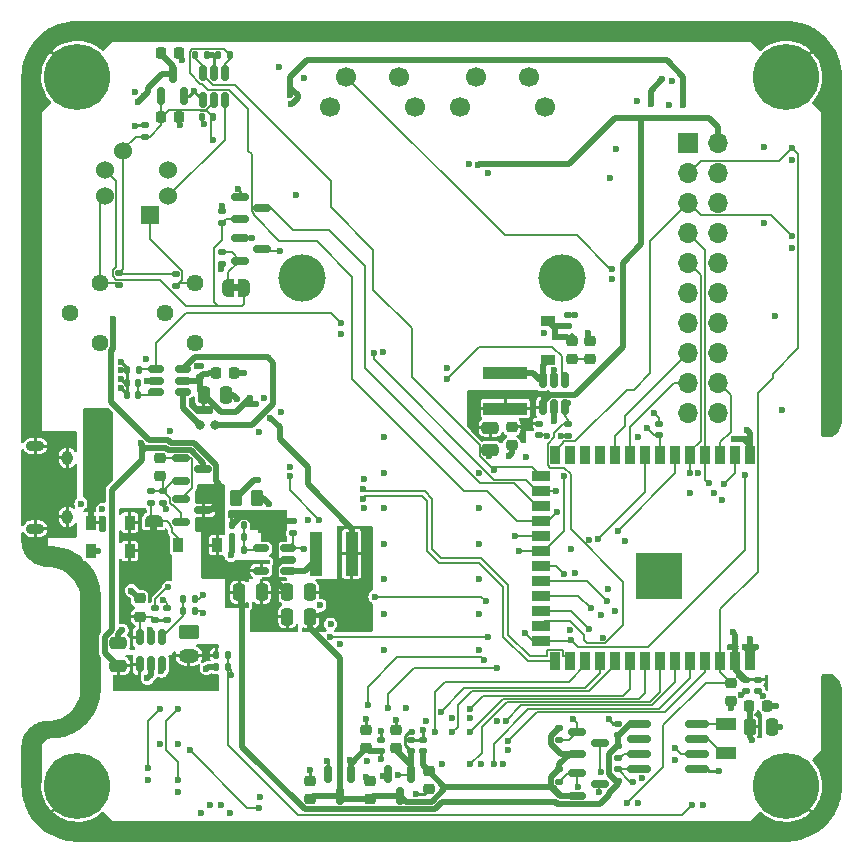
<source format=gbl>
%TF.GenerationSoftware,KiCad,Pcbnew,(6.0.10)*%
%TF.CreationDate,2023-01-06T19:14:31-08:00*%
%TF.ProjectId,ai-camera,61692d63-616d-4657-9261-2e6b69636164,rev?*%
%TF.SameCoordinates,PX5f5e100PY2faf080*%
%TF.FileFunction,Copper,L4,Bot*%
%TF.FilePolarity,Positive*%
%FSLAX46Y46*%
G04 Gerber Fmt 4.6, Leading zero omitted, Abs format (unit mm)*
G04 Created by KiCad (PCBNEW (6.0.10)) date 2023-01-06 19:14:31*
%MOMM*%
%LPD*%
G01*
G04 APERTURE LIST*
G04 Aperture macros list*
%AMRoundRect*
0 Rectangle with rounded corners*
0 $1 Rounding radius*
0 $2 $3 $4 $5 $6 $7 $8 $9 X,Y pos of 4 corners*
0 Add a 4 corners polygon primitive as box body*
4,1,4,$2,$3,$4,$5,$6,$7,$8,$9,$2,$3,0*
0 Add four circle primitives for the rounded corners*
1,1,$1+$1,$2,$3*
1,1,$1+$1,$4,$5*
1,1,$1+$1,$6,$7*
1,1,$1+$1,$8,$9*
0 Add four rect primitives between the rounded corners*
20,1,$1+$1,$2,$3,$4,$5,0*
20,1,$1+$1,$4,$5,$6,$7,0*
20,1,$1+$1,$6,$7,$8,$9,0*
20,1,$1+$1,$8,$9,$2,$3,0*%
%AMFreePoly0*
4,1,22,0.500000,-0.750000,0.000000,-0.750000,0.000000,-0.745033,-0.079941,-0.743568,-0.215256,-0.701293,-0.333266,-0.622738,-0.424486,-0.514219,-0.481581,-0.384460,-0.499164,-0.250000,-0.500000,-0.250000,-0.500000,0.250000,-0.499164,0.250000,-0.499963,0.256109,-0.478152,0.396186,-0.417904,0.524511,-0.324060,0.630769,-0.204165,0.706417,-0.067858,0.745374,0.000000,0.744959,0.000000,0.750000,
0.500000,0.750000,0.500000,-0.750000,0.500000,-0.750000,$1*%
%AMFreePoly1*
4,1,20,0.000000,0.744959,0.073905,0.744508,0.209726,0.703889,0.328688,0.626782,0.421226,0.519385,0.479903,0.390333,0.500000,0.250000,0.500000,-0.250000,0.499851,-0.262216,0.476331,-0.402017,0.414519,-0.529596,0.319384,-0.634700,0.198574,-0.708877,0.061801,-0.746166,0.000000,-0.745033,0.000000,-0.750000,-0.500000,-0.750000,-0.500000,0.750000,0.000000,0.750000,0.000000,0.744959,
0.000000,0.744959,$1*%
G04 Aperture macros list end*
%TA.AperFunction,ConnectorPad*%
%ADD10C,5.600000*%
%TD*%
%TA.AperFunction,ComponentPad*%
%ADD11C,3.600000*%
%TD*%
%TA.AperFunction,WasherPad*%
%ADD12C,4.000000*%
%TD*%
%TA.AperFunction,WasherPad*%
%ADD13C,1.700000*%
%TD*%
%TA.AperFunction,ComponentPad*%
%ADD14C,1.700000*%
%TD*%
%TA.AperFunction,ComponentPad*%
%ADD15RoundRect,0.250000X-0.625000X0.350000X-0.625000X-0.350000X0.625000X-0.350000X0.625000X0.350000X0*%
%TD*%
%TA.AperFunction,ComponentPad*%
%ADD16O,1.750000X1.200000*%
%TD*%
%TA.AperFunction,ComponentPad*%
%ADD17C,1.440000*%
%TD*%
%TA.AperFunction,ComponentPad*%
%ADD18C,0.800000*%
%TD*%
%TA.AperFunction,ComponentPad*%
%ADD19O,1.550000X0.890000*%
%TD*%
%TA.AperFunction,ComponentPad*%
%ADD20O,0.950000X1.250000*%
%TD*%
%TA.AperFunction,ComponentPad*%
%ADD21R,1.700000X1.700000*%
%TD*%
%TA.AperFunction,ComponentPad*%
%ADD22O,1.700000X1.700000*%
%TD*%
%TA.AperFunction,ComponentPad*%
%ADD23R,1.524000X1.524000*%
%TD*%
%TA.AperFunction,ComponentPad*%
%ADD24C,1.524000*%
%TD*%
%TA.AperFunction,SMDPad,CuDef*%
%ADD25RoundRect,0.150000X-0.587500X-0.150000X0.587500X-0.150000X0.587500X0.150000X-0.587500X0.150000X0*%
%TD*%
%TA.AperFunction,SMDPad,CuDef*%
%ADD26RoundRect,0.250000X0.475000X-0.250000X0.475000X0.250000X-0.475000X0.250000X-0.475000X-0.250000X0*%
%TD*%
%TA.AperFunction,SMDPad,CuDef*%
%ADD27R,1.100000X3.700000*%
%TD*%
%TA.AperFunction,SMDPad,CuDef*%
%ADD28RoundRect,0.225000X0.250000X-0.225000X0.250000X0.225000X-0.250000X0.225000X-0.250000X-0.225000X0*%
%TD*%
%TA.AperFunction,SMDPad,CuDef*%
%ADD29RoundRect,0.140000X0.170000X-0.140000X0.170000X0.140000X-0.170000X0.140000X-0.170000X-0.140000X0*%
%TD*%
%TA.AperFunction,SMDPad,CuDef*%
%ADD30RoundRect,0.135000X0.185000X-0.135000X0.185000X0.135000X-0.185000X0.135000X-0.185000X-0.135000X0*%
%TD*%
%TA.AperFunction,SMDPad,CuDef*%
%ADD31RoundRect,0.135000X0.135000X0.185000X-0.135000X0.185000X-0.135000X-0.185000X0.135000X-0.185000X0*%
%TD*%
%TA.AperFunction,SMDPad,CuDef*%
%ADD32R,0.900000X1.500000*%
%TD*%
%TA.AperFunction,SMDPad,CuDef*%
%ADD33R,1.500000X0.900000*%
%TD*%
%TA.AperFunction,ComponentPad*%
%ADD34C,0.600000*%
%TD*%
%TA.AperFunction,SMDPad,CuDef*%
%ADD35R,3.900000X3.900000*%
%TD*%
%TA.AperFunction,SMDPad,CuDef*%
%ADD36RoundRect,0.140000X0.140000X0.170000X-0.140000X0.170000X-0.140000X-0.170000X0.140000X-0.170000X0*%
%TD*%
%TA.AperFunction,SMDPad,CuDef*%
%ADD37R,1.800000X1.000000*%
%TD*%
%TA.AperFunction,SMDPad,CuDef*%
%ADD38RoundRect,0.225000X0.225000X0.250000X-0.225000X0.250000X-0.225000X-0.250000X0.225000X-0.250000X0*%
%TD*%
%TA.AperFunction,SMDPad,CuDef*%
%ADD39RoundRect,0.140000X-0.170000X0.140000X-0.170000X-0.140000X0.170000X-0.140000X0.170000X0.140000X0*%
%TD*%
%TA.AperFunction,SMDPad,CuDef*%
%ADD40R,0.900000X1.200000*%
%TD*%
%TA.AperFunction,SMDPad,CuDef*%
%ADD41RoundRect,0.135000X-0.135000X-0.185000X0.135000X-0.185000X0.135000X0.185000X-0.135000X0.185000X0*%
%TD*%
%TA.AperFunction,SMDPad,CuDef*%
%ADD42RoundRect,0.250000X0.250000X0.475000X-0.250000X0.475000X-0.250000X-0.475000X0.250000X-0.475000X0*%
%TD*%
%TA.AperFunction,SMDPad,CuDef*%
%ADD43RoundRect,0.135000X-0.185000X0.135000X-0.185000X-0.135000X0.185000X-0.135000X0.185000X0.135000X0*%
%TD*%
%TA.AperFunction,SMDPad,CuDef*%
%ADD44R,3.700000X1.100000*%
%TD*%
%TA.AperFunction,SMDPad,CuDef*%
%ADD45RoundRect,0.150000X-0.150000X0.587500X-0.150000X-0.587500X0.150000X-0.587500X0.150000X0.587500X0*%
%TD*%
%TA.AperFunction,SMDPad,CuDef*%
%ADD46RoundRect,0.140000X-0.140000X-0.170000X0.140000X-0.170000X0.140000X0.170000X-0.140000X0.170000X0*%
%TD*%
%TA.AperFunction,SMDPad,CuDef*%
%ADD47FreePoly0,270.000000*%
%TD*%
%TA.AperFunction,SMDPad,CuDef*%
%ADD48FreePoly1,270.000000*%
%TD*%
%TA.AperFunction,SMDPad,CuDef*%
%ADD49RoundRect,0.150000X0.150000X-0.587500X0.150000X0.587500X-0.150000X0.587500X-0.150000X-0.587500X0*%
%TD*%
%TA.AperFunction,SMDPad,CuDef*%
%ADD50FreePoly0,180.000000*%
%TD*%
%TA.AperFunction,SMDPad,CuDef*%
%ADD51FreePoly1,180.000000*%
%TD*%
%TA.AperFunction,SMDPad,CuDef*%
%ADD52RoundRect,0.150000X0.825000X0.150000X-0.825000X0.150000X-0.825000X-0.150000X0.825000X-0.150000X0*%
%TD*%
%TA.AperFunction,SMDPad,CuDef*%
%ADD53RoundRect,0.150000X-0.150000X0.512500X-0.150000X-0.512500X0.150000X-0.512500X0.150000X0.512500X0*%
%TD*%
%TA.AperFunction,SMDPad,CuDef*%
%ADD54RoundRect,0.225000X-0.250000X0.225000X-0.250000X-0.225000X0.250000X-0.225000X0.250000X0.225000X0*%
%TD*%
%TA.AperFunction,SMDPad,CuDef*%
%ADD55R,1.200000X0.900000*%
%TD*%
%TA.AperFunction,SMDPad,CuDef*%
%ADD56RoundRect,0.225000X-0.225000X-0.250000X0.225000X-0.250000X0.225000X0.250000X-0.225000X0.250000X0*%
%TD*%
%TA.AperFunction,SMDPad,CuDef*%
%ADD57RoundRect,0.150000X0.512500X0.150000X-0.512500X0.150000X-0.512500X-0.150000X0.512500X-0.150000X0*%
%TD*%
%TA.AperFunction,SMDPad,CuDef*%
%ADD58RoundRect,0.250000X-0.250000X-0.475000X0.250000X-0.475000X0.250000X0.475000X-0.250000X0.475000X0*%
%TD*%
%TA.AperFunction,SMDPad,CuDef*%
%ADD59RoundRect,0.150000X-0.512500X-0.150000X0.512500X-0.150000X0.512500X0.150000X-0.512500X0.150000X0*%
%TD*%
%TA.AperFunction,SMDPad,CuDef*%
%ADD60RoundRect,0.250000X0.262500X0.450000X-0.262500X0.450000X-0.262500X-0.450000X0.262500X-0.450000X0*%
%TD*%
%TA.AperFunction,SMDPad,CuDef*%
%ADD61RoundRect,0.150000X0.150000X-0.512500X0.150000X0.512500X-0.150000X0.512500X-0.150000X-0.512500X0*%
%TD*%
%TA.AperFunction,ViaPad*%
%ADD62C,0.600000*%
%TD*%
%TA.AperFunction,Conductor*%
%ADD63C,0.127000*%
%TD*%
%TA.AperFunction,Conductor*%
%ADD64C,0.500000*%
%TD*%
%TA.AperFunction,Conductor*%
%ADD65C,0.250000*%
%TD*%
%TA.AperFunction,Conductor*%
%ADD66C,0.203200*%
%TD*%
%TA.AperFunction,Conductor*%
%ADD67C,0.200000*%
%TD*%
G04 APERTURE END LIST*
G36*
X6750000Y-38475000D02*
G01*
X6150000Y-38475000D01*
X6150000Y-37975000D01*
X6750000Y-37975000D01*
X6750000Y-38475000D01*
G37*
G36*
X13670000Y-18150000D02*
G01*
X13170000Y-18150000D01*
X13170000Y-17550000D01*
X13670000Y-17550000D01*
X13670000Y-18150000D01*
G37*
D10*
X0Y-60000000D03*
D11*
X0Y-60000000D03*
X0Y0D03*
D10*
X0Y0D03*
D12*
X19000000Y-17000000D03*
X41000000Y-17000000D03*
D13*
X21400000Y-2500000D03*
X28600000Y-2500000D03*
D14*
X27250000Y0D03*
X22750000Y0D03*
D15*
X9450000Y-47000000D03*
D16*
X9450000Y-49000000D03*
D17*
X9925000Y-17475000D03*
X7385000Y-20015000D03*
X9925000Y-22555000D03*
D13*
X39600000Y-2500000D03*
X32400000Y-2500000D03*
D14*
X38250000Y0D03*
X33750000Y0D03*
D18*
X10375000Y-29500000D03*
X11625000Y-29500000D03*
D19*
X-3550000Y-31250000D03*
D20*
X-850000Y-37250000D03*
X-850000Y-32250000D03*
D19*
X-3550000Y-38250000D03*
D17*
X1925000Y-17475000D03*
X-615000Y-20015000D03*
X1925000Y-22555000D03*
D11*
X60000000Y0D03*
D10*
X60000000Y0D03*
D21*
X51725000Y-5575000D03*
D22*
X54265000Y-5575000D03*
X51725000Y-8115000D03*
X54265000Y-8115000D03*
X51725000Y-10655000D03*
X54265000Y-10655000D03*
X51725000Y-13195000D03*
X54265000Y-13195000D03*
X51725000Y-15735000D03*
X54265000Y-15735000D03*
X51725000Y-18275000D03*
X54265000Y-18275000D03*
X51725000Y-20815000D03*
X54265000Y-20815000D03*
X51725000Y-23355000D03*
X54265000Y-23355000D03*
X51725000Y-25895000D03*
X54265000Y-25895000D03*
X51725000Y-28435000D03*
X54265000Y-28435000D03*
D11*
X60000000Y-60000000D03*
D10*
X60000000Y-60000000D03*
D23*
X6123152Y-11691848D03*
D24*
X7700000Y-10115000D03*
X7700000Y-7885000D03*
X3876848Y-6308152D03*
X2300000Y-7885000D03*
X2300000Y-10115000D03*
D25*
X13772500Y-15540000D03*
X13772500Y-13640000D03*
X15647500Y-14590000D03*
D26*
X3450000Y-49850000D03*
X3450000Y-47950000D03*
D27*
X20230000Y-40360000D03*
X23230000Y-40360000D03*
D28*
X36790000Y-31185000D03*
X36790000Y-29635000D03*
D29*
X45750000Y-55730000D03*
X45750000Y-54770000D03*
D30*
X18275000Y-38635000D03*
X18275000Y-37615000D03*
D31*
X12790000Y-49970000D03*
X11770000Y-49970000D03*
D32*
X56980000Y-49480000D03*
X55710000Y-49480000D03*
X54440000Y-49480000D03*
X53170000Y-49480000D03*
X51900000Y-49480000D03*
X50630000Y-49480000D03*
X49360000Y-49480000D03*
X48090000Y-49480000D03*
X46820000Y-49480000D03*
X45550000Y-49480000D03*
X44280000Y-49480000D03*
X43010000Y-49480000D03*
X41740000Y-49480000D03*
X40470000Y-49480000D03*
D33*
X39220000Y-47715000D03*
X39220000Y-46445000D03*
X39220000Y-45175000D03*
X39220000Y-43905000D03*
X39220000Y-42635000D03*
X39220000Y-41365000D03*
X39220000Y-40095000D03*
X39220000Y-38825000D03*
X39220000Y-37555000D03*
X39220000Y-36285000D03*
X39220000Y-35015000D03*
X39220000Y-33745000D03*
D32*
X40470000Y-31980000D03*
X41740000Y-31980000D03*
X43010000Y-31980000D03*
X44280000Y-31980000D03*
X45550000Y-31980000D03*
X46820000Y-31980000D03*
X48090000Y-31980000D03*
X49360000Y-31980000D03*
X50630000Y-31980000D03*
X51900000Y-31980000D03*
X53170000Y-31980000D03*
X54440000Y-31980000D03*
X55710000Y-31980000D03*
X56980000Y-31980000D03*
D34*
X49960000Y-42230000D03*
D35*
X49260000Y-42230000D03*
D34*
X49960000Y-43630000D03*
X49260000Y-42930000D03*
X49960000Y-40830000D03*
X47860000Y-42930000D03*
X50660000Y-42930000D03*
X47860000Y-41530000D03*
X49260000Y-41530000D03*
X48560000Y-40830000D03*
X48560000Y-42230000D03*
X50660000Y-41530000D03*
X48560000Y-43630000D03*
D36*
X5155000Y-25875000D03*
X4195000Y-25875000D03*
D37*
X54925000Y-57275000D03*
X54925000Y-54775000D03*
D38*
X13250000Y-25100000D03*
X11700000Y-25100000D03*
D39*
X41580000Y-20130000D03*
X41580000Y-21090000D03*
D40*
X4425000Y-40125000D03*
X1125000Y-40125000D03*
D41*
X4190000Y-24825000D03*
X5210000Y-24825000D03*
D38*
X8645000Y2045000D03*
X7095000Y2045000D03*
D42*
X12600000Y-26900000D03*
X10700000Y-26900000D03*
D39*
X56620000Y-51030000D03*
X56620000Y-51990000D03*
D28*
X24750000Y-61150000D03*
X24750000Y-59600000D03*
D25*
X8775000Y-34175000D03*
X8775000Y-32275000D03*
X10650000Y-33225000D03*
D29*
X5720000Y-5060000D03*
X5720000Y-4100000D03*
D30*
X7550000Y-45985000D03*
X7550000Y-44965000D03*
X45750000Y-59635000D03*
X45750000Y-58615000D03*
D39*
X29260000Y-56130000D03*
X29260000Y-57090000D03*
D28*
X24440000Y-56845000D03*
X24440000Y-55295000D03*
D43*
X40800000Y-55110000D03*
X40800000Y-56130000D03*
D36*
X11500000Y-3392500D03*
X10540000Y-3392500D03*
D44*
X36240000Y-28070000D03*
X36240000Y-25070000D03*
D43*
X8350000Y-16690000D03*
X8350000Y-17710000D03*
D45*
X26325000Y-58987500D03*
X28225000Y-58987500D03*
X27275000Y-60862500D03*
D43*
X3525000Y-16615000D03*
X3525000Y-17635000D03*
D31*
X11005000Y1832500D03*
X9985000Y1832500D03*
D46*
X13120000Y-40010000D03*
X14080000Y-40010000D03*
D47*
X6450000Y-37575000D03*
D48*
X6450000Y-38875000D03*
D41*
X13090000Y-38970000D03*
X14110000Y-38970000D03*
D26*
X34970000Y-31590000D03*
X34970000Y-29690000D03*
D30*
X12235000Y-15850000D03*
X12235000Y-14830000D03*
D39*
X10425000Y-24445000D03*
X10425000Y-25405000D03*
D49*
X9020000Y-1617500D03*
X7120000Y-1617500D03*
X8070000Y257500D03*
D39*
X57630000Y-51020000D03*
X57630000Y-51980000D03*
D31*
X14100000Y-37930000D03*
X13080000Y-37930000D03*
D50*
X14070000Y-17850000D03*
D51*
X12770000Y-17850000D03*
D52*
X52475000Y-54795000D03*
X52475000Y-56065000D03*
X52475000Y-57335000D03*
X52475000Y-58605000D03*
X47525000Y-58605000D03*
X47525000Y-57335000D03*
X47525000Y-56065000D03*
X47525000Y-54795000D03*
D53*
X39395000Y-25692500D03*
X40345000Y-25692500D03*
X41295000Y-25692500D03*
X41295000Y-27967500D03*
X40345000Y-27967500D03*
X39395000Y-27967500D03*
D54*
X41850000Y-22365000D03*
X41850000Y-23915000D03*
D53*
X10620000Y345000D03*
X11570000Y345000D03*
X12520000Y345000D03*
X12520000Y-1930000D03*
X11570000Y-1930000D03*
X10620000Y-1930000D03*
D41*
X11935000Y1832500D03*
X12955000Y1832500D03*
D40*
X4425000Y-37725000D03*
X1125000Y-37725000D03*
D25*
X42337500Y-57325000D03*
X42337500Y-55425000D03*
X44212500Y-56375000D03*
D43*
X7237500Y-35015000D03*
X7237500Y-36035000D03*
D30*
X6212500Y-36035000D03*
X6212500Y-35015000D03*
D55*
X39810000Y-20640000D03*
X39810000Y-23940000D03*
D56*
X56865000Y-53230000D03*
X58415000Y-53230000D03*
D30*
X41560000Y-30380000D03*
X41560000Y-29360000D03*
D43*
X40800000Y-58630000D03*
X40800000Y-59650000D03*
D28*
X55350000Y-52865000D03*
X55350000Y-51315000D03*
D56*
X7095000Y-3430000D03*
X8645000Y-3430000D03*
D39*
X49230000Y-29360000D03*
X49230000Y-30320000D03*
D57*
X17835000Y-39910000D03*
X17835000Y-40860000D03*
X17835000Y-41810000D03*
X15560000Y-41810000D03*
X15560000Y-39910000D03*
D54*
X43400000Y-22355000D03*
X43400000Y-23905000D03*
D41*
X8940000Y-45240000D03*
X9960000Y-45240000D03*
D42*
X19690000Y-43630000D03*
X17790000Y-43630000D03*
D58*
X13700000Y-43620000D03*
X15600000Y-43620000D03*
D28*
X19695000Y-61125000D03*
X19695000Y-59575000D03*
D36*
X5155000Y-26925000D03*
X4195000Y-26925000D03*
D59*
X6637500Y-26650000D03*
X6637500Y-25700000D03*
X6637500Y-24750000D03*
X8912500Y-24750000D03*
X8912500Y-25700000D03*
X8912500Y-26650000D03*
D43*
X45750000Y-56665000D03*
X45750000Y-57685000D03*
D39*
X28270000Y-56140000D03*
X28270000Y-57100000D03*
D40*
X11850000Y-39650000D03*
X8550000Y-39650000D03*
D58*
X56910000Y-55030000D03*
X58810000Y-55030000D03*
D30*
X6600000Y-46010000D03*
X6600000Y-44990000D03*
D41*
X8940000Y-44190000D03*
X9960000Y-44190000D03*
D54*
X5275000Y-44150000D03*
X5275000Y-45700000D03*
D28*
X26990000Y-56845000D03*
X26990000Y-55295000D03*
D43*
X12260000Y-11355000D03*
X12260000Y-12375000D03*
D28*
X6987500Y-33800000D03*
X6987500Y-32250000D03*
D42*
X19680000Y-45690000D03*
X17780000Y-45690000D03*
D54*
X29760000Y-58735000D03*
X29760000Y-60285000D03*
D60*
X15237500Y-35650000D03*
X13412500Y-35650000D03*
D45*
X21245000Y-58987500D03*
X23145000Y-58987500D03*
X22195000Y-60862500D03*
D39*
X25710000Y-56120000D03*
X25710000Y-57080000D03*
D25*
X42337500Y-60850000D03*
X42337500Y-58950000D03*
X44212500Y-59900000D03*
D61*
X7175000Y-49712500D03*
X6225000Y-49712500D03*
X5275000Y-49712500D03*
X5275000Y-47437500D03*
X6225000Y-47437500D03*
X7175000Y-47437500D03*
D25*
X13797500Y-12040000D03*
X13797500Y-10140000D03*
X15672500Y-11090000D03*
D29*
X39100000Y-30330000D03*
X39100000Y-29370000D03*
D41*
X11760000Y-48950000D03*
X12780000Y-48950000D03*
D25*
X8775000Y-37650000D03*
X8775000Y-35750000D03*
X10650000Y-36700000D03*
D62*
X4875000Y-1300000D03*
X17175000Y-30075000D03*
X7850000Y-30000000D03*
X5350000Y-30950000D03*
X22350000Y-21750000D03*
X29500000Y-54500000D03*
X10910000Y-50100000D03*
X5930000Y-50920000D03*
X11407500Y1832500D03*
X56450000Y-30650000D03*
X41820000Y-39990000D03*
X59170000Y-53270000D03*
X17290000Y-38340000D03*
X44968517Y-43351483D03*
X15750000Y-46250000D03*
X24404162Y-59228100D03*
X39740000Y-30360000D03*
X43343931Y-39185097D03*
X15000000Y-46250000D03*
X31750000Y-54250000D03*
X3710000Y-25540000D03*
X41700000Y-46840000D03*
X28670000Y-60706998D03*
X58140000Y-5970000D03*
X12950000Y-62300000D03*
X18500000Y-9975000D03*
X47400000Y-2010000D03*
X16500000Y-38500000D03*
X2110000Y-36600000D03*
X26000000Y-36500000D03*
X36553500Y-32100000D03*
X36000000Y-58200000D03*
X22200000Y-48000000D03*
X56980000Y-47620000D03*
X24491767Y-57926137D03*
X53873501Y-35184986D03*
X3690000Y-26350000D03*
X33180000Y-7380000D03*
X29230000Y-55310000D03*
X13640000Y-9460000D03*
X42167739Y-41980000D03*
X26990001Y-54430001D03*
X25900000Y-23270000D03*
X60500000Y-7000000D03*
X8690000Y-4100000D03*
X25740000Y-55384672D03*
X47460000Y-30450000D03*
X24250000Y-34000000D03*
X26000000Y-42500000D03*
X21440000Y-46330000D03*
X47775000Y-59350000D03*
X44300000Y-45590000D03*
X45610000Y-6110000D03*
X15547039Y-38332961D03*
X10170397Y-24448819D03*
X43223500Y-21660000D03*
X13520000Y-27270000D03*
X26000000Y-39500000D03*
X55610000Y-30650000D03*
X34000000Y-36500000D03*
X56710000Y-29890000D03*
X58080000Y-52450000D03*
X54350000Y-58790735D03*
X46350000Y-39325000D03*
X40950000Y-30360000D03*
X26000000Y-45500000D03*
X56220000Y-52330000D03*
X20530000Y-44720000D03*
X42140000Y-20130000D03*
X8500000Y-60500000D03*
X44465000Y-47470000D03*
X26000000Y-48500000D03*
X50310000Y-340000D03*
X51860000Y-35260000D03*
X18000000Y-33000000D03*
X9850000Y-1190000D03*
X40330000Y-24816502D03*
X47500000Y-61485000D03*
X34000000Y-48500000D03*
X26000000Y-33500000D03*
X30860000Y-58210000D03*
X4890000Y-4120000D03*
X37956500Y-32178949D03*
X34000000Y-39500000D03*
X12200000Y-61650000D03*
X14790000Y-13620000D03*
X3730000Y-24820000D03*
X3680000Y-24090000D03*
X34000000Y-42500000D03*
X59630000Y-28200000D03*
X45525000Y-45250000D03*
X16250000Y-36190000D03*
X19223500Y-125000D03*
X33997694Y-33502130D03*
X12190000Y-16270000D03*
X10450000Y-62300000D03*
X24440000Y-54380000D03*
X50575000Y-57825000D03*
X10710000Y-3980000D03*
X15000000Y-45500000D03*
X36500000Y-57000000D03*
X57450000Y-48230000D03*
X7000000Y-56500000D03*
X50050000Y-2370000D03*
X8500000Y-56500000D03*
X60500000Y-14500000D03*
X15750000Y-45500000D03*
X34000000Y-45500000D03*
X14090000Y-25100000D03*
X31290000Y-24600000D03*
X39480000Y-21640000D03*
X27840000Y-53460000D03*
X19500000Y-37500000D03*
X5792309Y-23853500D03*
X55370000Y-53420000D03*
X59040000Y-20250000D03*
X34140000Y-58200000D03*
X300000Y-36120000D03*
X8850000Y1450000D03*
X25898688Y-59178100D03*
X15400000Y-30025000D03*
X48853500Y-28463759D03*
X33250000Y-54273497D03*
X3780000Y-46840000D03*
X52930000Y-61680000D03*
X6000000Y-59500000D03*
X26000000Y-30500000D03*
X4570000Y-43480000D03*
X17225000Y-28350000D03*
X12250000Y-10890000D03*
X34730000Y-8090000D03*
X15825000Y-27200000D03*
X10625000Y-43850000D03*
X5920000Y-25720000D03*
X44970000Y-54360000D03*
X56530000Y-48240000D03*
X19690000Y-58700000D03*
X11200000Y-61650000D03*
X59487498Y-55007498D03*
X10650000Y-45425000D03*
X52585000Y-33500000D03*
X35508609Y-54508609D03*
X17090935Y834219D03*
X45301500Y-17100000D03*
X34838983Y-32121017D03*
X58100000Y-12400000D03*
X15500000Y-61000000D03*
X21160000Y-57900000D03*
X45096500Y-8540000D03*
X7500000Y-36600000D03*
X24250000Y-36500000D03*
X54598237Y-35846180D03*
X63000000Y-62000000D03*
X64000000Y-60000000D03*
X37000000Y-64000000D03*
X64000000Y-51000000D03*
X-4000000Y-6000000D03*
X39000000Y4000000D03*
X54000000Y4000000D03*
X1000000Y-45000000D03*
X1000000Y-51000000D03*
X64000000Y0D03*
X43000000Y-64000000D03*
X57000000Y4000000D03*
X51000000Y4000000D03*
X-4000000Y-57000000D03*
X46000000Y-64000000D03*
X1000000Y-64000000D03*
X64000000Y-24000000D03*
X64000000Y-15000000D03*
X3000000Y4000000D03*
X-2500000Y-63000000D03*
X21000000Y4000000D03*
X7000000Y-64000000D03*
X31000000Y-64000000D03*
X-3000000Y-40000000D03*
X48000000Y4000000D03*
X55000000Y-64000000D03*
X22000000Y-64000000D03*
X27000000Y4000000D03*
X60000000Y4000000D03*
X64000000Y-27000000D03*
X9000000Y4000000D03*
X-4000000Y-21000000D03*
X64000000Y-54000000D03*
X64000000Y-12000000D03*
X4000000Y-64000000D03*
X64000000Y-18000000D03*
X-2000000Y-55000000D03*
X36000000Y4000000D03*
X-4000000Y-24000000D03*
X64000000Y-21000000D03*
X-2500000Y2500000D03*
X10000000Y-64000000D03*
X61000000Y-64000000D03*
X62500000Y2500000D03*
X40000000Y-64000000D03*
X0Y-42000000D03*
X64000000Y-6000000D03*
X64000000Y-9000000D03*
X52000000Y-64000000D03*
X-4000000Y-12000000D03*
X1000000Y-48000000D03*
X-4000000Y-18000000D03*
X-4000000Y-27000000D03*
X33000000Y4000000D03*
X16000000Y-64000000D03*
X28000000Y-64000000D03*
X34000000Y-64000000D03*
X13000000Y-64000000D03*
X64000000Y-3000000D03*
X15000000Y4000000D03*
X19000000Y-64000000D03*
X64000000Y-57000000D03*
X-4000000Y0D03*
X42000000Y4000000D03*
X-4000000Y-3000000D03*
X49000000Y-64000000D03*
X64000000Y-30000000D03*
X6000000Y4000000D03*
X24000000Y4000000D03*
X12000000Y4000000D03*
X0Y4000000D03*
X25000000Y-64000000D03*
X-4000000Y-9000000D03*
X18000000Y4000000D03*
X-4000000Y-15000000D03*
X-4000000Y-60000000D03*
X58000000Y-64000000D03*
X30000000Y4000000D03*
X45000000Y4000000D03*
X34720000Y-7360000D03*
X33950000Y-7450000D03*
X13500000Y-42000000D03*
X2980000Y-20520000D03*
X5664854Y-1589854D03*
X5152354Y-2102354D03*
X11500000Y-5300000D03*
X13000000Y-40500000D03*
X16350000Y-28875000D03*
X23000000Y-46000000D03*
X56048292Y-50617256D03*
X18040000Y-1530000D03*
X49200000Y1410000D03*
X21000000Y-45500000D03*
X49860000Y1400000D03*
X18050000Y-2260000D03*
X14575000Y-27200000D03*
X51270000Y-2370000D03*
X23000000Y-45000000D03*
X15125000Y-27725000D03*
X29260000Y-57990000D03*
X57100000Y-56150000D03*
X55500000Y-47000000D03*
X40500000Y-32000000D03*
X20500000Y-37500000D03*
X60500000Y-13500000D03*
X18000000Y-33771900D03*
X9500000Y-57000000D03*
X54480000Y-49410000D03*
X15403517Y-61903517D03*
X46500000Y-61485000D03*
X60500000Y-6000000D03*
X45301500Y-16230000D03*
X48240000Y-29760000D03*
X25749999Y-57743728D03*
X23120000Y-57840000D03*
X27150000Y-59090000D03*
X28340000Y-55433500D03*
X33250000Y-53500000D03*
X2500000Y-28500000D03*
X2500000Y-29500000D03*
X1500000Y-28500000D03*
X1780000Y-40150000D03*
X7120522Y-50302123D03*
X7696636Y-43214154D03*
X24180000Y-34865000D03*
X24180000Y-35715000D03*
X8500000Y-53500000D03*
X8500000Y-59500000D03*
X53446490Y-34395027D03*
X51858497Y-33500000D03*
X7000000Y-53500000D03*
X6000000Y-58500000D03*
X17140000Y-14772599D03*
X25200000Y-44000000D03*
X50600000Y-56800000D03*
X34600000Y-44400000D03*
X36500000Y-56250000D03*
X35250000Y-58200000D03*
X36250000Y-54500000D03*
X33260000Y-58200000D03*
X33250000Y-55500000D03*
X31750000Y-55500000D03*
X30750000Y-53750000D03*
X30250000Y-55500000D03*
X41230303Y-42112662D03*
X44070000Y-39160000D03*
X43348630Y-46743812D03*
X43450000Y-44930000D03*
X44830000Y-44330000D03*
X37920000Y-47070000D03*
X41760000Y-47640000D03*
X41990000Y-54360000D03*
X26280000Y-53390000D03*
X56500000Y-33690000D03*
X35550000Y-50080000D03*
X42411483Y-60081483D03*
X34430000Y-49330000D03*
X24580000Y-53150000D03*
X41190000Y-33763500D03*
X37430000Y-40170000D03*
X6169340Y-46837201D03*
X7280000Y-44250000D03*
X49540000Y-170000D03*
X48530000Y-2270000D03*
X40433517Y-21986483D03*
X40350000Y-29090000D03*
X31280000Y-25570000D03*
X15260000Y-34120000D03*
X44325000Y-58825000D03*
X46850000Y-57325000D03*
X47075000Y-59650000D03*
X44175000Y-60525000D03*
X19175000Y-39950000D03*
X34800000Y-47400000D03*
X37040000Y-38860000D03*
X21400000Y-47400000D03*
X52000000Y-61620000D03*
X13020000Y-50640000D03*
X54775000Y-34450000D03*
X35280000Y-33280000D03*
X40580000Y-36800000D03*
X45750000Y-38450000D03*
X40550000Y-35090000D03*
X22360000Y-20840000D03*
X25090000Y-23340000D03*
X41540000Y-27640000D03*
D63*
X43400000Y-21836500D02*
X43223500Y-21660000D01*
X43400000Y-22355000D02*
X43400000Y-21836500D01*
X10620000Y150960D02*
X11447459Y-676499D01*
X11447459Y-676499D02*
X13315003Y-676499D01*
X13315003Y-676499D02*
X21440006Y-8801502D01*
X34054500Y-31129500D02*
X34054500Y-32054500D01*
X34054500Y-32054500D02*
X35000000Y-33000000D01*
X21440006Y-8801502D02*
X21440006Y-11040006D01*
X25050000Y-14650000D02*
X25050000Y-18020000D01*
X25050000Y-18020000D02*
X28325000Y-21295000D01*
X21440006Y-11040006D02*
X25050000Y-14650000D01*
X28325000Y-21295000D02*
X28325000Y-25400000D01*
X28325000Y-25400000D02*
X34054500Y-31129500D01*
D64*
X53500000Y-3500000D02*
X47725000Y-3500000D01*
X47725000Y-3500000D02*
X45490000Y-3500000D01*
X46160000Y-15730000D02*
X47725000Y-14165000D01*
X47725000Y-14165000D02*
X47725000Y-3500000D01*
X34970000Y-31990000D02*
X34838983Y-32121017D01*
X34970000Y-31590000D02*
X34970000Y-31990000D01*
D63*
X14744500Y-11381040D02*
X14943960Y-11580500D01*
X14450000Y-6241000D02*
X14744500Y-6535500D01*
X14450000Y-2715960D02*
X14450000Y-6241000D01*
X12811540Y-1077500D02*
X14450000Y-2715960D01*
X10520000Y-560000D02*
X11037500Y-1077500D01*
X9510000Y310960D02*
X10380960Y-560000D01*
X14744500Y-6535500D02*
X14744500Y-11381040D01*
X12444500Y2343000D02*
X9703000Y2343000D01*
X9510000Y2150000D02*
X9510000Y310960D01*
X11037500Y-1077500D02*
X12811540Y-1077500D01*
X10380960Y-560000D02*
X10520000Y-560000D01*
X9703000Y2343000D02*
X9510000Y2150000D01*
X12955000Y1832500D02*
X12444500Y2343000D01*
X23280000Y-16905000D02*
X23280000Y-25580000D01*
X14943960Y-11580500D02*
X14943960Y-11718960D01*
X14943960Y-11718960D02*
X17100000Y-13875000D01*
X17100000Y-13875000D02*
X20250000Y-13875000D01*
X20250000Y-13875000D02*
X23280000Y-16905000D01*
X23280000Y-25580000D02*
X32730000Y-35030000D01*
X32730000Y-35030000D02*
X34700000Y-35030000D01*
X34700000Y-35030000D02*
X37225000Y-37555000D01*
X37225000Y-37555000D02*
X39220000Y-37555000D01*
X15672500Y-11090000D02*
X16366734Y-11090000D01*
X24325000Y-15986496D02*
X24325000Y-24625000D01*
X34090000Y-34390000D02*
X36990000Y-34390000D01*
X36990000Y-34390000D02*
X37550000Y-34950000D01*
X16366734Y-11090000D02*
X18273233Y-12996499D01*
X18273233Y-12996499D02*
X21335003Y-12996499D01*
X21335003Y-12996499D02*
X24325000Y-15986496D01*
X24325000Y-24625000D02*
X34090000Y-34390000D01*
X37550000Y-34950000D02*
X37585000Y-34950000D01*
X37585000Y-34950000D02*
X38920000Y-36285000D01*
X42320000Y-59990000D02*
X42411483Y-60081483D01*
X42320000Y-58967500D02*
X42320000Y-59990000D01*
X43167035Y-47960000D02*
X42880000Y-47672965D01*
X39829500Y-31039500D02*
X39829500Y-32889500D01*
X41110000Y-29360000D02*
X40360000Y-30110000D01*
X41700000Y-46050000D02*
X39615000Y-46050000D01*
X41560000Y-29360000D02*
X41110000Y-29360000D01*
X39615000Y-46050000D02*
X39220000Y-46445000D01*
X42880000Y-47672965D02*
X42880000Y-47230000D01*
X40044500Y-33104500D02*
X41223965Y-33104500D01*
X39829500Y-32889500D02*
X40044500Y-33104500D01*
X40360000Y-30509000D02*
X39829500Y-31039500D01*
X46200000Y-46427965D02*
X44667965Y-47960000D01*
X46200000Y-42734131D02*
X46200000Y-46427965D01*
X41773501Y-33654036D02*
X41773501Y-38307632D01*
X41773501Y-38307632D02*
X46200000Y-42734131D01*
X40360000Y-30110000D02*
X40360000Y-30509000D01*
X41223965Y-33104500D02*
X41773501Y-33654036D01*
X44667965Y-47960000D02*
X43167035Y-47960000D01*
X42880000Y-47230000D02*
X41700000Y-46050000D01*
D65*
X26089288Y-58987500D02*
X25898688Y-59178100D01*
X24750000Y-59600000D02*
X24750000Y-59573938D01*
X24750000Y-59573938D02*
X24404162Y-59228100D01*
X26325000Y-58987500D02*
X26089288Y-58987500D01*
D64*
X16350000Y-28875000D02*
X17150000Y-29675000D01*
X23230000Y-40360000D02*
X23230000Y-38230000D01*
X23230000Y-38230000D02*
X19500000Y-34500000D01*
X19500000Y-33000000D02*
X17150000Y-30650000D01*
X19500000Y-34500000D02*
X19500000Y-33000000D01*
X17150000Y-30650000D02*
X17150000Y-29675000D01*
X11625000Y-29500000D02*
X14750000Y-29500000D01*
X9962500Y-23700000D02*
X8912500Y-24750000D01*
X14750000Y-29500000D02*
X16575000Y-27675000D01*
X16575000Y-27675000D02*
X16575000Y-24175000D01*
X16575000Y-24175000D02*
X16100000Y-23700000D01*
X16100000Y-23700000D02*
X9962500Y-23700000D01*
X13451500Y-28323500D02*
X14075000Y-27700000D01*
X15125000Y-27725000D02*
X14100000Y-27725000D01*
X14075000Y-27700000D02*
X14575000Y-27200000D01*
X14100000Y-27725000D02*
X14075000Y-27700000D01*
X10700000Y-26900000D02*
X12123500Y-28323500D01*
X12123500Y-28323500D02*
X13451500Y-28323500D01*
X14575000Y-27325000D02*
X14575000Y-27200000D01*
D65*
X10425000Y-24445000D02*
X10174216Y-24445000D01*
X10174216Y-24445000D02*
X10170397Y-24448819D01*
D64*
X11764500Y-32856709D02*
X9879290Y-30971499D01*
X12000000Y-34450000D02*
X11764500Y-34214500D01*
X10650000Y-36700000D02*
X11300000Y-36700000D01*
X5480571Y-32430571D02*
X5480571Y-31662006D01*
X2875000Y-27484230D02*
X2875000Y-23156393D01*
X12000000Y-36000000D02*
X12000000Y-34450000D01*
X11764500Y-34214500D02*
X11764500Y-32856709D01*
X5480571Y-31662006D02*
X5719577Y-31423000D01*
X5719577Y-31423000D02*
X7486857Y-31423000D01*
X11300000Y-36700000D02*
X12000000Y-36000000D01*
X7486857Y-31423000D02*
X7661857Y-31598000D01*
X7649863Y-30700000D02*
X6090770Y-30700000D01*
X7661857Y-31598000D02*
X9581497Y-31598000D01*
X9581497Y-31598000D02*
X10650000Y-32666503D01*
X10650000Y-32666503D02*
X10650000Y-33225000D01*
X9879290Y-30971499D02*
X7921362Y-30971499D01*
X7921362Y-30971499D02*
X7649863Y-30700000D01*
X6090770Y-30700000D02*
X2875000Y-27484230D01*
X2875000Y-23156393D02*
X3022000Y-23009393D01*
X3022000Y-23009393D02*
X3022000Y-20522000D01*
X8912500Y-26650000D02*
X8912500Y-28037500D01*
X8912500Y-28037500D02*
X10375000Y-29500000D01*
X5480571Y-31080571D02*
X5480571Y-32430571D01*
X2900000Y-35011143D02*
X5480571Y-32430571D01*
X5350000Y-30950000D02*
X5480571Y-31080571D01*
D66*
X9683900Y-32377245D02*
X9581655Y-32275000D01*
X9683900Y-33810979D02*
X9683900Y-32377245D01*
X9581655Y-32275000D02*
X8775000Y-32275000D01*
X9741100Y-34783900D02*
X9741100Y-33868179D01*
X8775000Y-35750000D02*
X9741100Y-34783900D01*
X9741100Y-33868179D02*
X9683900Y-33810979D01*
D65*
X13797500Y-10140000D02*
X13797500Y-9617500D01*
D64*
X14829077Y-37615000D02*
X14447077Y-37233000D01*
X59464996Y-55030000D02*
X59487498Y-55007498D01*
X55350000Y-52865000D02*
X55350000Y-53400000D01*
X5240000Y-44150000D02*
X4570000Y-43480000D01*
X56980000Y-31980000D02*
X56980000Y-30160000D01*
D63*
X10465000Y-45240000D02*
X10650000Y-45425000D01*
D64*
X13250000Y-25100000D02*
X14090000Y-25100000D01*
X58810000Y-55030000D02*
X59464996Y-55030000D01*
X16795500Y-39581423D02*
X16795500Y-42635500D01*
D65*
X11407500Y1832500D02*
X11935000Y1832500D01*
D64*
X56980000Y-30730000D02*
X56900000Y-30650000D01*
X18275000Y-37615000D02*
X14829077Y-37615000D01*
D65*
X45750000Y-54770000D02*
X45380000Y-54770000D01*
D63*
X7237500Y-36337500D02*
X7500000Y-36600000D01*
D65*
X25710000Y-55414672D02*
X25740000Y-55384672D01*
X8690000Y-3475000D02*
X8690000Y-4100000D01*
X8645000Y1655000D02*
X8850000Y1450000D01*
X12260000Y-10900000D02*
X12250000Y-10890000D01*
X6637500Y-25700000D02*
X5940000Y-25700000D01*
X57630000Y-52000000D02*
X58080000Y-52450000D01*
D64*
X16795500Y-41441709D02*
X17377209Y-40860000D01*
D65*
X12235000Y-15850000D02*
X12235000Y-16225000D01*
X4195000Y-25875000D02*
X4195000Y-26925000D01*
D63*
X7237500Y-36035000D02*
X7237500Y-36337500D01*
X40970000Y-30380000D02*
X40950000Y-30360000D01*
D65*
X9020000Y-1617500D02*
X9422500Y-1617500D01*
X12260000Y-11355000D02*
X12260000Y-10900000D01*
X11570000Y345000D02*
X11570000Y1670000D01*
X12235000Y-16225000D02*
X12190000Y-16270000D01*
D64*
X3450000Y-47950000D02*
X3450000Y-47170000D01*
D65*
X4190000Y-24600000D02*
X3680000Y-24090000D01*
D64*
X56980000Y-31180000D02*
X56450000Y-30650000D01*
X55350000Y-53400000D02*
X55370000Y-53420000D01*
X36790000Y-31185000D02*
X36790000Y-31863500D01*
X17377209Y-40860000D02*
X17835000Y-40860000D01*
D65*
X4195000Y-26855000D02*
X3690000Y-26350000D01*
D64*
X56980000Y-49480000D02*
X56980000Y-48690000D01*
X56980000Y-48700000D02*
X57450000Y-48230000D01*
D65*
X53274265Y-58605000D02*
X53460000Y-58790735D01*
D64*
X16795500Y-42635500D02*
X16795500Y-41441709D01*
D65*
X4045000Y-25875000D02*
X3710000Y-25540000D01*
D63*
X40345000Y-25692500D02*
X40345000Y-24831502D01*
D65*
X19695000Y-58705000D02*
X19690000Y-58700000D01*
X53460000Y-58790735D02*
X54350000Y-58790735D01*
X26990000Y-55295000D02*
X26990001Y-54430001D01*
D64*
X56980000Y-31980000D02*
X56980000Y-31180000D01*
X56980000Y-31980000D02*
X56980000Y-30730000D01*
X59130000Y-53230000D02*
X59170000Y-53270000D01*
D65*
X5940000Y-25700000D02*
X5920000Y-25720000D01*
D64*
X13752923Y-37233000D02*
X14447077Y-37233000D01*
D65*
X13797500Y-9617500D02*
X13640000Y-9460000D01*
D64*
X36790000Y-31863500D02*
X36553500Y-32100000D01*
D65*
X9422500Y-1617500D02*
X9850000Y-1190000D01*
D64*
X15237500Y-35650000D02*
X15710000Y-35650000D01*
X15710000Y-35650000D02*
X16250000Y-36190000D01*
D65*
X29260000Y-56130000D02*
X28280000Y-56130000D01*
X45380000Y-54770000D02*
X44970000Y-54360000D01*
D64*
X56980000Y-49480000D02*
X56980000Y-47620000D01*
D65*
X29260000Y-55340000D02*
X29230000Y-55310000D01*
D64*
X6225000Y-50625000D02*
X5930000Y-50920000D01*
D63*
X39710000Y-30330000D02*
X39740000Y-30360000D01*
D64*
X56980000Y-49480000D02*
X56980000Y-48700000D01*
D65*
X29760000Y-60285000D02*
X29338002Y-60706998D01*
X21245000Y-57985000D02*
X21160000Y-57900000D01*
X13772500Y-13640000D02*
X14770000Y-13640000D01*
D63*
X49230000Y-28840259D02*
X48853500Y-28463759D01*
D65*
X24440000Y-55295000D02*
X24440000Y-54380000D01*
D64*
X11770000Y-49970000D02*
X11040000Y-49970000D01*
D65*
X4910000Y-4100000D02*
X4890000Y-4120000D01*
X29338002Y-60706998D02*
X28670000Y-60706998D01*
D63*
X39100000Y-30330000D02*
X39710000Y-30330000D01*
D64*
X56980000Y-48690000D02*
X56530000Y-48240000D01*
D65*
X11005000Y1832500D02*
X11407500Y1832500D01*
D63*
X40345000Y-24831502D02*
X40330000Y-24816502D01*
D65*
X56560000Y-51990000D02*
X56220000Y-52330000D01*
D64*
X11040000Y-49970000D02*
X10910000Y-50100000D01*
X12600000Y-26900000D02*
X13150000Y-26900000D01*
D65*
X25710000Y-56120000D02*
X25710000Y-55414672D01*
D64*
X14447077Y-37233000D02*
X16795500Y-39581423D01*
D65*
X10540000Y-3392500D02*
X10540000Y-3810000D01*
X3735000Y-24825000D02*
X3730000Y-24820000D01*
D63*
X41580000Y-20130000D02*
X42140000Y-20130000D01*
D65*
X8645000Y2045000D02*
X8645000Y1655000D01*
X4190000Y-24825000D02*
X4190000Y-24600000D01*
D63*
X41560000Y-30380000D02*
X40970000Y-30380000D01*
D64*
X56900000Y-30650000D02*
X55610000Y-30650000D01*
X13150000Y-26900000D02*
X13520000Y-27270000D01*
X13080000Y-37905923D02*
X13752923Y-37233000D01*
D65*
X4190000Y-24825000D02*
X4190000Y-25870000D01*
D63*
X9960000Y-44190000D02*
X10285000Y-44190000D01*
D64*
X56980000Y-30160000D02*
X56710000Y-29890000D01*
D65*
X10590000Y-1930000D02*
X9850000Y-1190000D01*
X4190000Y-24825000D02*
X3735000Y-24825000D01*
D63*
X9960000Y-45240000D02*
X10465000Y-45240000D01*
D65*
X14770000Y-13640000D02*
X14790000Y-13620000D01*
X11570000Y1670000D02*
X11407500Y1832500D01*
D64*
X6225000Y-49712500D02*
X6225000Y-50625000D01*
D63*
X10285000Y-44190000D02*
X10625000Y-43850000D01*
D65*
X5720000Y-4100000D02*
X4910000Y-4100000D01*
D64*
X58415000Y-53230000D02*
X59130000Y-53230000D01*
D65*
X29260000Y-56130000D02*
X29260000Y-55340000D01*
D64*
X3450000Y-47170000D02*
X3780000Y-46840000D01*
D65*
X21245000Y-58987500D02*
X21245000Y-57985000D01*
X10540000Y-3810000D02*
X10710000Y-3980000D01*
D63*
X49230000Y-29360000D02*
X49230000Y-28840259D01*
D64*
X17790000Y-43630000D02*
X16795500Y-42635500D01*
D65*
X19695000Y-59575000D02*
X19695000Y-58705000D01*
D64*
X34040000Y-7360000D02*
X36130000Y-7360000D01*
X13980000Y-43900000D02*
X13980000Y-56736357D01*
X42092000Y-26928000D02*
X39976709Y-26928000D01*
X45831148Y-55730000D02*
X45750000Y-55730000D01*
X45053000Y-57337923D02*
X45053000Y-59053000D01*
X33950000Y-7450000D02*
X34040000Y-7360000D01*
X45750000Y-55730000D02*
X45750000Y-56665000D01*
X19253642Y-62009999D02*
X30277364Y-62009999D01*
X41630000Y-7360000D02*
X36170000Y-7360000D01*
X54265000Y-5575000D02*
X54265000Y-4265000D01*
X44976500Y-60830216D02*
X44976500Y-60618791D01*
X46160000Y-22860000D02*
X42092000Y-26928000D01*
X44976500Y-60618791D02*
X45750000Y-59845291D01*
X46160000Y-15730000D02*
X46160000Y-22860000D01*
X44279716Y-61527000D02*
X44976500Y-60830216D01*
X36130000Y-7360000D02*
X37540000Y-7360000D01*
X13700000Y-43620000D02*
X13980000Y-43900000D01*
X47525000Y-54795000D02*
X46766148Y-54795000D01*
X45053000Y-59053000D02*
X45635000Y-59635000D01*
X39395000Y-27509709D02*
X39395000Y-27967500D01*
X40640288Y-61527000D02*
X44279716Y-61527000D01*
X45725923Y-56665000D02*
X45053000Y-57337923D01*
X36170000Y-7360000D02*
X34720000Y-7360000D01*
X39976709Y-26928000D02*
X39395000Y-27509709D01*
X8070000Y930000D02*
X8070000Y257500D01*
X8070000Y257500D02*
X7153705Y257500D01*
X5989999Y-1264709D02*
X5664854Y-1589854D01*
X7153705Y257500D02*
X5989999Y-906206D01*
X7095000Y1905000D02*
X8070000Y930000D01*
X13980000Y-56736357D02*
X19253642Y-62009999D01*
X30277364Y-62009999D02*
X30862363Y-61425000D01*
X40538288Y-61425000D02*
X40640288Y-61527000D01*
X46766148Y-54795000D02*
X45831148Y-55730000D01*
X5152354Y-2102354D02*
X5664854Y-1589854D01*
X54265000Y-4265000D02*
X53500000Y-3500000D01*
X45490000Y-3500000D02*
X41630000Y-7360000D01*
X45635000Y-59635000D02*
X45750000Y-59635000D01*
X5989999Y-906206D02*
X5989999Y-1264709D01*
X30862363Y-61425000D02*
X40538288Y-61425000D01*
X45750000Y-59845291D02*
X45750000Y-59635000D01*
X36130000Y-7360000D02*
X36170000Y-7360000D01*
X2348000Y-47385288D02*
X2900000Y-46833288D01*
X2900000Y-46833288D02*
X2900000Y-35011143D01*
X3450000Y-49850000D02*
X2348000Y-48748000D01*
X2348000Y-48748000D02*
X2348000Y-47385288D01*
D63*
X10999500Y-2892000D02*
X11500000Y-3392500D01*
X5720000Y-5060000D02*
X4940000Y-5060000D01*
X7095000Y-4105000D02*
X6140000Y-5060000D01*
X7095000Y-3430000D02*
X7095000Y-1642500D01*
X10310460Y-2764500D02*
X10437960Y-2892000D01*
X11350000Y-3542500D02*
X11350000Y-5150000D01*
X7095000Y-3430000D02*
X7095000Y-4105000D01*
X6140000Y-5060000D02*
X5720000Y-5060000D01*
X4940000Y-5060000D02*
X3876848Y-6123152D01*
X11350000Y-5150000D02*
X11500000Y-5300000D01*
X7760500Y-2764500D02*
X10310460Y-2764500D01*
X11570000Y-2124040D02*
X10911040Y-2783000D01*
X3876848Y-16263152D02*
X3876848Y-6308152D01*
X10437960Y-2892000D02*
X10999500Y-2892000D01*
X10328960Y-2783000D02*
X10310460Y-2764500D01*
X10911040Y-2783000D02*
X10328960Y-2783000D01*
X7095000Y-3430000D02*
X7760500Y-2764500D01*
X3525000Y-16615000D02*
X3876848Y-16263152D01*
X8350000Y-16690000D02*
X3600000Y-16690000D01*
D64*
X29260000Y-58235000D02*
X29760000Y-58735000D01*
X57132000Y-56132000D02*
X56910000Y-55910000D01*
X55710000Y-47210000D02*
X55500000Y-47000000D01*
X49200000Y1410000D02*
X49890000Y1410000D01*
X31078000Y-60323357D02*
X31078000Y-60103000D01*
X41675000Y-57325000D02*
X42337500Y-57325000D01*
X40850000Y-60850000D02*
X42337500Y-60850000D01*
X56461036Y-51030000D02*
X56048292Y-50617256D01*
X27275000Y-60862500D02*
X27795998Y-61383498D01*
X40800000Y-58200000D02*
X41675000Y-57325000D01*
X40235923Y-60130000D02*
X40955923Y-60850000D01*
X55710000Y-49480000D02*
X55710000Y-47210000D01*
X10425000Y-26625000D02*
X10700000Y-26900000D01*
X56620000Y-51030000D02*
X56461036Y-51030000D01*
X19680000Y-45690000D02*
X19680000Y-46636716D01*
X40955923Y-60850000D02*
X42337500Y-60850000D01*
X27795998Y-61383498D02*
X30017859Y-61383498D01*
X18040000Y-920000D02*
X18040000Y-30000D01*
X19680000Y-46636716D02*
X22195000Y-49151716D01*
X10950216Y-25176500D02*
X10653500Y-25176500D01*
X11070216Y-25146500D02*
X10980216Y-25146500D01*
X40775923Y-58630000D02*
X40103000Y-59302923D01*
X40950923Y-57325000D02*
X40103000Y-56477077D01*
D66*
X13120000Y-40380000D02*
X13000000Y-40500000D01*
D64*
X29260000Y-57090000D02*
X29260000Y-58235000D01*
X40103000Y-56477077D02*
X40103000Y-55782923D01*
X18040000Y-920000D02*
X18040000Y-1530000D01*
X13120000Y-39000000D02*
X13090000Y-38970000D01*
X19480000Y1410000D02*
X49200000Y1410000D01*
X10980216Y-25146500D02*
X10950216Y-25176500D01*
X40103000Y-59302923D02*
X40103000Y-60103000D01*
X51270000Y30000D02*
X51270000Y-2370000D01*
X31078000Y-60103000D02*
X29760000Y-58785000D01*
X56910000Y-55030000D02*
X56910000Y-53275000D01*
X19957500Y-60862500D02*
X19695000Y-61125000D01*
X18640000Y-1780000D02*
X18640000Y-1520000D01*
X11700000Y-25100000D02*
X11116716Y-25100000D01*
X40103000Y-60103000D02*
X40850000Y-60850000D01*
X22195000Y-60862500D02*
X19957500Y-60862500D01*
X22195000Y-49151716D02*
X22195000Y-60862500D01*
X24750000Y-61150000D02*
X22482500Y-61150000D01*
X42337500Y-57325000D02*
X40950923Y-57325000D01*
X10130000Y-25700000D02*
X10425000Y-25405000D01*
X10653500Y-25176500D02*
X10425000Y-25405000D01*
X25037500Y-60862500D02*
X24750000Y-61150000D01*
X8912500Y-25700000D02*
X10130000Y-25700000D01*
X18050000Y-2260000D02*
X18160000Y-2260000D01*
X18160000Y-2260000D02*
X18640000Y-1780000D01*
X30017859Y-61383498D02*
X31078000Y-60323357D01*
X55710000Y-50120000D02*
X55710000Y-49480000D01*
X40103000Y-55782923D02*
X40775923Y-55110000D01*
X18640000Y-1520000D02*
X18040000Y-920000D01*
X13120000Y-40010000D02*
X13120000Y-39000000D01*
X56910000Y-55910000D02*
X56910000Y-55030000D01*
X11116716Y-25100000D02*
X11070216Y-25146500D01*
X49890000Y1410000D02*
X51270000Y30000D01*
X22482500Y-61150000D02*
X22195000Y-60862500D01*
D66*
X21000000Y-45500000D02*
X19870000Y-45500000D01*
D64*
X40800000Y-58630000D02*
X40800000Y-58200000D01*
X10425000Y-25405000D02*
X10425000Y-26625000D01*
D66*
X13120000Y-40010000D02*
X13120000Y-40380000D01*
D64*
X56620000Y-51030000D02*
X55710000Y-50120000D01*
X40103000Y-60103000D02*
X31078000Y-60103000D01*
X18040000Y-30000D02*
X19480000Y1410000D01*
X27275000Y-60862500D02*
X25037500Y-60862500D01*
D63*
X18000000Y-35000000D02*
X18000000Y-33771900D01*
X48510000Y-25070000D02*
X47086501Y-26493499D01*
X20500000Y-37500000D02*
X18000000Y-35000000D01*
X41152965Y-30850000D02*
X41152965Y-30997035D01*
X58695500Y-11695500D02*
X60500000Y-13500000D01*
X41162465Y-30840500D02*
X41152965Y-30850000D01*
X46506501Y-26493499D02*
X42159500Y-30840500D01*
X48510000Y-13870000D02*
X48510000Y-25070000D01*
X52765500Y-11695500D02*
X58695500Y-11695500D01*
X51725000Y-10655000D02*
X48510000Y-13870000D01*
X42159500Y-30840500D02*
X41162465Y-30840500D01*
X47086501Y-26493499D02*
X46506501Y-26493499D01*
X41152965Y-30997035D02*
X40470000Y-31680000D01*
X51725000Y-10655000D02*
X52765500Y-11695500D01*
X54440000Y-45060000D02*
X57620500Y-41879500D01*
X54440000Y-49480000D02*
X54440000Y-45060000D01*
X59425500Y-7074500D02*
X60500000Y-6000000D01*
X57620500Y-26724500D02*
X58860000Y-25485000D01*
X61000000Y-6500000D02*
X60500000Y-6000000D01*
X55350000Y-51315000D02*
X54440000Y-50405000D01*
X53185000Y-51315000D02*
X49600000Y-54900000D01*
X55350000Y-51315000D02*
X53185000Y-51315000D01*
X54440000Y-50405000D02*
X54440000Y-49480000D01*
X58860000Y-25485000D02*
X58860000Y-25120000D01*
X52765500Y-7074500D02*
X59425500Y-7074500D01*
X49600000Y-54900000D02*
X49600000Y-58400000D01*
X9500000Y-57000000D02*
X14403517Y-61903517D01*
X49600000Y-58400000D02*
X46515000Y-61485000D01*
X61000000Y-22980000D02*
X61000000Y-6500000D01*
X51725000Y-8115000D02*
X52765500Y-7074500D01*
X58860000Y-25120000D02*
X61000000Y-22980000D01*
X14403517Y-61903517D02*
X15403517Y-61903517D01*
X57620500Y-41879500D02*
X57620500Y-26724500D01*
X46515000Y-61485000D02*
X46500000Y-61485000D01*
X49230000Y-30320000D02*
X48800000Y-30320000D01*
X36170000Y-13420000D02*
X42286500Y-13420000D01*
X22750000Y0D02*
X36170000Y-13420000D01*
X49360000Y-30450000D02*
X49360000Y-31980000D01*
X45096500Y-16230000D02*
X45301500Y-16230000D01*
X42286500Y-13420000D02*
X45096500Y-16230000D01*
X48800000Y-30320000D02*
X48240000Y-29760000D01*
D64*
X24675000Y-57080000D02*
X24440000Y-56845000D01*
X25710000Y-57080000D02*
X24675000Y-57080000D01*
D65*
X25710000Y-57703729D02*
X25749999Y-57743728D01*
D64*
X23145000Y-58140000D02*
X24440000Y-56845000D01*
D65*
X25710000Y-57080000D02*
X25710000Y-57703729D01*
D64*
X23145000Y-58987500D02*
X23145000Y-58140000D01*
D66*
X23120000Y-57840000D02*
X23120000Y-58962500D01*
D65*
X28112128Y-55433500D02*
X27708000Y-55837628D01*
X27708000Y-55837628D02*
X27708000Y-56538000D01*
D64*
X28270000Y-57100000D02*
X28270000Y-58942500D01*
D65*
X27708000Y-56538000D02*
X28270000Y-57100000D01*
D64*
X28225000Y-58225000D02*
X28225000Y-58987500D01*
D65*
X28340000Y-55433500D02*
X28112128Y-55433500D01*
D64*
X26990000Y-56990000D02*
X28225000Y-58225000D01*
D66*
X27150000Y-59090000D02*
X28122500Y-59090000D01*
D63*
X46229497Y-52430503D02*
X46820000Y-51840000D01*
X46820000Y-51840000D02*
X46820000Y-49480000D01*
X34319497Y-52430503D02*
X46229497Y-52430503D01*
X33250000Y-53500000D02*
X34319497Y-52430503D01*
D66*
X8030679Y-38178600D02*
X8030679Y-38469321D01*
X7575000Y-37575000D02*
X7808900Y-37808900D01*
X7808900Y-37956821D02*
X8030679Y-38178600D01*
X6450000Y-37575000D02*
X7575000Y-37575000D01*
X7808900Y-37808900D02*
X7808900Y-37956821D01*
X8550000Y-39050000D02*
X8550000Y-39650000D01*
X6212500Y-36035000D02*
X6212500Y-37337500D01*
X8000000Y-38500000D02*
X8550000Y-39050000D01*
X8030679Y-38469321D02*
X8000000Y-38500000D01*
D64*
X1125000Y-37725000D02*
X1125000Y-28875000D01*
X1125000Y-28875000D02*
X1500000Y-28500000D01*
D66*
X1780000Y-40150000D02*
X1150000Y-40150000D01*
D63*
X6600000Y-44990000D02*
X6600000Y-44237035D01*
X7622881Y-43214154D02*
X7696636Y-43214154D01*
X6600000Y-44237035D02*
X7622881Y-43214154D01*
D64*
X39395000Y-25692500D02*
X39192500Y-25692500D01*
X39395000Y-24355000D02*
X39395000Y-25692500D01*
X39810000Y-23940000D02*
X39395000Y-24355000D01*
X38550000Y-25050000D02*
X36260000Y-25050000D01*
X39192500Y-25692500D02*
X38550000Y-25050000D01*
D67*
X24180000Y-34865000D02*
X24379999Y-35064999D01*
X36495000Y-47206800D02*
X38318200Y-49030000D01*
X30055000Y-39986800D02*
X30803200Y-40735000D01*
X34213200Y-40735000D02*
X36495000Y-43016800D01*
X29393200Y-35065000D02*
X30055000Y-35726800D01*
X30803200Y-40735000D02*
X34213200Y-40735000D01*
X38318200Y-49030000D02*
X39793000Y-49030000D01*
X41147000Y-48503000D02*
X41147000Y-49030000D01*
X39793000Y-48503000D02*
X41147000Y-48503000D01*
X36495000Y-43016800D02*
X36495000Y-47206800D01*
X30055000Y-35726800D02*
X30055000Y-39986800D01*
X41290000Y-49030000D02*
X41740000Y-49480000D01*
X24379999Y-35064999D02*
X29393200Y-35065000D01*
X41147000Y-49030000D02*
X41290000Y-49030000D01*
X39793000Y-49030000D02*
X39793000Y-48503000D01*
X34026800Y-41185000D02*
X36045000Y-43203200D01*
X38131800Y-49480000D02*
X40470000Y-49480000D01*
X30616800Y-41185000D02*
X34026800Y-41185000D01*
X29206800Y-35515000D02*
X29605000Y-35913200D01*
X24180000Y-35715000D02*
X24379999Y-35515001D01*
X24379999Y-35515001D02*
X29206800Y-35515000D01*
X29605000Y-35913200D02*
X29605000Y-40173200D01*
X36045000Y-47393200D02*
X38131800Y-49480000D01*
X36045000Y-43203200D02*
X36045000Y-47393200D01*
X29605000Y-40173200D02*
X30616800Y-41185000D01*
D63*
X53170000Y-31980000D02*
X53170000Y-14640000D01*
X53170000Y-34118537D02*
X53446490Y-34395027D01*
X8500000Y-58000000D02*
X7500000Y-57000000D01*
X53170000Y-31980000D02*
X53170000Y-34118537D01*
X7500000Y-54500000D02*
X8500000Y-53500000D01*
X7500000Y-57000000D02*
X7500000Y-54500000D01*
X8500000Y-59500000D02*
X8500000Y-58000000D01*
X53170000Y-14640000D02*
X51725000Y-13195000D01*
X51900000Y-31680000D02*
X52765500Y-30814500D01*
X6000000Y-54500000D02*
X6000000Y-58500000D01*
X7000000Y-53500000D02*
X6000000Y-54500000D01*
X51900000Y-31980000D02*
X51900000Y-33458497D01*
X52765500Y-30814500D02*
X52765500Y-16775500D01*
X51900000Y-33458497D02*
X51858497Y-33500000D01*
X52765500Y-16775500D02*
X51725000Y-15735000D01*
X45550000Y-30375000D02*
X45550000Y-31980000D01*
X46375000Y-28705000D02*
X46375000Y-29550000D01*
X46375000Y-29550000D02*
X45550000Y-30375000D01*
X51725000Y-23355000D02*
X46375000Y-28705000D01*
X50522919Y-25895000D02*
X46820000Y-29597919D01*
X46820000Y-29597919D02*
X46820000Y-31980000D01*
X51725000Y-25895000D02*
X50522919Y-25895000D01*
X34200000Y-44000000D02*
X34600000Y-44400000D01*
X15830099Y-14772599D02*
X17140000Y-14772599D01*
X52475000Y-57335000D02*
X51135000Y-57335000D01*
X25200000Y-44000000D02*
X34200000Y-44000000D01*
X51135000Y-57335000D02*
X50600000Y-56800000D01*
X53170000Y-50357000D02*
X49728992Y-53798008D01*
X53170000Y-49480000D02*
X53170000Y-50357000D01*
X49728992Y-53798008D02*
X38951992Y-53798008D01*
X38951992Y-53798008D02*
X36500000Y-56250000D01*
X38148458Y-53544507D02*
X49215493Y-53544507D01*
X49215493Y-53544507D02*
X51900000Y-50860000D01*
X35250000Y-56442965D02*
X38148458Y-53544507D01*
X51900000Y-50860000D02*
X51900000Y-49480000D01*
X35250000Y-58200000D02*
X35250000Y-56442965D01*
X50630000Y-49480000D02*
X50630000Y-51188505D01*
X37558992Y-53191008D02*
X36250000Y-54500000D01*
X50630000Y-51188505D02*
X48627497Y-53191008D01*
X48627497Y-53191008D02*
X37558992Y-53191008D01*
X34250000Y-55074252D02*
X36386745Y-52937507D01*
X49360000Y-52100000D02*
X49360000Y-49480000D01*
X36386745Y-52937507D02*
X48522493Y-52937507D01*
X48522493Y-52937507D02*
X49360000Y-52100000D01*
X33260000Y-58200000D02*
X34250000Y-57210000D01*
X34250000Y-57210000D02*
X34250000Y-55074252D01*
X48090000Y-49480000D02*
X48090000Y-52160000D01*
X36065994Y-52684006D02*
X33250000Y-55500000D01*
X47565994Y-52684006D02*
X36065994Y-52684006D01*
X48090000Y-52160000D02*
X47565994Y-52684006D01*
X32240000Y-55010000D02*
X31750000Y-55500000D01*
X33385003Y-52023501D02*
X32240000Y-53168504D01*
X32240000Y-53168504D02*
X32240000Y-55010000D01*
X45550000Y-49780000D02*
X43306499Y-52023501D01*
X43306499Y-52023501D02*
X33385003Y-52023501D01*
X43000000Y-51770000D02*
X44280000Y-50490000D01*
X30750000Y-53750000D02*
X32730000Y-51770000D01*
X44280000Y-50490000D02*
X44280000Y-49480000D01*
X32730000Y-51770000D02*
X43000000Y-51770000D01*
X30250000Y-52090000D02*
X30250000Y-55500000D01*
X43010000Y-49780000D02*
X41590000Y-51200000D01*
X30250000Y-52090000D02*
X31140000Y-51200000D01*
X41590000Y-51200000D02*
X31140000Y-51200000D01*
X39220000Y-41365000D02*
X40482641Y-41365000D01*
X40482641Y-41365000D02*
X41230303Y-42112662D01*
X48090000Y-31980000D02*
X48090000Y-35140000D01*
X48090000Y-35140000D02*
X44070000Y-39160000D01*
X41779818Y-45175000D02*
X43348630Y-46743812D01*
X39220000Y-45175000D02*
X41779818Y-45175000D01*
X42425000Y-43905000D02*
X43450000Y-44930000D01*
X39220000Y-43905000D02*
X42425000Y-43905000D01*
X43135000Y-42635000D02*
X44830000Y-44330000D01*
X39220000Y-42635000D02*
X43135000Y-42635000D01*
X41632500Y-56130000D02*
X42337500Y-55425000D01*
X56500000Y-33690000D02*
X56500000Y-40060000D01*
X42337500Y-55425000D02*
X42337500Y-54707500D01*
X35550000Y-50080000D02*
X28470000Y-50080000D01*
X56500000Y-40060000D02*
X48326499Y-48233501D01*
X40800000Y-56130000D02*
X41632500Y-56130000D01*
X39220000Y-47715000D02*
X41685000Y-47715000D01*
X42337500Y-54707500D02*
X41990000Y-54360000D01*
X38565000Y-47715000D02*
X37920000Y-47070000D01*
X41685000Y-47715000D02*
X41760000Y-47640000D01*
X28470000Y-50080000D02*
X26280000Y-52270000D01*
X42353501Y-48233501D02*
X41760000Y-47640000D01*
X26280000Y-52270000D02*
X26280000Y-53390000D01*
X48326499Y-48233501D02*
X42353501Y-48233501D01*
X24580000Y-51620000D02*
X24580000Y-53150000D01*
X39220000Y-40095000D02*
X37505000Y-40095000D01*
X34430000Y-49330000D02*
X34200000Y-49100000D01*
X34200000Y-49100000D02*
X27100000Y-49100000D01*
X27100000Y-49100000D02*
X24580000Y-51620000D01*
X41190000Y-38425000D02*
X41190000Y-33763500D01*
X41500000Y-58950000D02*
X40800000Y-59650000D01*
X39520000Y-40095000D02*
X41190000Y-38425000D01*
X37505000Y-40095000D02*
X37430000Y-40170000D01*
X42337500Y-58950000D02*
X41500000Y-58950000D01*
X43400000Y-23905000D02*
X41860000Y-23905000D01*
X6169340Y-46837201D02*
X6169340Y-47381840D01*
X7550000Y-44520000D02*
X7280000Y-44250000D01*
X7550000Y-44965000D02*
X7550000Y-44520000D01*
X7500000Y-46025000D02*
X6615000Y-46025000D01*
X5275000Y-45700000D02*
X6290000Y-45700000D01*
X5275000Y-47437500D02*
X5275000Y-45700000D01*
X6290000Y-45700000D02*
X6600000Y-46010000D01*
D64*
X48530000Y-1180000D02*
X49540000Y-170000D01*
X48530000Y-2270000D02*
X48530000Y-1180000D01*
D63*
X8775000Y-37650000D02*
X8775000Y-36935000D01*
X8775000Y-34175000D02*
X8077500Y-34175000D01*
X8077500Y-34175000D02*
X7237500Y-35015000D01*
X7237500Y-35015000D02*
X6212500Y-35015000D01*
X8046460Y-36240500D02*
X7847000Y-36041040D01*
X7237500Y-35015000D02*
X7237500Y-34050000D01*
X8775000Y-36935000D02*
X8080500Y-36240500D01*
X8080500Y-36240500D02*
X8046460Y-36240500D01*
X7847000Y-36041040D02*
X7847000Y-35624500D01*
X7847000Y-35624500D02*
X7237500Y-35015000D01*
D66*
X6987500Y-32250000D02*
X8750000Y-32250000D01*
D64*
X40350000Y-29090000D02*
X40350000Y-27972500D01*
X39810000Y-20640000D02*
X40260000Y-21090000D01*
X40260000Y-21090000D02*
X41580000Y-21090000D01*
X41850000Y-22365000D02*
X41471483Y-21986483D01*
X41471483Y-21986483D02*
X40433517Y-21986483D01*
X39810000Y-20640000D02*
X40433517Y-21263517D01*
X41850000Y-22365000D02*
X41850000Y-21930000D01*
X40433517Y-21263517D02*
X40433517Y-21986483D01*
D66*
X34015000Y-22835000D02*
X31280000Y-25570000D01*
X40212200Y-22835000D02*
X41030000Y-23652800D01*
X34015000Y-22835000D02*
X40212200Y-22835000D01*
X41030000Y-23652800D02*
X41030000Y-25427500D01*
X41030000Y-25427500D02*
X41295000Y-25692500D01*
D64*
X13412500Y-35650000D02*
X14942500Y-34120000D01*
X14942500Y-34120000D02*
X15260000Y-34120000D01*
X17835000Y-41810000D02*
X19310000Y-41810000D01*
X19310000Y-41810000D02*
X20230000Y-40890000D01*
D63*
X6995000Y-17175000D02*
X9170000Y-19350000D01*
X3014500Y-16884827D02*
X3304673Y-17175000D01*
X2300000Y-7885000D02*
X3252500Y-8837500D01*
X3304673Y-17175000D02*
X6995000Y-17175000D01*
X11570000Y-19010000D02*
X11910000Y-19350000D01*
X3014500Y-16345173D02*
X3014500Y-16884827D01*
X12260000Y-13780000D02*
X11570000Y-14470000D01*
X3252500Y-16107173D02*
X3014500Y-16345173D01*
X11910000Y-19350000D02*
X13960000Y-19350000D01*
X13797500Y-12040000D02*
X12595000Y-12040000D01*
X12260000Y-12375000D02*
X12260000Y-13780000D01*
X9170000Y-19350000D02*
X13960000Y-19350000D01*
X14070000Y-19240000D02*
X14070000Y-17850000D01*
X12595000Y-12040000D02*
X12260000Y-12375000D01*
X13960000Y-19350000D02*
X14070000Y-19240000D01*
X3252500Y-8837500D02*
X3252500Y-16107173D01*
X11570000Y-14470000D02*
X11570000Y-19010000D01*
X13062500Y-14830000D02*
X13772500Y-15540000D01*
X12235000Y-14830000D02*
X13062500Y-14830000D01*
X12770000Y-17850000D02*
X12770000Y-16542500D01*
X12770000Y-16542500D02*
X13772500Y-15540000D01*
X44212500Y-58712500D02*
X44325000Y-58825000D01*
X46290000Y-57335000D02*
X47525000Y-57335000D01*
X44212500Y-56375000D02*
X44212500Y-58712500D01*
X45940000Y-57685000D02*
X46290000Y-57335000D01*
X45750000Y-58615000D02*
X46785000Y-59650000D01*
X44175000Y-59937500D02*
X44175000Y-60525000D01*
X47525000Y-58605000D02*
X45760000Y-58605000D01*
X46785000Y-59650000D02*
X47075000Y-59650000D01*
X18975000Y-39925000D02*
X19000000Y-39950000D01*
X18960000Y-39910000D02*
X18975000Y-39925000D01*
X17835000Y-39910000D02*
X18275000Y-39470000D01*
X18275000Y-39470000D02*
X18275000Y-38635000D01*
X19000000Y-39950000D02*
X19175000Y-39950000D01*
X17835000Y-39910000D02*
X18960000Y-39910000D01*
X34800000Y-47400000D02*
X21400000Y-47400000D01*
X39220000Y-38825000D02*
X37075000Y-38825000D01*
X37075000Y-38825000D02*
X37040000Y-38860000D01*
X55710000Y-31980000D02*
X55710000Y-33515000D01*
X12780000Y-48950000D02*
X12780000Y-49960000D01*
X12790000Y-49970000D02*
X12790000Y-56565000D01*
X55710000Y-33515000D02*
X54775000Y-34450000D01*
X18675000Y-62450000D02*
X51170000Y-62450000D01*
X13020000Y-50200000D02*
X12790000Y-49970000D01*
X13020000Y-50640000D02*
X13020000Y-50200000D01*
X12790000Y-56565000D02*
X18675000Y-62450000D01*
X51170000Y-62450000D02*
X52000000Y-61620000D01*
X35000000Y-33000000D02*
X38475000Y-33000000D01*
X10620000Y345000D02*
X10620000Y957500D01*
X35000000Y-33000000D02*
X35280000Y-33280000D01*
X10620000Y957500D02*
X9985000Y1592500D01*
X38475000Y-33000000D02*
X39220000Y-33745000D01*
X12955000Y1832500D02*
X12955000Y1517500D01*
X12520000Y1082500D02*
X12520000Y345000D01*
X39825000Y-37555000D02*
X40580000Y-36800000D01*
X12955000Y1517500D02*
X12520000Y1082500D01*
X50630000Y-31980000D02*
X50630000Y-33570000D01*
X50630000Y-33570000D02*
X45750000Y-38450000D01*
X12520000Y-1930000D02*
X12520000Y-5295000D01*
X12520000Y-5295000D02*
X7700000Y-10115000D01*
X35288530Y-34100000D02*
X25090000Y-23901470D01*
X40475000Y-35015000D02*
X39220000Y-35015000D01*
X38005000Y-34100000D02*
X35288530Y-34100000D01*
X25090000Y-23901470D02*
X25090000Y-23340000D01*
X21470000Y-19950000D02*
X22360000Y-20840000D01*
X9190000Y-19950000D02*
X21470000Y-19950000D01*
X6637500Y-24750000D02*
X6637500Y-22502500D01*
X6637500Y-22502500D02*
X9190000Y-19950000D01*
X40550000Y-35090000D02*
X40475000Y-35015000D01*
X6637500Y-24750000D02*
X5285000Y-24750000D01*
X38920000Y-35015000D02*
X38005000Y-34100000D01*
X41540000Y-27640000D02*
X41540000Y-27722500D01*
X41295000Y-28745000D02*
X41575000Y-29025000D01*
X41575000Y-29025000D02*
X41575000Y-29345000D01*
X41295000Y-27967500D02*
X41295000Y-28745000D01*
X41540000Y-27722500D02*
X41295000Y-27967500D01*
X54925000Y-54775000D02*
X52495000Y-54775000D01*
X53365000Y-56065000D02*
X54575000Y-57275000D01*
X55305500Y-30019500D02*
X54440000Y-30885000D01*
X54265000Y-25895000D02*
X55305500Y-26935500D01*
X55305500Y-26935500D02*
X55305500Y-30019500D01*
X54440000Y-30885000D02*
X54440000Y-31980000D01*
X14080000Y-40010000D02*
X15460000Y-40010000D01*
X14100000Y-37930000D02*
X14100000Y-39990000D01*
X6362500Y-26925000D02*
X6637500Y-26650000D01*
X5155000Y-26925000D02*
X5155000Y-25875000D01*
X5155000Y-26925000D02*
X6362500Y-26925000D01*
X8940000Y-45240000D02*
X8940000Y-44190000D01*
X8940000Y-45672500D02*
X8940000Y-45240000D01*
X7175000Y-47437500D02*
X8940000Y-45672500D01*
X3365000Y-17475000D02*
X1925000Y-17475000D01*
X1925000Y-17475000D02*
X1925000Y-10490000D01*
X8860500Y-17199500D02*
X8350000Y-17710000D01*
X8640327Y-16200000D02*
X8860500Y-16420173D01*
X6123152Y-11691848D02*
X6123152Y-13723152D01*
X6123152Y-13723152D02*
X8600000Y-16200000D01*
X8600000Y-16200000D02*
X8640327Y-16200000D01*
X8860500Y-16420173D02*
X8860500Y-17199500D01*
X8350000Y-17710000D02*
X8585000Y-17475000D01*
X8585000Y-17475000D02*
X9925000Y-17475000D01*
%TA.AperFunction,Conductor*%
G36*
X59987103Y4743079D02*
G01*
X60000000Y4740514D01*
X60012170Y4742935D01*
X60022599Y4742935D01*
X60035735Y4743940D01*
X60356412Y4729939D01*
X60408103Y4727682D01*
X60419051Y4726724D01*
X60818604Y4674122D01*
X60829413Y4672215D01*
X61222854Y4584992D01*
X61233471Y4582147D01*
X61617813Y4460964D01*
X61628128Y4457211D01*
X62000468Y4302983D01*
X62010412Y4298345D01*
X62295219Y4150084D01*
X62367867Y4112266D01*
X62377387Y4106770D01*
X62717262Y3890245D01*
X62726266Y3883941D01*
X63045993Y3638607D01*
X63054397Y3631555D01*
X63130501Y3561818D01*
X63351519Y3359291D01*
X63359291Y3351519D01*
X63470515Y3230140D01*
X63631555Y3054397D01*
X63638607Y3045993D01*
X63755002Y2894303D01*
X63883941Y2726266D01*
X63890245Y2717262D01*
X63957654Y2611452D01*
X64101349Y2385897D01*
X64106770Y2377387D01*
X64112265Y2367868D01*
X64274193Y2056809D01*
X64298341Y2010421D01*
X64302983Y2000468D01*
X64435873Y1679642D01*
X64457208Y1628135D01*
X64460964Y1617813D01*
X64570252Y1271197D01*
X64582147Y1233472D01*
X64584992Y1222855D01*
X64661703Y876834D01*
X64672214Y829421D01*
X64674122Y818604D01*
X64724719Y434284D01*
X64726724Y419052D01*
X64727682Y408102D01*
X64743940Y35735D01*
X64742935Y22599D01*
X64742935Y12170D01*
X64740514Y0D01*
X64743079Y-12894D01*
X64745500Y-37476D01*
X64745500Y-28962518D01*
X64743079Y-28987097D01*
X64740513Y-28999999D01*
X64742934Y-29012171D01*
X64742934Y-29024578D01*
X64742294Y-29024578D01*
X64742970Y-29035357D01*
X64734385Y-29155389D01*
X64728375Y-29239419D01*
X64725817Y-29257213D01*
X64676709Y-29482959D01*
X64671644Y-29500208D01*
X64662154Y-29525653D01*
X64590909Y-29716669D01*
X64583443Y-29733016D01*
X64472724Y-29935781D01*
X64463005Y-29950904D01*
X64324558Y-30135848D01*
X64312785Y-30149434D01*
X64149434Y-30312785D01*
X64135848Y-30324558D01*
X63999881Y-30426342D01*
X63950902Y-30463007D01*
X63935786Y-30472722D01*
X63914054Y-30484589D01*
X63853671Y-30500000D01*
X63126000Y-30500000D01*
X63057879Y-30479998D01*
X63011386Y-30426342D01*
X63000000Y-30374000D01*
X63000000Y-3000000D01*
X62246940Y-2246940D01*
X62212914Y-2184628D01*
X62217979Y-2113813D01*
X62244185Y-2071592D01*
X62340774Y-1968734D01*
X62345297Y-1963345D01*
X62545640Y-1695540D01*
X62549530Y-1689686D01*
X62718774Y-1401215D01*
X62721989Y-1394961D01*
X62858024Y-1089422D01*
X62860521Y-1082847D01*
X62961648Y-764056D01*
X62963400Y-757233D01*
X63028361Y-429155D01*
X63029338Y-422201D01*
X63057436Y-87591D01*
X63057650Y-83222D01*
X63058782Y-2178D01*
X63058691Y2172D01*
X63039945Y337454D01*
X63039163Y344428D01*
X62983386Y674207D01*
X62981828Y681061D01*
X62889639Y1002561D01*
X62887331Y1009189D01*
X62759874Y1318424D01*
X62756845Y1324744D01*
X62595715Y1617839D01*
X62591990Y1623801D01*
X62399195Y1897104D01*
X62394837Y1902603D01*
X62259837Y2054657D01*
X62246449Y2063034D01*
X62236889Y2057284D01*
X60192417Y12812D01*
X60184803Y-1132D01*
X60184934Y-2965D01*
X60189185Y-9580D01*
X61481389Y-1301784D01*
X61515415Y-1364096D01*
X61510350Y-1434911D01*
X61481389Y-1479974D01*
X61480682Y-1480682D01*
X58519319Y1480681D01*
X58520026Y1481389D01*
X58582338Y1515415D01*
X58653153Y1510350D01*
X58698216Y1481389D01*
X59987188Y192417D01*
X60001132Y184803D01*
X60002965Y184934D01*
X60009580Y189185D01*
X62055177Y2234782D01*
X62062791Y2248726D01*
X62062786Y2248800D01*
X62056679Y2257778D01*
X61919281Y2381491D01*
X61913801Y2385897D01*
X61641852Y2580593D01*
X61635925Y2584355D01*
X61343972Y2747522D01*
X61337646Y2750608D01*
X61029325Y2880214D01*
X61022711Y2882570D01*
X60701848Y2977004D01*
X60695026Y2978604D01*
X60365633Y3036685D01*
X60358664Y3037516D01*
X60024872Y3058516D01*
X60017840Y3058565D01*
X59683774Y3042228D01*
X59676796Y3041494D01*
X59346640Y2988020D01*
X59339772Y2986510D01*
X59017642Y2896569D01*
X59010986Y2894303D01*
X58700885Y2769015D01*
X58694530Y2766025D01*
X58400323Y2606947D01*
X58394334Y2603263D01*
X58119692Y2412382D01*
X58114161Y2408061D01*
X57924423Y2241958D01*
X57859992Y2212137D01*
X57789668Y2221884D01*
X57752333Y2247667D01*
X57000000Y3000000D01*
X3000000Y3000000D01*
X2247046Y2247046D01*
X2184734Y2213020D01*
X2113919Y2218085D01*
X2073641Y2242505D01*
X1919281Y2381491D01*
X1913801Y2385897D01*
X1641852Y2580593D01*
X1635925Y2584355D01*
X1343972Y2747522D01*
X1337646Y2750608D01*
X1029325Y2880214D01*
X1022711Y2882570D01*
X701848Y2977004D01*
X695026Y2978604D01*
X365633Y3036685D01*
X358664Y3037516D01*
X24872Y3058516D01*
X17840Y3058565D01*
X-316226Y3042228D01*
X-323204Y3041494D01*
X-653360Y2988020D01*
X-660228Y2986510D01*
X-982358Y2896569D01*
X-989014Y2894303D01*
X-1299115Y2769015D01*
X-1305470Y2766025D01*
X-1599677Y2606947D01*
X-1605666Y2603263D01*
X-1880308Y2412382D01*
X-1885839Y2408061D01*
X-2054896Y2260063D01*
X-2063294Y2246849D01*
X-2057449Y2237054D01*
X-12812Y192417D01*
X1132Y184803D01*
X2965Y184934D01*
X9580Y189185D01*
X1301784Y1481389D01*
X1364096Y1515415D01*
X1434911Y1510350D01*
X1479974Y1481389D01*
X1480682Y1480681D01*
X-1480681Y-1480682D01*
X-1481389Y-1479974D01*
X-1515415Y-1417662D01*
X-1510350Y-1346847D01*
X-1481389Y-1301784D01*
X-192417Y-12812D01*
X-184803Y1132D01*
X-184934Y2965D01*
X-189185Y9580D01*
X-2234673Y2055068D01*
X-2248617Y2062682D01*
X-2248928Y2062660D01*
X-2257594Y2056809D01*
X-2368040Y1935854D01*
X-2372478Y1930413D01*
X-2569061Y1659838D01*
X-2572878Y1653916D01*
X-2738072Y1363121D01*
X-2741202Y1356816D01*
X-2872958Y1049407D01*
X-2875360Y1042806D01*
X-2972027Y722632D01*
X-2973682Y715789D01*
X-3034058Y386828D01*
X-3034937Y379866D01*
X-3058268Y46226D01*
X-3058366Y39181D01*
X-3044361Y-294971D01*
X-3043676Y-301961D01*
X-2992508Y-632490D01*
X-2991048Y-639357D01*
X-2903355Y-962119D01*
X-2901139Y-968780D01*
X-2778018Y-1279750D01*
X-2775067Y-1286135D01*
X-2618047Y-1581445D01*
X-2614413Y-1587446D01*
X-2425456Y-1863412D01*
X-2421162Y-1868987D01*
X-2241855Y-2076715D01*
X-2212485Y-2141351D01*
X-2222722Y-2211606D01*
X-2248141Y-2248141D01*
X-3000000Y-3000000D01*
X-3000000Y-30000000D01*
X-126000Y-30000000D01*
X-57879Y-30020002D01*
X-11386Y-30073658D01*
X0Y-30126000D01*
X0Y-31644853D01*
X-20002Y-31712974D01*
X-73658Y-31759467D01*
X-143932Y-31769571D01*
X-208512Y-31740077D01*
X-231372Y-31713938D01*
X-282917Y-31635320D01*
X-292241Y-31624168D01*
X-405023Y-31517329D01*
X-416670Y-31508616D01*
X-551004Y-31430588D01*
X-564341Y-31424789D01*
X-711777Y-31380135D01*
X-720268Y-31382065D01*
X-723000Y-31392980D01*
X-723000Y-33099772D01*
X-719194Y-33112734D01*
X-704279Y-33114670D01*
X-649989Y-33105341D01*
X-636032Y-33101233D01*
X-493089Y-33040410D01*
X-480456Y-33033204D01*
X-355337Y-32941128D01*
X-344695Y-32931204D01*
X-244115Y-32812813D01*
X-231985Y-32794625D01*
X-229807Y-32796077D01*
X-189428Y-32753394D01*
X-120499Y-32736385D01*
X-53317Y-32759342D01*
X-9211Y-32814976D01*
X0Y-32862265D01*
X0Y-35589130D01*
X-20002Y-35657251D01*
X-49296Y-35689092D01*
X-88921Y-35719497D01*
X-88924Y-35719500D01*
X-95474Y-35724526D01*
X-100500Y-35731076D01*
X-100501Y-35731077D01*
X-126260Y-35764647D01*
X-184355Y-35840358D01*
X-240228Y-35975246D01*
X-241305Y-35983430D01*
X-241306Y-35983432D01*
X-248661Y-36039303D01*
X-259285Y-36120000D01*
X-256557Y-36140723D01*
X-242640Y-36246430D01*
X-240228Y-36264754D01*
X-189836Y-36386408D01*
X-187986Y-36390875D01*
X-180397Y-36461465D01*
X-212176Y-36524952D01*
X-273234Y-36561180D01*
X-344185Y-36558646D01*
X-391047Y-36530568D01*
X-405023Y-36517329D01*
X-416670Y-36508616D01*
X-551004Y-36430588D01*
X-564341Y-36424789D01*
X-711777Y-36380135D01*
X-720268Y-36382065D01*
X-723000Y-36392980D01*
X-723000Y-38099772D01*
X-719194Y-38112734D01*
X-704279Y-38114670D01*
X-649989Y-38105341D01*
X-636032Y-38101233D01*
X-493089Y-38040410D01*
X-480456Y-38033204D01*
X-355337Y-37941128D01*
X-344695Y-37931204D01*
X-244115Y-37812813D01*
X-231985Y-37794625D01*
X-229807Y-37796077D01*
X-189428Y-37753394D01*
X-120499Y-37736385D01*
X-53317Y-37759342D01*
X-9211Y-37814976D01*
X0Y-37862265D01*
X0Y-38874000D01*
X-20002Y-38942121D01*
X-73658Y-38988614D01*
X-126000Y-39000000D01*
X-2500000Y-39000000D01*
X-2500000Y-39750000D01*
X-2250758Y-39750000D01*
X-2249249Y-39750009D01*
X-2046764Y-39752434D01*
X-2035923Y-39753032D01*
X-1632174Y-39792798D01*
X-1619943Y-39794612D01*
X-1222770Y-39873615D01*
X-1210783Y-39876617D01*
X-823244Y-39994175D01*
X-811621Y-39998335D01*
X-472154Y-40138946D01*
X-437486Y-40153306D01*
X-426308Y-40158593D01*
X-69174Y-40349486D01*
X-58568Y-40355843D01*
X278143Y-40580825D01*
X288062Y-40588181D01*
X375122Y-40659630D01*
X415089Y-40718305D01*
X420501Y-40744299D01*
X420501Y-40750066D01*
X421708Y-40756132D01*
X421708Y-40756137D01*
X432844Y-40812126D01*
X435266Y-40824301D01*
X491516Y-40908484D01*
X575699Y-40964734D01*
X649933Y-40979500D01*
X684183Y-40979500D01*
X752304Y-40999502D01*
X773278Y-41016405D01*
X896604Y-41139731D01*
X904908Y-41148892D01*
X1161812Y-41461930D01*
X1169178Y-41471862D01*
X1394157Y-41808568D01*
X1400514Y-41819174D01*
X1591407Y-42176308D01*
X1596694Y-42187486D01*
X1751665Y-42561621D01*
X1755825Y-42573244D01*
X1873382Y-42960779D01*
X1876385Y-42972770D01*
X1891725Y-43049888D01*
X1955388Y-43369943D01*
X1957202Y-43382174D01*
X1996968Y-43785923D01*
X1997566Y-43796764D01*
X1999991Y-43999249D01*
X2000000Y-44000758D01*
X2000000Y-46968018D01*
X1979998Y-47036139D01*
X1969198Y-47050562D01*
X1968826Y-47050991D01*
X1965649Y-47054168D01*
X1962958Y-47057758D01*
X1962955Y-47057762D01*
X1959447Y-47062443D01*
X1953062Y-47070286D01*
X1921999Y-47105458D01*
X1918186Y-47113580D01*
X1916346Y-47116381D01*
X1907937Y-47130376D01*
X1906315Y-47133339D01*
X1900930Y-47140524D01*
X1897777Y-47148934D01*
X1897776Y-47148936D01*
X1884454Y-47184470D01*
X1880530Y-47193783D01*
X1860583Y-47236270D01*
X1859201Y-47245144D01*
X1858215Y-47248371D01*
X1854075Y-47264154D01*
X1853354Y-47267432D01*
X1850202Y-47275840D01*
X1849537Y-47284791D01*
X1846724Y-47322645D01*
X1845570Y-47332692D01*
X1843500Y-47345985D01*
X1843500Y-47361350D01*
X1843154Y-47370687D01*
X1839493Y-47419955D01*
X1841366Y-47428730D01*
X1841959Y-47437426D01*
X1843500Y-47452026D01*
X1843500Y-48677376D01*
X1842159Y-48689381D01*
X1842655Y-48689421D01*
X1841935Y-48698368D01*
X1839954Y-48707124D01*
X1840510Y-48716084D01*
X1843258Y-48760382D01*
X1843500Y-48768184D01*
X1843500Y-48784226D01*
X1844135Y-48788657D01*
X1844135Y-48788662D01*
X1844965Y-48794453D01*
X1845996Y-48804514D01*
X1848902Y-48851359D01*
X1851949Y-48859799D01*
X1852630Y-48863089D01*
X1856582Y-48878938D01*
X1857527Y-48882168D01*
X1858799Y-48891052D01*
X1862514Y-48899223D01*
X1878218Y-48933763D01*
X1882030Y-48943128D01*
X1894922Y-48978837D01*
X1894924Y-48978840D01*
X1897972Y-48987284D01*
X1903268Y-48994533D01*
X1904840Y-48997490D01*
X1913093Y-49011614D01*
X1914898Y-49014437D01*
X1918612Y-49022605D01*
X1924469Y-49029402D01*
X1924470Y-49029404D01*
X1949243Y-49058153D01*
X1955525Y-49066064D01*
X1963473Y-49076944D01*
X1966918Y-49080389D01*
X1969703Y-49083641D01*
X1998820Y-49148393D01*
X2000000Y-49165598D01*
X2000000Y-51749242D01*
X1999991Y-51750751D01*
X1997566Y-51953236D01*
X1996968Y-51964077D01*
X1957202Y-52367826D01*
X1955388Y-52380057D01*
X1900144Y-52657789D01*
X1876386Y-52777226D01*
X1873383Y-52789217D01*
X1824577Y-52950112D01*
X1755828Y-53176747D01*
X1751665Y-53188379D01*
X1636157Y-53467241D01*
X1596694Y-53562514D01*
X1591407Y-53573692D01*
X1414531Y-53904603D01*
X1400514Y-53930826D01*
X1394157Y-53941432D01*
X1169178Y-54278138D01*
X1161812Y-54288070D01*
X904908Y-54601108D01*
X896604Y-54610269D01*
X610269Y-54896604D01*
X601108Y-54904908D01*
X288070Y-55161812D01*
X278138Y-55169178D01*
X-58568Y-55394157D01*
X-69174Y-55400514D01*
X-426308Y-55591407D01*
X-437487Y-55596694D01*
X-811621Y-55751665D01*
X-823244Y-55755825D01*
X-1210783Y-55873383D01*
X-1222770Y-55876385D01*
X-1576678Y-55946782D01*
X-1619943Y-55955388D01*
X-1632174Y-55957202D01*
X-2035923Y-55996968D01*
X-2046764Y-55997566D01*
X-2249674Y-55999996D01*
X-2249689Y-55999996D01*
X-2250000Y-56000000D01*
X-2287495Y-56000909D01*
X-2327970Y-56001891D01*
X-2327971Y-56001891D01*
X-2334274Y-56002044D01*
X-2340420Y-56003447D01*
X-2340422Y-56003447D01*
X-2425628Y-56022895D01*
X-2498597Y-56039549D01*
X-2566786Y-56072387D01*
X-2644075Y-56109607D01*
X-2644079Y-56109609D01*
X-2650455Y-56112680D01*
X-2782231Y-56217769D01*
X-2887320Y-56349545D01*
X-2890391Y-56355921D01*
X-2890393Y-56355925D01*
X-2923024Y-56423685D01*
X-2960451Y-56501403D01*
X-2997956Y-56665726D01*
X-3000000Y-56750000D01*
X-3000000Y-59416140D01*
X-3002070Y-59438885D01*
X-3034058Y-59613172D01*
X-3034937Y-59620134D01*
X-3058268Y-59953774D01*
X-3058366Y-59960819D01*
X-3044361Y-60294971D01*
X-3043676Y-60301961D01*
X-2992508Y-60632490D01*
X-2991048Y-60639357D01*
X-2903355Y-60962119D01*
X-2901139Y-60968780D01*
X-2778018Y-61279750D01*
X-2775067Y-61286135D01*
X-2618047Y-61581445D01*
X-2614413Y-61587446D01*
X-2425456Y-61863412D01*
X-2421162Y-61868987D01*
X-2260394Y-62055238D01*
X-2247352Y-62063655D01*
X-2237321Y-62057716D01*
X-192417Y-60012812D01*
X-185421Y-60000000D01*
X0Y-60000000D01*
X1480682Y-61480682D01*
X1479974Y-61481389D01*
X1417662Y-61515415D01*
X1346847Y-61510350D01*
X1301784Y-61481389D01*
X12812Y-60192417D01*
X-1132Y-60184803D01*
X-2965Y-60184934D01*
X-9580Y-60189185D01*
X-2055063Y-62234668D01*
X-2062677Y-62248612D01*
X-2062638Y-62249157D01*
X-2057036Y-62257517D01*
X-1952344Y-62354462D01*
X-1946931Y-62358941D01*
X-1677715Y-62557424D01*
X-1671852Y-62561261D01*
X-1382198Y-62728492D01*
X-1375929Y-62731659D01*
X-1069438Y-62865562D01*
X-1062854Y-62868010D01*
X-743353Y-62966912D01*
X-736539Y-62968611D01*
X-407998Y-63031284D01*
X-401049Y-63032211D01*
X-67556Y-63057872D01*
X-60549Y-63058018D01*
X273713Y-63046346D01*
X280709Y-63045709D01*
X611568Y-62996853D01*
X618467Y-62995437D01*
X941834Y-62909999D01*
X948494Y-62907835D01*
X1260329Y-62786882D01*
X1266728Y-62783979D01*
X1563120Y-62629029D01*
X1569165Y-62625426D01*
X1846439Y-62438402D01*
X1852033Y-62434156D01*
X2077970Y-62241869D01*
X2142810Y-62212951D01*
X2212992Y-62223679D01*
X2248728Y-62248728D01*
X3000000Y-63000000D01*
X57000000Y-63000000D01*
X57753134Y-62246866D01*
X57815446Y-62212840D01*
X57886261Y-62217905D01*
X57927838Y-62243511D01*
X58047654Y-62354462D01*
X58053065Y-62358938D01*
X58322285Y-62557424D01*
X58328148Y-62561261D01*
X58617802Y-62728492D01*
X58624071Y-62731659D01*
X58930562Y-62865562D01*
X58937146Y-62868010D01*
X59256647Y-62966912D01*
X59263461Y-62968611D01*
X59592002Y-63031284D01*
X59598951Y-63032211D01*
X59932444Y-63057872D01*
X59939451Y-63058018D01*
X60273713Y-63046346D01*
X60280709Y-63045709D01*
X60611568Y-62996853D01*
X60618467Y-62995437D01*
X60941834Y-62909999D01*
X60948494Y-62907835D01*
X61260329Y-62786882D01*
X61266728Y-62783979D01*
X61563120Y-62629029D01*
X61569165Y-62625426D01*
X61846439Y-62438402D01*
X61852033Y-62434156D01*
X62055690Y-62260831D01*
X62064122Y-62247963D01*
X62058093Y-62237698D01*
X60012812Y-60192417D01*
X59998868Y-60184803D01*
X59997035Y-60184934D01*
X59990420Y-60189185D01*
X58698216Y-61481389D01*
X58635904Y-61515415D01*
X58565089Y-61510350D01*
X58520026Y-61481389D01*
X58519319Y-61480682D01*
X61480682Y-58519319D01*
X61481389Y-58520026D01*
X61515415Y-58582338D01*
X61510350Y-58653153D01*
X61481389Y-58698216D01*
X60192417Y-59987188D01*
X60184803Y-60001132D01*
X60184934Y-60002965D01*
X60189185Y-60009580D01*
X62234769Y-62055164D01*
X62248713Y-62062778D01*
X62249492Y-62062723D01*
X62257542Y-62057368D01*
X62340765Y-61968744D01*
X62345301Y-61963338D01*
X62545640Y-61695540D01*
X62549530Y-61689686D01*
X62718774Y-61401215D01*
X62721989Y-61394961D01*
X62858024Y-61089422D01*
X62860521Y-61082847D01*
X62961648Y-60764056D01*
X62963400Y-60757233D01*
X63028361Y-60429155D01*
X63029338Y-60422201D01*
X63057436Y-60087591D01*
X63057650Y-60083222D01*
X63058782Y-60002178D01*
X63058691Y-59997828D01*
X63039945Y-59662546D01*
X63039163Y-59655572D01*
X62983386Y-59325793D01*
X62981828Y-59318939D01*
X62889639Y-58997439D01*
X62887331Y-58990811D01*
X62759874Y-58681576D01*
X62756845Y-58675256D01*
X62595715Y-58382161D01*
X62591990Y-58376199D01*
X62399202Y-58102905D01*
X62394834Y-58097394D01*
X62242174Y-57925448D01*
X62211905Y-57861227D01*
X62221161Y-57790836D01*
X62247302Y-57752698D01*
X63000000Y-57000000D01*
X63000000Y-50686573D01*
X63020002Y-50618452D01*
X63073658Y-50571959D01*
X63125031Y-50560577D01*
X63170300Y-50560229D01*
X63931213Y-50554376D01*
X63999485Y-50573853D01*
X64007691Y-50579504D01*
X64135848Y-50675441D01*
X64149434Y-50687214D01*
X64312786Y-50850566D01*
X64324559Y-50864152D01*
X64463006Y-51049095D01*
X64472725Y-51064218D01*
X64583444Y-51266983D01*
X64590910Y-51283330D01*
X64632475Y-51394771D01*
X64671645Y-51499791D01*
X64676710Y-51517040D01*
X64725818Y-51742786D01*
X64728376Y-51760580D01*
X64742931Y-51964077D01*
X64742971Y-51964639D01*
X64742295Y-51975421D01*
X64742935Y-51975421D01*
X64742935Y-51987828D01*
X64740514Y-52000000D01*
X64742935Y-52012170D01*
X64743079Y-52012894D01*
X64745500Y-52037476D01*
X64745500Y-59962524D01*
X64743079Y-59987103D01*
X64740514Y-60000000D01*
X64742935Y-60012170D01*
X64742935Y-60022599D01*
X64743940Y-60035735D01*
X64727682Y-60408102D01*
X64726724Y-60419051D01*
X64682202Y-60757233D01*
X64674123Y-60818596D01*
X64672215Y-60829413D01*
X64614127Y-61091434D01*
X64584992Y-61222854D01*
X64582147Y-61233471D01*
X64471148Y-61585517D01*
X64460967Y-61617806D01*
X64457211Y-61628128D01*
X64315871Y-61969355D01*
X64302987Y-62000459D01*
X64298345Y-62010412D01*
X64147595Y-62300000D01*
X64112266Y-62367867D01*
X64106770Y-62377387D01*
X63890245Y-62717262D01*
X63883941Y-62726266D01*
X63839368Y-62784355D01*
X63638607Y-63045993D01*
X63631555Y-63054397D01*
X63628237Y-63058018D01*
X63359291Y-63351519D01*
X63351519Y-63359291D01*
X63202962Y-63495420D01*
X63054397Y-63631555D01*
X63045993Y-63638607D01*
X62811664Y-63818413D01*
X62726266Y-63883941D01*
X62717262Y-63890245D01*
X62377387Y-64106770D01*
X62367868Y-64112265D01*
X62010412Y-64298345D01*
X62000468Y-64302983D01*
X61628128Y-64457211D01*
X61617813Y-64460964D01*
X61233472Y-64582147D01*
X61222855Y-64584992D01*
X60829413Y-64672215D01*
X60818604Y-64674122D01*
X60419052Y-64726724D01*
X60408103Y-64727682D01*
X60356412Y-64729939D01*
X60035735Y-64743940D01*
X60022599Y-64742935D01*
X60012170Y-64742935D01*
X60000000Y-64740514D01*
X59987103Y-64743079D01*
X59962524Y-64745500D01*
X37476Y-64745500D01*
X12897Y-64743079D01*
X0Y-64740514D01*
X-12170Y-64742935D01*
X-22599Y-64742935D01*
X-35735Y-64743940D01*
X-356412Y-64729939D01*
X-408103Y-64727682D01*
X-419052Y-64726724D01*
X-818604Y-64674122D01*
X-829413Y-64672215D01*
X-1222855Y-64584992D01*
X-1233472Y-64582147D01*
X-1617813Y-64460964D01*
X-1628128Y-64457211D01*
X-2000468Y-64302983D01*
X-2010412Y-64298345D01*
X-2367868Y-64112265D01*
X-2377387Y-64106770D01*
X-2717262Y-63890245D01*
X-2726266Y-63883941D01*
X-2811664Y-63818413D01*
X-3045993Y-63638607D01*
X-3054397Y-63631555D01*
X-3202962Y-63495420D01*
X-3351519Y-63359291D01*
X-3359291Y-63351519D01*
X-3628237Y-63058018D01*
X-3631555Y-63054397D01*
X-3638607Y-63045993D01*
X-3839368Y-62784355D01*
X-3883941Y-62726266D01*
X-3890245Y-62717262D01*
X-4106770Y-62377387D01*
X-4112266Y-62367867D01*
X-4147595Y-62300000D01*
X-4298345Y-62010412D01*
X-4302987Y-62000459D01*
X-4315870Y-61969355D01*
X-4457211Y-61628128D01*
X-4460967Y-61617806D01*
X-4471147Y-61585517D01*
X-4582147Y-61233471D01*
X-4584992Y-61222854D01*
X-4614127Y-61091434D01*
X-4672215Y-60829413D01*
X-4674123Y-60818596D01*
X-4682201Y-60757233D01*
X-4726724Y-60419051D01*
X-4727682Y-60408102D01*
X-4743940Y-60035735D01*
X-4742935Y-60022599D01*
X-4742935Y-60012170D01*
X-4740514Y-60000000D01*
X-4743079Y-59987103D01*
X-4745500Y-59962524D01*
X-4745500Y-56787476D01*
X-4743079Y-56762894D01*
X-4742935Y-56762170D01*
X-4740514Y-56750000D01*
X-4742935Y-56737828D01*
X-4742935Y-56725420D01*
X-4742615Y-56725420D01*
X-4743355Y-56714544D01*
X-4729588Y-56486943D01*
X-4727754Y-56471839D01*
X-4681624Y-56220115D01*
X-4677983Y-56205342D01*
X-4648151Y-56109607D01*
X-4601844Y-55961004D01*
X-4596450Y-55946782D01*
X-4596199Y-55946226D01*
X-4491420Y-55713414D01*
X-4484350Y-55699943D01*
X-4483173Y-55697997D01*
X-4408594Y-55574628D01*
X-4351951Y-55480931D01*
X-4343308Y-55468410D01*
X-4185481Y-55266957D01*
X-4175391Y-55255568D01*
X-3994432Y-55074609D01*
X-3983043Y-55064519D01*
X-3966555Y-55051602D01*
X-3921076Y-55015971D01*
X-3781590Y-54906692D01*
X-3769069Y-54898049D01*
X-3550057Y-54765650D01*
X-3536584Y-54758579D01*
X-3303214Y-54653549D01*
X-3288996Y-54648156D01*
X-3044658Y-54572017D01*
X-3029885Y-54568376D01*
X-2778161Y-54522246D01*
X-2763057Y-54520412D01*
X-2535456Y-54506645D01*
X-2524580Y-54507385D01*
X-2524580Y-54507065D01*
X-2512172Y-54507065D01*
X-2500000Y-54509486D01*
X-2495475Y-54508586D01*
X-2191108Y-54491493D01*
X-1886100Y-54439670D01*
X-1588813Y-54354023D01*
X-1528337Y-54328973D01*
X-1306252Y-54236983D01*
X-1306247Y-54236980D01*
X-1302984Y-54235629D01*
X-1032209Y-54085977D01*
X-779891Y-53906948D01*
X-549206Y-53700794D01*
X-343052Y-53470109D01*
X-164023Y-53217791D01*
X-14371Y-52947016D01*
X-9232Y-52934611D01*
X102669Y-52664456D01*
X102669Y-52664455D01*
X104023Y-52661187D01*
X189670Y-52363900D01*
X241493Y-52058892D01*
X258586Y-51754525D01*
X259486Y-51750000D01*
X256921Y-51737103D01*
X254500Y-51712524D01*
X254500Y-44287476D01*
X256921Y-44262894D01*
X257065Y-44262170D01*
X259486Y-44250000D01*
X258586Y-44245475D01*
X241493Y-43941108D01*
X189670Y-43636100D01*
X104023Y-43338813D01*
X49312Y-43206729D01*
X-13017Y-43056252D01*
X-13020Y-43056247D01*
X-14371Y-43052984D01*
X-18478Y-43045552D01*
X-79848Y-42934512D01*
X-164023Y-42782209D01*
X-326418Y-42553335D01*
X-341017Y-42532759D01*
X-341017Y-42532758D01*
X-343052Y-42529891D01*
X-463175Y-42395474D01*
X-546861Y-42301830D01*
X-549206Y-42299206D01*
X-779891Y-42093052D01*
X-1032209Y-41914023D01*
X-1302984Y-41764371D01*
X-1306247Y-41763020D01*
X-1306252Y-41763017D01*
X-1585544Y-41647331D01*
X-1585545Y-41647331D01*
X-1588813Y-41645977D01*
X-1886100Y-41560330D01*
X-2191108Y-41508507D01*
X-2495475Y-41491414D01*
X-2500000Y-41490514D01*
X-2512172Y-41492935D01*
X-2524580Y-41492935D01*
X-2524580Y-41492615D01*
X-2535456Y-41493355D01*
X-2763057Y-41479588D01*
X-2778161Y-41477754D01*
X-3029885Y-41431624D01*
X-3044658Y-41427983D01*
X-3112162Y-41406948D01*
X-3288996Y-41351844D01*
X-3303214Y-41346451D01*
X-3536586Y-41241420D01*
X-3550057Y-41234350D01*
X-3769069Y-41101951D01*
X-3781590Y-41093308D01*
X-3983043Y-40935481D01*
X-3994432Y-40925391D01*
X-4175391Y-40744432D01*
X-4185481Y-40733043D01*
X-4343308Y-40531590D01*
X-4351951Y-40519069D01*
X-4484350Y-40300057D01*
X-4491421Y-40286584D01*
X-4529196Y-40202651D01*
X-4596451Y-40053214D01*
X-4601846Y-40038991D01*
X-4606049Y-40025501D01*
X-4677983Y-39794658D01*
X-4681624Y-39779885D01*
X-4727754Y-39528161D01*
X-4729588Y-39513057D01*
X-4743355Y-39285456D01*
X-4742615Y-39274580D01*
X-4742935Y-39274580D01*
X-4742935Y-39262172D01*
X-4740514Y-39250000D01*
X-4743079Y-39237103D01*
X-4745500Y-39212524D01*
X-4745500Y-38616078D01*
X-4725498Y-38547957D01*
X-4671842Y-38501464D01*
X-4601568Y-38491360D01*
X-4536988Y-38520854D01*
X-4507534Y-38558289D01*
X-4465859Y-38639033D01*
X-4457384Y-38651505D01*
X-4356154Y-38767547D01*
X-4344940Y-38777644D01*
X-4218959Y-38866185D01*
X-4205655Y-38873318D01*
X-4062187Y-38929253D01*
X-4047582Y-38933003D01*
X-3930161Y-38948462D01*
X-3921952Y-38949000D01*
X-3695115Y-38949000D01*
X-3679876Y-38944525D01*
X-3678671Y-38943135D01*
X-3677000Y-38935452D01*
X-3677000Y-38930885D01*
X-3423000Y-38930885D01*
X-3418525Y-38946124D01*
X-3417135Y-38947329D01*
X-3409452Y-38949000D01*
X-3181363Y-38949000D01*
X-3173808Y-38948544D01*
X-3059580Y-38934721D01*
X-3044938Y-38931125D01*
X-2900881Y-38876690D01*
X-2887520Y-38869705D01*
X-2760607Y-38782481D01*
X-2749295Y-38772508D01*
X-2646854Y-38657531D01*
X-2638246Y-38645145D01*
X-2566189Y-38509053D01*
X-2560784Y-38494973D01*
X-2535564Y-38394571D01*
X-2536121Y-38380480D01*
X-2544613Y-38377000D01*
X-3404885Y-38377000D01*
X-3420124Y-38381475D01*
X-3421329Y-38382865D01*
X-3423000Y-38390548D01*
X-3423000Y-38930885D01*
X-3677000Y-38930885D01*
X-3677000Y-38104885D01*
X-3423000Y-38104885D01*
X-3418525Y-38120124D01*
X-3417135Y-38121329D01*
X-3409452Y-38123000D01*
X-2549707Y-38123000D01*
X-2536176Y-38119027D01*
X-2534816Y-38109569D01*
X-2558254Y-38011948D01*
X-2563513Y-37997807D01*
X-2634141Y-37860967D01*
X-2642616Y-37848495D01*
X-2743846Y-37732453D01*
X-2755060Y-37722356D01*
X-2881041Y-37633815D01*
X-2894345Y-37626682D01*
X-3037813Y-37570747D01*
X-3052418Y-37566997D01*
X-3169839Y-37551538D01*
X-3178048Y-37551000D01*
X-3404885Y-37551000D01*
X-3420124Y-37555475D01*
X-3421329Y-37556865D01*
X-3423000Y-37564548D01*
X-3423000Y-38104885D01*
X-3677000Y-38104885D01*
X-3677000Y-37569115D01*
X-3681475Y-37553876D01*
X-3682865Y-37552671D01*
X-3690548Y-37551000D01*
X-3918637Y-37551000D01*
X-3926192Y-37551456D01*
X-4040420Y-37565279D01*
X-4055062Y-37568875D01*
X-4199119Y-37623310D01*
X-4212480Y-37630295D01*
X-4339393Y-37717519D01*
X-4350705Y-37727492D01*
X-4453146Y-37842469D01*
X-4461754Y-37854855D01*
X-4508146Y-37942474D01*
X-4557699Y-37993317D01*
X-4626873Y-38009299D01*
X-4693707Y-37985345D01*
X-4736980Y-37929061D01*
X-4745500Y-37883515D01*
X-4745500Y-37438906D01*
X-1579000Y-37438906D01*
X-1578576Y-37446207D01*
X-1565125Y-37561575D01*
X-1561779Y-37575730D01*
X-1508773Y-37721760D01*
X-1502263Y-37734759D01*
X-1417083Y-37864680D01*
X-1407759Y-37875832D01*
X-1294977Y-37982671D01*
X-1283330Y-37991384D01*
X-1148996Y-38069412D01*
X-1135659Y-38075211D01*
X-988223Y-38119865D01*
X-979732Y-38117935D01*
X-977000Y-38107020D01*
X-977000Y-37395115D01*
X-981475Y-37379876D01*
X-982865Y-37378671D01*
X-990548Y-37377000D01*
X-1560885Y-37377000D01*
X-1576124Y-37381475D01*
X-1577329Y-37382865D01*
X-1579000Y-37390548D01*
X-1579000Y-37438906D01*
X-4745500Y-37438906D01*
X-4745500Y-37104885D01*
X-1579000Y-37104885D01*
X-1574525Y-37120124D01*
X-1573135Y-37121329D01*
X-1565452Y-37123000D01*
X-995115Y-37123000D01*
X-979876Y-37118525D01*
X-978671Y-37117135D01*
X-977000Y-37109452D01*
X-977000Y-36400228D01*
X-980806Y-36387266D01*
X-995721Y-36385330D01*
X-1050011Y-36394659D01*
X-1063968Y-36398767D01*
X-1206911Y-36459590D01*
X-1219544Y-36466796D01*
X-1344663Y-36558872D01*
X-1355305Y-36568796D01*
X-1455885Y-36687187D01*
X-1463952Y-36699283D01*
X-1534601Y-36837642D01*
X-1539670Y-36851270D01*
X-1577001Y-37003830D01*
X-1578683Y-37014884D01*
X-1578880Y-37018061D01*
X-1579000Y-37021939D01*
X-1579000Y-37104885D01*
X-4745500Y-37104885D01*
X-4745500Y-32438906D01*
X-1579000Y-32438906D01*
X-1578576Y-32446207D01*
X-1565125Y-32561575D01*
X-1561779Y-32575730D01*
X-1508773Y-32721760D01*
X-1502263Y-32734759D01*
X-1417083Y-32864680D01*
X-1407759Y-32875832D01*
X-1294977Y-32982671D01*
X-1283330Y-32991384D01*
X-1148996Y-33069412D01*
X-1135659Y-33075211D01*
X-988223Y-33119865D01*
X-979732Y-33117935D01*
X-977000Y-33107020D01*
X-977000Y-32395115D01*
X-981475Y-32379876D01*
X-982865Y-32378671D01*
X-990548Y-32377000D01*
X-1560885Y-32377000D01*
X-1576124Y-32381475D01*
X-1577329Y-32382865D01*
X-1579000Y-32390548D01*
X-1579000Y-32438906D01*
X-4745500Y-32438906D01*
X-4745500Y-32104885D01*
X-1579000Y-32104885D01*
X-1574525Y-32120124D01*
X-1573135Y-32121329D01*
X-1565452Y-32123000D01*
X-995115Y-32123000D01*
X-979876Y-32118525D01*
X-978671Y-32117135D01*
X-977000Y-32109452D01*
X-977000Y-31400228D01*
X-980806Y-31387266D01*
X-995721Y-31385330D01*
X-1050011Y-31394659D01*
X-1063968Y-31398767D01*
X-1206911Y-31459590D01*
X-1219544Y-31466796D01*
X-1344663Y-31558872D01*
X-1355305Y-31568796D01*
X-1455885Y-31687187D01*
X-1463952Y-31699283D01*
X-1534601Y-31837642D01*
X-1539670Y-31851270D01*
X-1577001Y-32003830D01*
X-1578683Y-32014884D01*
X-1578880Y-32018061D01*
X-1579000Y-32021939D01*
X-1579000Y-32104885D01*
X-4745500Y-32104885D01*
X-4745500Y-31616078D01*
X-4725498Y-31547957D01*
X-4671842Y-31501464D01*
X-4601568Y-31491360D01*
X-4536988Y-31520854D01*
X-4507534Y-31558289D01*
X-4465859Y-31639033D01*
X-4457384Y-31651505D01*
X-4356154Y-31767547D01*
X-4344940Y-31777644D01*
X-4218959Y-31866185D01*
X-4205655Y-31873318D01*
X-4062187Y-31929253D01*
X-4047582Y-31933003D01*
X-3930161Y-31948462D01*
X-3921952Y-31949000D01*
X-3695115Y-31949000D01*
X-3679876Y-31944525D01*
X-3678671Y-31943135D01*
X-3677000Y-31935452D01*
X-3677000Y-31930885D01*
X-3423000Y-31930885D01*
X-3418525Y-31946124D01*
X-3417135Y-31947329D01*
X-3409452Y-31949000D01*
X-3181363Y-31949000D01*
X-3173808Y-31948544D01*
X-3059580Y-31934721D01*
X-3044938Y-31931125D01*
X-2900881Y-31876690D01*
X-2887520Y-31869705D01*
X-2760607Y-31782481D01*
X-2749295Y-31772508D01*
X-2646854Y-31657531D01*
X-2638246Y-31645145D01*
X-2566189Y-31509053D01*
X-2560784Y-31494973D01*
X-2535564Y-31394571D01*
X-2536121Y-31380480D01*
X-2544613Y-31377000D01*
X-3404885Y-31377000D01*
X-3420124Y-31381475D01*
X-3421329Y-31382865D01*
X-3423000Y-31390548D01*
X-3423000Y-31930885D01*
X-3677000Y-31930885D01*
X-3677000Y-31104885D01*
X-3423000Y-31104885D01*
X-3418525Y-31120124D01*
X-3417135Y-31121329D01*
X-3409452Y-31123000D01*
X-2549707Y-31123000D01*
X-2536176Y-31119027D01*
X-2534816Y-31109569D01*
X-2558254Y-31011948D01*
X-2563513Y-30997807D01*
X-2634141Y-30860967D01*
X-2642616Y-30848495D01*
X-2743846Y-30732453D01*
X-2755060Y-30722356D01*
X-2881041Y-30633815D01*
X-2894345Y-30626682D01*
X-3037813Y-30570747D01*
X-3052418Y-30566997D01*
X-3169839Y-30551538D01*
X-3178048Y-30551000D01*
X-3404885Y-30551000D01*
X-3420124Y-30555475D01*
X-3421329Y-30556865D01*
X-3423000Y-30564548D01*
X-3423000Y-31104885D01*
X-3677000Y-31104885D01*
X-3677000Y-30569115D01*
X-3681475Y-30553876D01*
X-3682865Y-30552671D01*
X-3690548Y-30551000D01*
X-3918637Y-30551000D01*
X-3926192Y-30551456D01*
X-4040420Y-30565279D01*
X-4055062Y-30568875D01*
X-4199119Y-30623310D01*
X-4212480Y-30630295D01*
X-4339393Y-30717519D01*
X-4350705Y-30727492D01*
X-4453146Y-30842469D01*
X-4461754Y-30854855D01*
X-4508146Y-30942474D01*
X-4557699Y-30993317D01*
X-4626873Y-31009299D01*
X-4693707Y-30985345D01*
X-4736980Y-30929061D01*
X-4745500Y-30883515D01*
X-4745500Y-37476D01*
X-4743079Y-12894D01*
X-4740514Y0D01*
X-4742935Y12170D01*
X-4742935Y22599D01*
X-4743940Y35735D01*
X-4727682Y408102D01*
X-4726724Y419052D01*
X-4724719Y434284D01*
X-4674122Y818604D01*
X-4672214Y829421D01*
X-4661702Y876834D01*
X-4584992Y1222855D01*
X-4582147Y1233472D01*
X-4570252Y1271197D01*
X-4460964Y1617813D01*
X-4457208Y1628135D01*
X-4435873Y1679642D01*
X-4302983Y2000468D01*
X-4298341Y2010421D01*
X-4274192Y2056809D01*
X-4112265Y2367868D01*
X-4106770Y2377387D01*
X-4101348Y2385897D01*
X-3957654Y2611452D01*
X-3890245Y2717262D01*
X-3883941Y2726266D01*
X-3755002Y2894303D01*
X-3638607Y3045993D01*
X-3631555Y3054397D01*
X-3470515Y3230140D01*
X-3359291Y3351519D01*
X-3351519Y3359291D01*
X-3130501Y3561818D01*
X-3054397Y3631555D01*
X-3045993Y3638607D01*
X-2726266Y3883941D01*
X-2717262Y3890245D01*
X-2377387Y4106770D01*
X-2367867Y4112266D01*
X-2295219Y4150084D01*
X-2010412Y4298345D01*
X-2000468Y4302983D01*
X-1628128Y4457211D01*
X-1617813Y4460964D01*
X-1233471Y4582147D01*
X-1222854Y4584992D01*
X-829413Y4672215D01*
X-818604Y4674122D01*
X-419051Y4726724D01*
X-408103Y4727682D01*
X-356412Y4729939D01*
X-35735Y4743940D01*
X-22599Y4742935D01*
X-12170Y4742935D01*
X0Y4740514D01*
X12897Y4743079D01*
X37476Y4745500D01*
X59962524Y4745500D01*
X59987103Y4743079D01*
G37*
%TD.AperFunction*%
%TA.AperFunction,Conductor*%
G36*
X24942121Y-38020002D02*
G01*
X24988614Y-38073658D01*
X25000000Y-38126000D01*
X25000000Y-43398466D01*
X24979998Y-43466587D01*
X24933469Y-43505464D01*
X24935139Y-43508356D01*
X24927989Y-43512484D01*
X24920358Y-43515645D01*
X24804526Y-43604526D01*
X24715645Y-43720358D01*
X24659772Y-43855246D01*
X24640715Y-44000000D01*
X24659772Y-44144754D01*
X24662931Y-44152380D01*
X24697421Y-44235645D01*
X24715645Y-44279642D01*
X24804526Y-44395474D01*
X24811076Y-44400500D01*
X24811079Y-44400503D01*
X24863019Y-44440358D01*
X24920357Y-44484355D01*
X24927986Y-44487515D01*
X24935141Y-44491646D01*
X24933607Y-44494302D01*
X24977504Y-44529681D01*
X25000000Y-44601535D01*
X25000000Y-46874000D01*
X24979998Y-46942121D01*
X24926342Y-46988614D01*
X24874000Y-47000000D01*
X21848889Y-47000000D01*
X21780768Y-46979998D01*
X21734275Y-46926342D01*
X21724171Y-46856068D01*
X21753665Y-46791488D01*
X21772181Y-46774041D01*
X21835474Y-46725474D01*
X21924355Y-46609642D01*
X21980228Y-46474754D01*
X21987871Y-46416704D01*
X21998207Y-46338188D01*
X21999285Y-46330000D01*
X21980228Y-46185246D01*
X21924355Y-46050358D01*
X21835474Y-45934526D01*
X21828924Y-45929500D01*
X21828921Y-45929497D01*
X21726196Y-45850673D01*
X21726194Y-45850672D01*
X21719643Y-45845645D01*
X21584754Y-45789772D01*
X21440000Y-45770715D01*
X21431812Y-45771793D01*
X21303432Y-45788694D01*
X21303430Y-45788695D01*
X21295246Y-45789772D01*
X21247430Y-45809578D01*
X21167986Y-45842485D01*
X21167984Y-45842486D01*
X21160358Y-45845645D01*
X21044526Y-45934526D01*
X20955645Y-46050358D01*
X20899772Y-46185246D01*
X20880715Y-46330000D01*
X20881793Y-46338188D01*
X20892130Y-46416704D01*
X20899772Y-46474754D01*
X20955645Y-46609642D01*
X21044526Y-46725474D01*
X21051075Y-46730499D01*
X21051079Y-46730503D01*
X21076086Y-46749691D01*
X21117953Y-46807029D01*
X21122175Y-46877900D01*
X21087411Y-46939803D01*
X21076085Y-46949616D01*
X21044355Y-46973963D01*
X20978135Y-46999563D01*
X20967652Y-47000000D01*
X19126000Y-47000000D01*
X19057879Y-46979998D01*
X19011386Y-46926342D01*
X19000000Y-46874000D01*
X19000000Y-46721261D01*
X19020002Y-46653140D01*
X19073658Y-46606647D01*
X19143932Y-46596543D01*
X19186510Y-46610742D01*
X19193883Y-46614779D01*
X19313265Y-46659533D01*
X19328510Y-46663158D01*
X19378892Y-46668631D01*
X19385706Y-46669000D01*
X19534885Y-46669000D01*
X19550124Y-46664525D01*
X19551329Y-46663135D01*
X19553000Y-46655452D01*
X19553000Y-46650884D01*
X19807000Y-46650884D01*
X19811475Y-46666123D01*
X19812865Y-46667328D01*
X19820548Y-46668999D01*
X19974292Y-46668999D01*
X19981110Y-46668630D01*
X20031482Y-46663159D01*
X20046741Y-46659530D01*
X20166118Y-46614778D01*
X20181704Y-46606246D01*
X20282867Y-46530428D01*
X20295428Y-46517867D01*
X20371246Y-46416704D01*
X20379778Y-46401118D01*
X20424533Y-46281735D01*
X20428158Y-46266490D01*
X20433631Y-46216108D01*
X20434000Y-46209294D01*
X20434000Y-45835115D01*
X20429525Y-45819876D01*
X20428135Y-45818671D01*
X20420452Y-45817000D01*
X19825115Y-45817000D01*
X19809876Y-45821475D01*
X19808671Y-45822865D01*
X19807000Y-45830548D01*
X19807000Y-46650884D01*
X19553000Y-46650884D01*
X19553000Y-45689000D01*
X19573002Y-45620879D01*
X19626658Y-45574386D01*
X19679000Y-45563000D01*
X20415884Y-45563000D01*
X20431123Y-45558525D01*
X20432328Y-45557135D01*
X20433999Y-45549452D01*
X20433999Y-45402423D01*
X20454001Y-45334302D01*
X20507657Y-45287809D01*
X20543553Y-45277501D01*
X20666566Y-45261306D01*
X20674754Y-45260228D01*
X20809643Y-45204355D01*
X20816196Y-45199327D01*
X20918921Y-45120503D01*
X20918924Y-45120500D01*
X20925474Y-45115474D01*
X21014355Y-44999642D01*
X21070228Y-44864754D01*
X21089285Y-44720000D01*
X21070228Y-44575246D01*
X21036700Y-44494302D01*
X21017515Y-44447986D01*
X21017514Y-44447984D01*
X21014355Y-44440358D01*
X20925474Y-44324526D01*
X20918924Y-44319500D01*
X20918921Y-44319497D01*
X20816196Y-44240673D01*
X20816194Y-44240672D01*
X20809643Y-44235645D01*
X20674754Y-44179772D01*
X20553554Y-44163816D01*
X20488627Y-44135094D01*
X20449535Y-44075829D01*
X20444000Y-44038894D01*
X20444000Y-43775115D01*
X20439525Y-43759876D01*
X20438135Y-43758671D01*
X20430452Y-43757000D01*
X19689000Y-43757000D01*
X19620879Y-43736998D01*
X19574386Y-43683342D01*
X19563000Y-43631000D01*
X19563000Y-43629000D01*
X19583002Y-43560879D01*
X19636658Y-43514386D01*
X19689000Y-43503000D01*
X20425884Y-43503000D01*
X20441123Y-43498525D01*
X20442328Y-43497135D01*
X20443999Y-43489452D01*
X20443999Y-43110708D01*
X20443630Y-43103890D01*
X20438159Y-43053518D01*
X20434530Y-43038259D01*
X20389778Y-42918882D01*
X20381246Y-42903296D01*
X20305428Y-42802133D01*
X20292867Y-42789572D01*
X20209145Y-42726826D01*
X20166630Y-42669967D01*
X20161604Y-42599149D01*
X20195664Y-42536855D01*
X20257995Y-42502865D01*
X20284710Y-42500000D01*
X22000000Y-42500000D01*
X22000000Y-42228828D01*
X22426001Y-42228828D01*
X22427209Y-42241088D01*
X22438315Y-42296931D01*
X22447633Y-42319427D01*
X22489983Y-42382808D01*
X22507192Y-42400017D01*
X22570575Y-42442368D01*
X22593066Y-42451684D01*
X22648915Y-42462793D01*
X22661170Y-42464000D01*
X23084885Y-42464000D01*
X23100124Y-42459525D01*
X23101329Y-42458135D01*
X23103000Y-42450452D01*
X23103000Y-42445884D01*
X23357000Y-42445884D01*
X23361475Y-42461123D01*
X23362865Y-42462328D01*
X23370548Y-42463999D01*
X23798828Y-42463999D01*
X23811088Y-42462791D01*
X23866931Y-42451685D01*
X23889427Y-42442367D01*
X23952808Y-42400017D01*
X23970017Y-42382808D01*
X24012368Y-42319425D01*
X24021684Y-42296934D01*
X24032793Y-42241085D01*
X24034000Y-42228830D01*
X24034000Y-40505115D01*
X24029525Y-40489876D01*
X24028135Y-40488671D01*
X24020452Y-40487000D01*
X23375115Y-40487000D01*
X23359876Y-40491475D01*
X23358671Y-40492865D01*
X23357000Y-40500548D01*
X23357000Y-42445884D01*
X23103000Y-42445884D01*
X23103000Y-40505115D01*
X23098525Y-40489876D01*
X23097135Y-40488671D01*
X23089452Y-40487000D01*
X22444116Y-40487000D01*
X22428877Y-40491475D01*
X22427672Y-40492865D01*
X22426001Y-40500548D01*
X22426001Y-42228828D01*
X22000000Y-42228828D01*
X22000000Y-40214885D01*
X22426000Y-40214885D01*
X22430475Y-40230124D01*
X22431865Y-40231329D01*
X22439548Y-40233000D01*
X23084885Y-40233000D01*
X23100124Y-40228525D01*
X23101329Y-40227135D01*
X23103000Y-40219452D01*
X23103000Y-40214885D01*
X23357000Y-40214885D01*
X23361475Y-40230124D01*
X23362865Y-40231329D01*
X23370548Y-40233000D01*
X24015884Y-40233000D01*
X24031123Y-40228525D01*
X24032328Y-40227135D01*
X24033999Y-40219452D01*
X24033999Y-38491172D01*
X24032791Y-38478912D01*
X24021685Y-38423069D01*
X24012367Y-38400573D01*
X23970017Y-38337192D01*
X23952808Y-38319983D01*
X23889425Y-38277632D01*
X23866934Y-38268316D01*
X23811085Y-38257207D01*
X23798830Y-38256000D01*
X23375115Y-38256000D01*
X23359876Y-38260475D01*
X23358671Y-38261865D01*
X23357000Y-38269548D01*
X23357000Y-40214885D01*
X23103000Y-40214885D01*
X23103000Y-38274116D01*
X23098525Y-38258877D01*
X23097135Y-38257672D01*
X23089452Y-38256001D01*
X22661172Y-38256001D01*
X22648912Y-38257209D01*
X22593069Y-38268315D01*
X22570573Y-38277633D01*
X22507192Y-38319983D01*
X22489983Y-38337192D01*
X22447632Y-38400575D01*
X22438316Y-38423066D01*
X22427207Y-38478915D01*
X22426000Y-38491170D01*
X22426000Y-40214885D01*
X22000000Y-40214885D01*
X22000000Y-38126000D01*
X22020002Y-38057879D01*
X22073658Y-38011386D01*
X22126000Y-38000000D01*
X24874000Y-38000000D01*
X24942121Y-38020002D01*
G37*
%TD.AperFunction*%
%TA.AperFunction,Conductor*%
G36*
X17722121Y-36690002D02*
G01*
X17768614Y-36743658D01*
X17780000Y-36796000D01*
X17780000Y-37201311D01*
X17766267Y-37258513D01*
X17719929Y-37349457D01*
X17713876Y-37368087D01*
X17701775Y-37444492D01*
X17701000Y-37454338D01*
X17701000Y-37469885D01*
X17705475Y-37485124D01*
X17706865Y-37486329D01*
X17714548Y-37488000D01*
X17780000Y-37488000D01*
X17780000Y-37742000D01*
X17719115Y-37742000D01*
X17703876Y-37746475D01*
X17702671Y-37747865D01*
X17701000Y-37755548D01*
X17701000Y-37775662D01*
X17701775Y-37785508D01*
X17713876Y-37861913D01*
X17719929Y-37880543D01*
X17766267Y-37971487D01*
X17780000Y-38028689D01*
X17780000Y-38220212D01*
X17766267Y-38277414D01*
X17714946Y-38378138D01*
X17713396Y-38387927D01*
X17713395Y-38387929D01*
X17709908Y-38409946D01*
X17700500Y-38469347D01*
X17700501Y-38800652D01*
X17714946Y-38891862D01*
X17719449Y-38900699D01*
X17719449Y-38900700D01*
X17766267Y-38992585D01*
X17780000Y-39049788D01*
X17780000Y-39229500D01*
X17759998Y-39297621D01*
X17706342Y-39344114D01*
X17654000Y-39355500D01*
X17290666Y-39355500D01*
X17195945Y-39370502D01*
X17081777Y-39428674D01*
X16991174Y-39519277D01*
X16933002Y-39633445D01*
X16918000Y-39728166D01*
X16918000Y-40091834D01*
X16933002Y-40186555D01*
X16991174Y-40300723D01*
X16998189Y-40307738D01*
X17000825Y-40311366D01*
X17024685Y-40378233D01*
X17008607Y-40447385D01*
X17000826Y-40459492D01*
X16987082Y-40478408D01*
X16937985Y-40574768D01*
X16931933Y-40593392D01*
X16919275Y-40673315D01*
X16918500Y-40683158D01*
X16918500Y-40714885D01*
X16922975Y-40730124D01*
X16924365Y-40731329D01*
X16932048Y-40733000D01*
X17780000Y-40733000D01*
X17780000Y-40987000D01*
X16936616Y-40987000D01*
X16921377Y-40991475D01*
X16920172Y-40992865D01*
X16918501Y-41000548D01*
X16918501Y-41036840D01*
X16919276Y-41046687D01*
X16931933Y-41126607D01*
X16937985Y-41145233D01*
X16987081Y-41241589D01*
X17000825Y-41260505D01*
X17024685Y-41327372D01*
X17008607Y-41396524D01*
X17000826Y-41408631D01*
X16998185Y-41412266D01*
X16991174Y-41419277D01*
X16986674Y-41428109D01*
X16986673Y-41428110D01*
X16978817Y-41443529D01*
X16933002Y-41533445D01*
X16918000Y-41628166D01*
X16918000Y-41991834D01*
X16933002Y-42086555D01*
X16991174Y-42200723D01*
X17081777Y-42291326D01*
X17195945Y-42349498D01*
X17290666Y-42364500D01*
X17654000Y-42364500D01*
X17722121Y-42384502D01*
X17768614Y-42438158D01*
X17780000Y-42490500D01*
X17780000Y-42525001D01*
X17759998Y-42593122D01*
X17706342Y-42639615D01*
X17654000Y-42651001D01*
X17495708Y-42651001D01*
X17488890Y-42651370D01*
X17438518Y-42656841D01*
X17423259Y-42660470D01*
X17303882Y-42705222D01*
X17288296Y-42713754D01*
X17187133Y-42789572D01*
X17174572Y-42802133D01*
X17098754Y-42903296D01*
X17090222Y-42918882D01*
X17045467Y-43038265D01*
X17041842Y-43053510D01*
X17036369Y-43103892D01*
X17036000Y-43110706D01*
X17036000Y-43484885D01*
X17040475Y-43500124D01*
X17041865Y-43501329D01*
X17049548Y-43503000D01*
X17791000Y-43503000D01*
X17859121Y-43523002D01*
X17905614Y-43576658D01*
X17917000Y-43629000D01*
X17917000Y-43631000D01*
X17896998Y-43699121D01*
X17843342Y-43745614D01*
X17791000Y-43757000D01*
X17054116Y-43757000D01*
X17038877Y-43761475D01*
X17037672Y-43762865D01*
X17036001Y-43770548D01*
X17036001Y-44149292D01*
X17036370Y-44156110D01*
X17041841Y-44206482D01*
X17045470Y-44221741D01*
X17090222Y-44341118D01*
X17098754Y-44356704D01*
X17174572Y-44457867D01*
X17187133Y-44470428D01*
X17288297Y-44546246D01*
X17289208Y-44546745D01*
X17289935Y-44547474D01*
X17295478Y-44551628D01*
X17294878Y-44552428D01*
X17339353Y-44597005D01*
X17354365Y-44666396D01*
X17329477Y-44732888D01*
X17289202Y-44767784D01*
X17278296Y-44773755D01*
X17177133Y-44849572D01*
X17164572Y-44862133D01*
X17088754Y-44963296D01*
X17080222Y-44978882D01*
X17035467Y-45098265D01*
X17031842Y-45113510D01*
X17026369Y-45163892D01*
X17026000Y-45170706D01*
X17026000Y-45544885D01*
X17030475Y-45560124D01*
X17031865Y-45561329D01*
X17039548Y-45563000D01*
X17781000Y-45563000D01*
X17849121Y-45583002D01*
X17895614Y-45636658D01*
X17907000Y-45689000D01*
X17907000Y-46650884D01*
X17911475Y-46666123D01*
X17912865Y-46667328D01*
X17920548Y-46668999D01*
X18074292Y-46668999D01*
X18081110Y-46668630D01*
X18131482Y-46663159D01*
X18146741Y-46659530D01*
X18266118Y-46614778D01*
X18281704Y-46606246D01*
X18382867Y-46530428D01*
X18395428Y-46517867D01*
X18471242Y-46416709D01*
X18483479Y-46394357D01*
X18533737Y-46344211D01*
X18603128Y-46329196D01*
X18669621Y-46354081D01*
X18712104Y-46410963D01*
X18720000Y-46454865D01*
X18720000Y-46884000D01*
X18699998Y-46952121D01*
X18646342Y-46998614D01*
X18594000Y-47010000D01*
X14746000Y-47010000D01*
X14677879Y-46989998D01*
X14631386Y-46936342D01*
X14620000Y-46884000D01*
X14620000Y-46209292D01*
X17026001Y-46209292D01*
X17026370Y-46216110D01*
X17031841Y-46266482D01*
X17035470Y-46281741D01*
X17080222Y-46401118D01*
X17088754Y-46416704D01*
X17164572Y-46517867D01*
X17177133Y-46530428D01*
X17278296Y-46606246D01*
X17293882Y-46614778D01*
X17413265Y-46659533D01*
X17428510Y-46663158D01*
X17478892Y-46668631D01*
X17485706Y-46669000D01*
X17634885Y-46669000D01*
X17650124Y-46664525D01*
X17651329Y-46663135D01*
X17653000Y-46655452D01*
X17653000Y-45835115D01*
X17648525Y-45819876D01*
X17647135Y-45818671D01*
X17639452Y-45817000D01*
X17044116Y-45817000D01*
X17028877Y-45821475D01*
X17027672Y-45822865D01*
X17026001Y-45830548D01*
X17026001Y-46209292D01*
X14620000Y-46209292D01*
X14620000Y-45220139D01*
X14640002Y-45152018D01*
X14655329Y-45132647D01*
X14675798Y-45111434D01*
X14682056Y-45104949D01*
X14728987Y-45015230D01*
X14730730Y-45009294D01*
X14747720Y-44951432D01*
X14747721Y-44951428D01*
X14748989Y-44947109D01*
X14752149Y-44925135D01*
X14758861Y-44878448D01*
X14758861Y-44878441D01*
X14759500Y-44874000D01*
X14759500Y-44564576D01*
X14755813Y-44535257D01*
X14767161Y-44465174D01*
X14814597Y-44412350D01*
X14883062Y-44393559D01*
X14950818Y-44414765D01*
X14981658Y-44443978D01*
X14984574Y-44447869D01*
X14997133Y-44460428D01*
X15098296Y-44536246D01*
X15113882Y-44544778D01*
X15233265Y-44589533D01*
X15248510Y-44593158D01*
X15298892Y-44598631D01*
X15305706Y-44599000D01*
X15454885Y-44599000D01*
X15470124Y-44594525D01*
X15471329Y-44593135D01*
X15473000Y-44585452D01*
X15473000Y-44580884D01*
X15727000Y-44580884D01*
X15731475Y-44596123D01*
X15732865Y-44597328D01*
X15740548Y-44598999D01*
X15894292Y-44598999D01*
X15901110Y-44598630D01*
X15951482Y-44593159D01*
X15966741Y-44589530D01*
X16086118Y-44544778D01*
X16101704Y-44536246D01*
X16202867Y-44460428D01*
X16215428Y-44447867D01*
X16291246Y-44346704D01*
X16299778Y-44331118D01*
X16344533Y-44211735D01*
X16348158Y-44196490D01*
X16353631Y-44146108D01*
X16354000Y-44139294D01*
X16354000Y-43765115D01*
X16349525Y-43749876D01*
X16348135Y-43748671D01*
X16340452Y-43747000D01*
X15745115Y-43747000D01*
X15729876Y-43751475D01*
X15728671Y-43752865D01*
X15727000Y-43760548D01*
X15727000Y-44580884D01*
X15473000Y-44580884D01*
X15473000Y-43474885D01*
X15727000Y-43474885D01*
X15731475Y-43490124D01*
X15732865Y-43491329D01*
X15740548Y-43493000D01*
X16335884Y-43493000D01*
X16351123Y-43488525D01*
X16352328Y-43487135D01*
X16353999Y-43479452D01*
X16353999Y-43100708D01*
X16353630Y-43093890D01*
X16348159Y-43043518D01*
X16344530Y-43028259D01*
X16299778Y-42908882D01*
X16291246Y-42893296D01*
X16215428Y-42792133D01*
X16202867Y-42779572D01*
X16101704Y-42703754D01*
X16086118Y-42695222D01*
X15966735Y-42650467D01*
X15951490Y-42646842D01*
X15901108Y-42641369D01*
X15894294Y-42641000D01*
X15745115Y-42641000D01*
X15728912Y-42645758D01*
X15727000Y-42654545D01*
X15727000Y-43474885D01*
X15473000Y-43474885D01*
X15473000Y-42659116D01*
X15465547Y-42633734D01*
X15465547Y-42562738D01*
X15503930Y-42503012D01*
X15546073Y-42480000D01*
X15560000Y-42480000D01*
X15560000Y-42466456D01*
X15560596Y-42463716D01*
X15594621Y-42401404D01*
X15656934Y-42367379D01*
X15683716Y-42364500D01*
X16104334Y-42364500D01*
X16199055Y-42349498D01*
X16313223Y-42291326D01*
X16403826Y-42200723D01*
X16461998Y-42086555D01*
X16477000Y-41991834D01*
X16477000Y-41628166D01*
X16461998Y-41533445D01*
X16457496Y-41524610D01*
X16457495Y-41524606D01*
X16451737Y-41513305D01*
X16438632Y-41443529D01*
X16461804Y-41382405D01*
X16466802Y-41375474D01*
X16473056Y-41368993D01*
X16519987Y-41279274D01*
X16539989Y-41211153D01*
X16549467Y-41145233D01*
X16549861Y-41142492D01*
X16549861Y-41142485D01*
X16550500Y-41138044D01*
X16550500Y-40986000D01*
X16548291Y-40965450D01*
X16544932Y-40934205D01*
X16544931Y-40934199D01*
X16544570Y-40930841D01*
X16533184Y-40878499D01*
X16525834Y-40851709D01*
X16475731Y-40763722D01*
X16449110Y-40733000D01*
X16431078Y-40712189D01*
X16431073Y-40712184D01*
X16429238Y-40710066D01*
X16395949Y-40677944D01*
X16306230Y-40631013D01*
X16302725Y-40629984D01*
X16247742Y-40586479D01*
X16224720Y-40519318D01*
X16241663Y-40450373D01*
X16293393Y-40401430D01*
X16313223Y-40391326D01*
X16403826Y-40300723D01*
X16461998Y-40186555D01*
X16477000Y-40091834D01*
X16477000Y-39728166D01*
X16461998Y-39633445D01*
X16403826Y-39519277D01*
X16313223Y-39428674D01*
X16199055Y-39370502D01*
X16104334Y-39355500D01*
X15686000Y-39355500D01*
X15617879Y-39335498D01*
X15571386Y-39281842D01*
X15560000Y-39229500D01*
X15560000Y-38380000D01*
X14734911Y-38380000D01*
X14666790Y-38359998D01*
X14620297Y-38306342D01*
X14610462Y-38234290D01*
X14623725Y-38150546D01*
X14624500Y-38145653D01*
X14624499Y-37714348D01*
X14610054Y-37623138D01*
X14554040Y-37513204D01*
X14466796Y-37425960D01*
X14356862Y-37369946D01*
X14347073Y-37368396D01*
X14347071Y-37368395D01*
X14316378Y-37363534D01*
X14265653Y-37355500D01*
X14100034Y-37355500D01*
X13934348Y-37355501D01*
X13929455Y-37356276D01*
X13929454Y-37356276D01*
X13852936Y-37368394D01*
X13852934Y-37368395D01*
X13843138Y-37369946D01*
X13733204Y-37425960D01*
X13678742Y-37480422D01*
X13616430Y-37514448D01*
X13545615Y-37509383D01*
X13500552Y-37480422D01*
X13453510Y-37433380D01*
X13437667Y-37421869D01*
X13345540Y-37374928D01*
X13326913Y-37368876D01*
X13250508Y-37356775D01*
X13240662Y-37356000D01*
X13225115Y-37356000D01*
X13209876Y-37360475D01*
X13208671Y-37361865D01*
X13207000Y-37369548D01*
X13207000Y-37931000D01*
X13186998Y-37999121D01*
X13133342Y-38045614D01*
X13081000Y-38057000D01*
X13079000Y-38057000D01*
X13010879Y-38036998D01*
X12964386Y-37983342D01*
X12953000Y-37931000D01*
X12953000Y-37374115D01*
X12948525Y-37358876D01*
X12947135Y-37357671D01*
X12939452Y-37356000D01*
X12919338Y-37356000D01*
X12909492Y-37356775D01*
X12905210Y-37357453D01*
X12834799Y-37348353D01*
X12780485Y-37302631D01*
X12759500Y-37233004D01*
X12759500Y-36796000D01*
X12779502Y-36727879D01*
X12833158Y-36681386D01*
X12885500Y-36670000D01*
X17654000Y-36670000D01*
X17722121Y-36690002D01*
G37*
%TD.AperFunction*%
%TA.AperFunction,Conductor*%
G36*
X57700302Y-53626723D02*
G01*
X57750421Y-53677008D01*
X57757714Y-53692978D01*
X57765083Y-53712635D01*
X57770463Y-53719814D01*
X57770465Y-53719817D01*
X57842077Y-53815367D01*
X57847456Y-53822544D01*
X57854633Y-53827923D01*
X57949566Y-53899072D01*
X57992080Y-53955932D01*
X58000000Y-53999898D01*
X58000000Y-55874000D01*
X57979998Y-55942121D01*
X57926342Y-55988614D01*
X57874000Y-56000000D01*
X57670796Y-56000000D01*
X57602675Y-55979998D01*
X57556182Y-55926342D01*
X57546078Y-55856068D01*
X57569970Y-55798435D01*
X57601245Y-55756704D01*
X57609778Y-55741118D01*
X57654533Y-55621735D01*
X57658158Y-55606490D01*
X57663631Y-55556108D01*
X57664000Y-55549294D01*
X57664000Y-55175115D01*
X57659525Y-55159876D01*
X57658135Y-55158671D01*
X57650452Y-55157000D01*
X56909000Y-55157000D01*
X56840879Y-55136998D01*
X56794386Y-55083342D01*
X56783000Y-55031000D01*
X56783000Y-55029000D01*
X56803002Y-54960879D01*
X56856658Y-54914386D01*
X56909000Y-54903000D01*
X57645884Y-54903000D01*
X57661123Y-54898525D01*
X57662328Y-54897135D01*
X57663999Y-54889452D01*
X57663999Y-54510708D01*
X57663630Y-54503890D01*
X57658159Y-54453518D01*
X57654530Y-54438259D01*
X57609778Y-54318882D01*
X57601246Y-54303296D01*
X57525428Y-54202133D01*
X57512867Y-54189572D01*
X57411704Y-54113754D01*
X57396118Y-54105222D01*
X57383926Y-54100651D01*
X57327161Y-54058010D01*
X57302461Y-53991448D01*
X57317668Y-53922100D01*
X57352589Y-53881843D01*
X57425010Y-53827566D01*
X57437566Y-53815010D01*
X57509092Y-53719575D01*
X57517626Y-53703986D01*
X57521751Y-53692982D01*
X57564391Y-53636217D01*
X57630953Y-53611516D01*
X57700302Y-53626723D01*
G37*
%TD.AperFunction*%
%TA.AperFunction,Conductor*%
G36*
X58441303Y-50616608D02*
G01*
X58488208Y-50669905D01*
X58500000Y-50723127D01*
X58500000Y-51835210D01*
X58479998Y-51903331D01*
X58426342Y-51949824D01*
X58356068Y-51959928D01*
X58325782Y-51951619D01*
X58272281Y-51929458D01*
X58217000Y-51884909D01*
X58196278Y-51818732D01*
X58194887Y-51818841D01*
X58194499Y-51813911D01*
X58194499Y-51808956D01*
X58179868Y-51716573D01*
X58123135Y-51605229D01*
X58106648Y-51588742D01*
X58072622Y-51526430D01*
X58077687Y-51455615D01*
X58106648Y-51410552D01*
X58115715Y-51401485D01*
X58127226Y-51385642D01*
X58174886Y-51292103D01*
X58180938Y-51273479D01*
X58193225Y-51195897D01*
X58194000Y-51186054D01*
X58194000Y-51165115D01*
X58189525Y-51149876D01*
X58188135Y-51148671D01*
X58180452Y-51147000D01*
X57242115Y-51147000D01*
X57225441Y-51151896D01*
X57189943Y-51157000D01*
X56619000Y-51157000D01*
X56550879Y-51136998D01*
X56504386Y-51083342D01*
X56493000Y-51031000D01*
X56493000Y-51029000D01*
X56513002Y-50960879D01*
X56566658Y-50914386D01*
X56619000Y-50903000D01*
X57007885Y-50903000D01*
X57024559Y-50898104D01*
X57060057Y-50893000D01*
X58175884Y-50893000D01*
X58191123Y-50888525D01*
X58192328Y-50887135D01*
X58193999Y-50879452D01*
X58193999Y-50853949D01*
X58193224Y-50844100D01*
X58180938Y-50766525D01*
X58179674Y-50762634D01*
X58179531Y-50757642D01*
X58179387Y-50756730D01*
X58179505Y-50756711D01*
X58177648Y-50691666D01*
X58214312Y-50630869D01*
X58278024Y-50599545D01*
X58298539Y-50597704D01*
X58373031Y-50597131D01*
X58441303Y-50616608D01*
G37*
%TD.AperFunction*%
%TA.AperFunction,Conductor*%
G36*
X55926757Y-48020002D02*
G01*
X55973250Y-48073658D01*
X55983558Y-48142446D01*
X55970715Y-48240000D01*
X55971793Y-48248188D01*
X55971793Y-48248190D01*
X55983031Y-48333555D01*
X55972091Y-48403703D01*
X55924963Y-48456801D01*
X55858109Y-48476000D01*
X55855115Y-48476000D01*
X55839876Y-48480475D01*
X55838671Y-48481865D01*
X55837000Y-48489548D01*
X55837000Y-49481000D01*
X55816998Y-49549121D01*
X55763342Y-49595614D01*
X55711000Y-49607000D01*
X55709000Y-49607000D01*
X55640879Y-49586998D01*
X55594386Y-49533342D01*
X55583000Y-49481000D01*
X55583000Y-48494116D01*
X55578525Y-48478877D01*
X55577135Y-48477672D01*
X55569452Y-48476001D01*
X55241172Y-48476001D01*
X55228912Y-48477209D01*
X55160894Y-48490737D01*
X55160609Y-48489303D01*
X55103622Y-48495427D01*
X55040137Y-48463644D01*
X55003912Y-48402584D01*
X55000000Y-48371430D01*
X55000000Y-48126000D01*
X55020002Y-48057879D01*
X55073658Y-48011386D01*
X55126000Y-48000000D01*
X55858636Y-48000000D01*
X55926757Y-48020002D01*
G37*
%TD.AperFunction*%
%TA.AperFunction,Conductor*%
G36*
X38984100Y-26520002D02*
G01*
X38990042Y-26524066D01*
X38997266Y-26529315D01*
X39004277Y-26536326D01*
X39013109Y-26540826D01*
X39013110Y-26540827D01*
X39046577Y-26557879D01*
X39118445Y-26594498D01*
X39213166Y-26609500D01*
X39576834Y-26609500D01*
X39671555Y-26594498D01*
X39743423Y-26557879D01*
X39776890Y-26540827D01*
X39776891Y-26540826D01*
X39785723Y-26536326D01*
X39792734Y-26529315D01*
X39795938Y-26526987D01*
X39862805Y-26503128D01*
X39931957Y-26519207D01*
X39944058Y-26526984D01*
X39947265Y-26529314D01*
X39948789Y-26530838D01*
X39991414Y-26586111D01*
X40000000Y-26631828D01*
X40000000Y-27028172D01*
X39979998Y-27096293D01*
X39951749Y-27126202D01*
X39947263Y-27130688D01*
X39943625Y-27133331D01*
X39876756Y-27157186D01*
X39807606Y-27141102D01*
X39795505Y-27133325D01*
X39776589Y-27119581D01*
X39680232Y-27070485D01*
X39661608Y-27064433D01*
X39581685Y-27051775D01*
X39571842Y-27051000D01*
X39540115Y-27051000D01*
X39524876Y-27055475D01*
X39523671Y-27056865D01*
X39522000Y-27064548D01*
X39522000Y-27968500D01*
X39501998Y-28036621D01*
X39448342Y-28083114D01*
X39396000Y-28094500D01*
X38859116Y-28094500D01*
X38843877Y-28098975D01*
X38842672Y-28100365D01*
X38841001Y-28108048D01*
X38841001Y-28506840D01*
X38841776Y-28516687D01*
X38854433Y-28596607D01*
X38860485Y-28615232D01*
X38889484Y-28672146D01*
X38902588Y-28741923D01*
X38875888Y-28807707D01*
X38816153Y-28849182D01*
X38797896Y-28855114D01*
X38704358Y-28902774D01*
X38688515Y-28914285D01*
X38614285Y-28988515D01*
X38602774Y-29004358D01*
X38555114Y-29097897D01*
X38549062Y-29116521D01*
X38536775Y-29194103D01*
X38536000Y-29203946D01*
X38536000Y-29224885D01*
X38540475Y-29240124D01*
X38541865Y-29241329D01*
X38549548Y-29243000D01*
X39101000Y-29243000D01*
X39169121Y-29263002D01*
X39215614Y-29316658D01*
X39227000Y-29369000D01*
X39227000Y-29371000D01*
X39206998Y-29439121D01*
X39153342Y-29485614D01*
X39101000Y-29497000D01*
X38554116Y-29497000D01*
X38538877Y-29501475D01*
X38537672Y-29502865D01*
X38536001Y-29510548D01*
X38536001Y-29536051D01*
X38536776Y-29545900D01*
X38549061Y-29623472D01*
X38555116Y-29642108D01*
X38602774Y-29735642D01*
X38614285Y-29751485D01*
X38623352Y-29760552D01*
X38657378Y-29822864D01*
X38652313Y-29893679D01*
X38623352Y-29938742D01*
X38606865Y-29955229D01*
X38605920Y-29954284D01*
X38557769Y-29991415D01*
X38512055Y-30000000D01*
X38000000Y-30000000D01*
X38000000Y-30874000D01*
X37979998Y-30942121D01*
X37926342Y-30988614D01*
X37874000Y-31000000D01*
X37641829Y-31000000D01*
X37573708Y-30979998D01*
X37527215Y-30926342D01*
X37516566Y-30887607D01*
X37513984Y-30863834D01*
X37513983Y-30863830D01*
X37513130Y-30855976D01*
X37464917Y-30727365D01*
X37459537Y-30720186D01*
X37459535Y-30720183D01*
X37387923Y-30624633D01*
X37382544Y-30617456D01*
X37375367Y-30612077D01*
X37279817Y-30540465D01*
X37279814Y-30540463D01*
X37272635Y-30535083D01*
X37252980Y-30527715D01*
X37196216Y-30485073D01*
X37171516Y-30418512D01*
X37186724Y-30349163D01*
X37237010Y-30299045D01*
X37252982Y-30291751D01*
X37263986Y-30287626D01*
X37279575Y-30279092D01*
X37375010Y-30207566D01*
X37387566Y-30195010D01*
X37459092Y-30099575D01*
X37467625Y-30083988D01*
X37509865Y-29971311D01*
X37513490Y-29956066D01*
X37518631Y-29908741D01*
X37519000Y-29901927D01*
X37519000Y-29780115D01*
X37514525Y-29764876D01*
X37513135Y-29763671D01*
X37505452Y-29762000D01*
X36789000Y-29762000D01*
X36720879Y-29741998D01*
X36674386Y-29688342D01*
X36663000Y-29636000D01*
X36663000Y-29634000D01*
X36683002Y-29565879D01*
X36736658Y-29519386D01*
X36789000Y-29508000D01*
X37500885Y-29508000D01*
X37516124Y-29503525D01*
X37517329Y-29502135D01*
X37519000Y-29494452D01*
X37519000Y-29368073D01*
X37518631Y-29361259D01*
X37513490Y-29313934D01*
X37509865Y-29298689D01*
X37467625Y-29186012D01*
X37459092Y-29170425D01*
X37387997Y-29075565D01*
X37363149Y-29009058D01*
X37378202Y-28939676D01*
X37428376Y-28889445D01*
X37488823Y-28873999D01*
X38108828Y-28873999D01*
X38121088Y-28872791D01*
X38176931Y-28861685D01*
X38199427Y-28852367D01*
X38262808Y-28810017D01*
X38280017Y-28792808D01*
X38322368Y-28729425D01*
X38331684Y-28706934D01*
X38342793Y-28651085D01*
X38344000Y-28638830D01*
X38344000Y-28215115D01*
X38339525Y-28199876D01*
X38338135Y-28198671D01*
X38330452Y-28197000D01*
X34154116Y-28197000D01*
X34138877Y-28201475D01*
X34137672Y-28202865D01*
X34136001Y-28210548D01*
X34136001Y-28638828D01*
X34137209Y-28651088D01*
X34148315Y-28706931D01*
X34157633Y-28729427D01*
X34199983Y-28792808D01*
X34225969Y-28818794D01*
X34224936Y-28819827D01*
X34261689Y-28863803D01*
X34270539Y-28934245D01*
X34239900Y-28998290D01*
X34221726Y-29014920D01*
X34142134Y-29074571D01*
X34129572Y-29087133D01*
X34053754Y-29188296D01*
X34045222Y-29203882D01*
X34000467Y-29323265D01*
X33996842Y-29338510D01*
X33991369Y-29388892D01*
X33991000Y-29395706D01*
X33991000Y-29544885D01*
X33995475Y-29560124D01*
X33996865Y-29561329D01*
X34004548Y-29563000D01*
X34971000Y-29563000D01*
X35039121Y-29583002D01*
X35085614Y-29636658D01*
X35097000Y-29689000D01*
X35097000Y-30425884D01*
X35101475Y-30441123D01*
X35102865Y-30442328D01*
X35110548Y-30443999D01*
X35489292Y-30443999D01*
X35496110Y-30443630D01*
X35546482Y-30438159D01*
X35561741Y-30434530D01*
X35681118Y-30389778D01*
X35696704Y-30381246D01*
X35797867Y-30305428D01*
X35810428Y-30292867D01*
X35886246Y-30191704D01*
X35894779Y-30176117D01*
X35908516Y-30139473D01*
X35951157Y-30082708D01*
X36017718Y-30058007D01*
X36087067Y-30073214D01*
X36127324Y-30108135D01*
X36192434Y-30195010D01*
X36204990Y-30207566D01*
X36300425Y-30279092D01*
X36316014Y-30287626D01*
X36327018Y-30291751D01*
X36383783Y-30334391D01*
X36408484Y-30400953D01*
X36393277Y-30470302D01*
X36342992Y-30520421D01*
X36327022Y-30527714D01*
X36307365Y-30535083D01*
X36300186Y-30540463D01*
X36300183Y-30540465D01*
X36204633Y-30612077D01*
X36197456Y-30617456D01*
X36192077Y-30624633D01*
X36120465Y-30720183D01*
X36120463Y-30720186D01*
X36115083Y-30727365D01*
X36111933Y-30735769D01*
X36111932Y-30735770D01*
X36072034Y-30842202D01*
X36066870Y-30855976D01*
X36066017Y-30863826D01*
X36066017Y-30863827D01*
X36063434Y-30887607D01*
X36036193Y-30953169D01*
X35977830Y-30993596D01*
X35938171Y-31000000D01*
X35874604Y-31000000D01*
X35806483Y-30979998D01*
X35799039Y-30974826D01*
X35696946Y-30898311D01*
X35696943Y-30898309D01*
X35689764Y-30892929D01*
X35591191Y-30855976D01*
X35561843Y-30844974D01*
X35561841Y-30844974D01*
X35554448Y-30842202D01*
X35546598Y-30841349D01*
X35546597Y-30841349D01*
X35496153Y-30835869D01*
X35496152Y-30835869D01*
X35492756Y-30835500D01*
X34447244Y-30835500D01*
X34443848Y-30835869D01*
X34443847Y-30835869D01*
X34393403Y-30841349D01*
X34393402Y-30841349D01*
X34385552Y-30842202D01*
X34378159Y-30844974D01*
X34378157Y-30844974D01*
X34338862Y-30859705D01*
X34268055Y-30864888D01*
X34205538Y-30830818D01*
X33359012Y-29984292D01*
X33991001Y-29984292D01*
X33991370Y-29991110D01*
X33996841Y-30041482D01*
X34000470Y-30056741D01*
X34045222Y-30176118D01*
X34053754Y-30191704D01*
X34129572Y-30292867D01*
X34142133Y-30305428D01*
X34243296Y-30381246D01*
X34258882Y-30389778D01*
X34378265Y-30434533D01*
X34393510Y-30438158D01*
X34443892Y-30443631D01*
X34450706Y-30444000D01*
X34824885Y-30444000D01*
X34840124Y-30439525D01*
X34841329Y-30438135D01*
X34843000Y-30430452D01*
X34843000Y-29835115D01*
X34838525Y-29819876D01*
X34837135Y-29818671D01*
X34829452Y-29817000D01*
X34009116Y-29817000D01*
X33993877Y-29821475D01*
X33992673Y-29822864D01*
X33991001Y-29830548D01*
X33991001Y-29984292D01*
X33359012Y-29984292D01*
X33036905Y-29662185D01*
X33002879Y-29599873D01*
X33000000Y-29573090D01*
X33000000Y-27924885D01*
X34136000Y-27924885D01*
X34140475Y-27940124D01*
X34141865Y-27941329D01*
X34149548Y-27943000D01*
X36094885Y-27943000D01*
X36110124Y-27938525D01*
X36111329Y-27937135D01*
X36113000Y-27929452D01*
X36113000Y-27924885D01*
X36367000Y-27924885D01*
X36371475Y-27940124D01*
X36372865Y-27941329D01*
X36380548Y-27943000D01*
X38325884Y-27943000D01*
X38341123Y-27938525D01*
X38342328Y-27937135D01*
X38343999Y-27929452D01*
X38343999Y-27822385D01*
X38841000Y-27822385D01*
X38845475Y-27837624D01*
X38846865Y-27838829D01*
X38854548Y-27840500D01*
X39249885Y-27840500D01*
X39265124Y-27836025D01*
X39266329Y-27834635D01*
X39268000Y-27826952D01*
X39268000Y-27069116D01*
X39263525Y-27053877D01*
X39262135Y-27052672D01*
X39254452Y-27051001D01*
X39218160Y-27051001D01*
X39208313Y-27051776D01*
X39128393Y-27064433D01*
X39109767Y-27070485D01*
X39013407Y-27119583D01*
X38997564Y-27131094D01*
X38921094Y-27207564D01*
X38909583Y-27223407D01*
X38860485Y-27319768D01*
X38854433Y-27338392D01*
X38841775Y-27418315D01*
X38841000Y-27428158D01*
X38841000Y-27822385D01*
X38343999Y-27822385D01*
X38343999Y-27501172D01*
X38342791Y-27488912D01*
X38331685Y-27433069D01*
X38322367Y-27410573D01*
X38280017Y-27347192D01*
X38262808Y-27329983D01*
X38199425Y-27287632D01*
X38176934Y-27278316D01*
X38121085Y-27267207D01*
X38108830Y-27266000D01*
X36385115Y-27266000D01*
X36369876Y-27270475D01*
X36368671Y-27271865D01*
X36367000Y-27279548D01*
X36367000Y-27924885D01*
X36113000Y-27924885D01*
X36113000Y-27284116D01*
X36108525Y-27268877D01*
X36107135Y-27267672D01*
X36099452Y-27266001D01*
X34371172Y-27266001D01*
X34358912Y-27267209D01*
X34303069Y-27278315D01*
X34280573Y-27287633D01*
X34217192Y-27329983D01*
X34199983Y-27347192D01*
X34157632Y-27410575D01*
X34148316Y-27433066D01*
X34137207Y-27488915D01*
X34136000Y-27501170D01*
X34136000Y-27924885D01*
X33000000Y-27924885D01*
X33000000Y-26626000D01*
X33020002Y-26557879D01*
X33073658Y-26511386D01*
X33126000Y-26500000D01*
X38915979Y-26500000D01*
X38984100Y-26520002D01*
G37*
%TD.AperFunction*%
%TA.AperFunction,Conductor*%
G36*
X2693230Y-28020002D02*
G01*
X2714204Y-28036905D01*
X2963095Y-28285796D01*
X2997121Y-28348108D01*
X3000000Y-28374891D01*
X3000000Y-34145482D01*
X2979998Y-34213603D01*
X2963095Y-34234577D01*
X2593206Y-34604466D01*
X2583768Y-34612007D01*
X2584091Y-34612386D01*
X2577253Y-34618206D01*
X2569661Y-34622996D01*
X2534323Y-34663009D01*
X2528991Y-34668681D01*
X2517649Y-34680023D01*
X2514964Y-34683606D01*
X2514962Y-34683608D01*
X2511447Y-34688298D01*
X2505062Y-34696141D01*
X2473999Y-34731313D01*
X2470186Y-34739435D01*
X2468346Y-34742236D01*
X2459937Y-34756231D01*
X2458315Y-34759194D01*
X2452930Y-34766379D01*
X2449777Y-34774789D01*
X2449776Y-34774791D01*
X2436454Y-34810325D01*
X2432530Y-34819638D01*
X2412583Y-34862125D01*
X2411201Y-34870999D01*
X2410215Y-34874226D01*
X2406075Y-34890009D01*
X2405354Y-34893287D01*
X2402202Y-34901695D01*
X2401537Y-34910646D01*
X2398724Y-34948500D01*
X2397570Y-34958547D01*
X2395500Y-34971840D01*
X2395500Y-34987205D01*
X2395154Y-34996542D01*
X2391493Y-35045810D01*
X2393366Y-35054585D01*
X2393959Y-35063281D01*
X2395500Y-35077881D01*
X2395500Y-35934626D01*
X2375498Y-36002747D01*
X2321842Y-36049240D01*
X2253054Y-36059548D01*
X2118188Y-36041793D01*
X2110000Y-36040715D01*
X2101812Y-36041793D01*
X1973432Y-36058694D01*
X1973430Y-36058695D01*
X1965246Y-36059772D01*
X1957619Y-36062931D01*
X1957620Y-36062931D01*
X1837986Y-36112485D01*
X1837984Y-36112486D01*
X1830358Y-36115645D01*
X1714526Y-36204526D01*
X1625645Y-36320358D01*
X1569772Y-36455246D01*
X1550715Y-36600000D01*
X1551793Y-36608188D01*
X1567639Y-36728554D01*
X1556699Y-36798703D01*
X1509571Y-36851801D01*
X1442717Y-36871000D01*
X1270115Y-36871000D01*
X1254876Y-36875475D01*
X1253671Y-36876865D01*
X1252000Y-36884548D01*
X1252000Y-37579885D01*
X1256475Y-37595124D01*
X1257865Y-37596329D01*
X1265548Y-37598000D01*
X1810884Y-37598000D01*
X1826123Y-37593525D01*
X1827328Y-37592135D01*
X1828999Y-37584452D01*
X1828999Y-37265966D01*
X1849001Y-37197845D01*
X1902657Y-37151352D01*
X1971445Y-37141044D01*
X2110000Y-37159285D01*
X2118188Y-37158207D01*
X2253054Y-37140452D01*
X2323203Y-37151391D01*
X2376301Y-37198520D01*
X2395500Y-37265374D01*
X2395500Y-38374000D01*
X2375498Y-38442121D01*
X2321842Y-38488614D01*
X2269500Y-38500000D01*
X1952638Y-38500000D01*
X1884517Y-38479998D01*
X1838024Y-38426342D01*
X1827245Y-38361650D01*
X1829000Y-38343830D01*
X1829000Y-37870115D01*
X1824525Y-37854876D01*
X1823135Y-37853671D01*
X1815452Y-37852000D01*
X1124000Y-37852000D01*
X1055879Y-37831998D01*
X1009386Y-37778342D01*
X998000Y-37726000D01*
X998000Y-36889116D01*
X993525Y-36873877D01*
X992135Y-36872672D01*
X984452Y-36871001D01*
X656169Y-36871001D01*
X638349Y-36872756D01*
X568596Y-36859527D01*
X517068Y-36810686D01*
X500000Y-36747363D01*
X500000Y-36721535D01*
X520002Y-36653414D01*
X566525Y-36614531D01*
X564859Y-36611646D01*
X572014Y-36607515D01*
X579643Y-36604355D01*
X586196Y-36599327D01*
X688921Y-36520503D01*
X688924Y-36520500D01*
X695474Y-36515474D01*
X784355Y-36399642D01*
X840228Y-36264754D01*
X848819Y-36199503D01*
X858207Y-36128188D01*
X859285Y-36120000D01*
X851356Y-36059772D01*
X841306Y-35983432D01*
X841305Y-35983430D01*
X840228Y-35975246D01*
X784355Y-35840358D01*
X695474Y-35724526D01*
X688924Y-35719500D01*
X688921Y-35719497D01*
X586196Y-35640673D01*
X586194Y-35640672D01*
X579643Y-35635645D01*
X572014Y-35632485D01*
X564859Y-35628354D01*
X566393Y-35625698D01*
X522496Y-35590319D01*
X500000Y-35518465D01*
X500000Y-28126000D01*
X520002Y-28057879D01*
X573658Y-28011386D01*
X626000Y-28000000D01*
X2625109Y-28000000D01*
X2693230Y-28020002D01*
G37*
%TD.AperFunction*%
%TA.AperFunction,Conductor*%
G36*
X12442121Y-34520002D02*
G01*
X12488614Y-34573658D01*
X12500000Y-34626000D01*
X12500000Y-38677275D01*
X12479998Y-38745396D01*
X12426342Y-38791889D01*
X12349418Y-38800854D01*
X12331083Y-38797207D01*
X12318830Y-38796000D01*
X11995115Y-38796000D01*
X11979876Y-38800475D01*
X11978671Y-38801865D01*
X11977000Y-38809548D01*
X11977000Y-40485884D01*
X11981475Y-40501123D01*
X11982865Y-40502328D01*
X11990548Y-40503999D01*
X12325016Y-40503999D01*
X12325016Y-40505320D01*
X12388068Y-40517275D01*
X12439598Y-40566113D01*
X12455591Y-40612996D01*
X12459772Y-40644754D01*
X12462932Y-40652383D01*
X12490409Y-40718719D01*
X12500000Y-40766937D01*
X12500000Y-40860000D01*
X12518386Y-40860000D01*
X12586507Y-40880002D01*
X12602615Y-40892983D01*
X12604526Y-40895474D01*
X12720357Y-40984355D01*
X12855246Y-41040228D01*
X13000000Y-41059285D01*
X13008188Y-41058207D01*
X13136566Y-41041306D01*
X13144754Y-41040228D01*
X13279643Y-40984355D01*
X13395474Y-40895474D01*
X13395715Y-40895160D01*
X13454831Y-40862879D01*
X13481614Y-40860000D01*
X16165000Y-40860000D01*
X16233121Y-40880002D01*
X16279614Y-40933658D01*
X16291000Y-40986000D01*
X16291000Y-41138044D01*
X16270998Y-41206165D01*
X16217342Y-41252658D01*
X16145289Y-41262493D01*
X16109185Y-41256775D01*
X16099342Y-41256000D01*
X15705115Y-41256000D01*
X15689876Y-41260475D01*
X15688671Y-41261865D01*
X15687000Y-41269548D01*
X15687000Y-41811000D01*
X15666998Y-41879121D01*
X15613342Y-41925614D01*
X15561000Y-41937000D01*
X14661616Y-41937000D01*
X14646377Y-41941475D01*
X14645172Y-41942865D01*
X14643501Y-41950548D01*
X14643501Y-41986840D01*
X14644276Y-41996687D01*
X14656933Y-42076607D01*
X14662985Y-42095233D01*
X14712083Y-42191593D01*
X14723594Y-42207436D01*
X14801063Y-42284905D01*
X14835089Y-42347217D01*
X14830024Y-42418032D01*
X14787477Y-42474868D01*
X14720957Y-42499679D01*
X14711968Y-42500000D01*
X14500000Y-42500000D01*
X14500000Y-42675424D01*
X14479998Y-42743545D01*
X14426342Y-42790038D01*
X14356068Y-42800142D01*
X14298435Y-42776250D01*
X14201704Y-42703754D01*
X14186118Y-42695222D01*
X14066735Y-42650467D01*
X14051490Y-42646842D01*
X14001108Y-42641369D01*
X13994294Y-42641000D01*
X13845115Y-42641000D01*
X13829876Y-42645475D01*
X13828671Y-42646865D01*
X13827000Y-42654548D01*
X13827000Y-44580884D01*
X13831475Y-44596123D01*
X13832865Y-44597328D01*
X13840548Y-44598999D01*
X13994292Y-44598999D01*
X14001110Y-44598630D01*
X14051482Y-44593159D01*
X14066741Y-44589530D01*
X14186118Y-44544778D01*
X14201704Y-44536246D01*
X14298435Y-44463750D01*
X14364942Y-44438902D01*
X14434324Y-44453955D01*
X14484554Y-44504129D01*
X14500000Y-44564576D01*
X14500000Y-44874000D01*
X14479998Y-44942121D01*
X14426342Y-44988614D01*
X14374000Y-45000000D01*
X12626000Y-45000000D01*
X12557879Y-44979998D01*
X12511386Y-44926342D01*
X12500000Y-44874000D01*
X12500000Y-44139292D01*
X12946001Y-44139292D01*
X12946370Y-44146110D01*
X12951841Y-44196482D01*
X12955470Y-44211741D01*
X13000222Y-44331118D01*
X13008754Y-44346704D01*
X13084572Y-44447867D01*
X13097133Y-44460428D01*
X13198296Y-44536246D01*
X13213882Y-44544778D01*
X13333265Y-44589533D01*
X13348510Y-44593158D01*
X13398892Y-44598631D01*
X13405706Y-44599000D01*
X13554885Y-44599000D01*
X13570124Y-44594525D01*
X13571329Y-44593135D01*
X13573000Y-44585452D01*
X13573000Y-43765115D01*
X13568525Y-43749876D01*
X13567135Y-43748671D01*
X13559452Y-43747000D01*
X12964116Y-43747000D01*
X12948877Y-43751475D01*
X12947672Y-43752865D01*
X12946001Y-43760548D01*
X12946001Y-44139292D01*
X12500000Y-44139292D01*
X12500000Y-43474885D01*
X12946000Y-43474885D01*
X12950475Y-43490124D01*
X12951865Y-43491329D01*
X12959548Y-43493000D01*
X13554885Y-43493000D01*
X13570124Y-43488525D01*
X13571329Y-43487135D01*
X13573000Y-43479452D01*
X13573000Y-42659116D01*
X13568525Y-42643877D01*
X13567135Y-42642672D01*
X13559452Y-42641001D01*
X13405708Y-42641001D01*
X13398890Y-42641370D01*
X13348518Y-42646841D01*
X13333259Y-42650470D01*
X13213882Y-42695222D01*
X13198296Y-42703754D01*
X13097133Y-42779572D01*
X13084572Y-42792133D01*
X13008754Y-42893296D01*
X13000222Y-42908882D01*
X12955467Y-43028265D01*
X12951842Y-43043510D01*
X12946369Y-43093892D01*
X12946000Y-43100706D01*
X12946000Y-43474885D01*
X12500000Y-43474885D01*
X12500000Y-42500000D01*
X10626000Y-42500000D01*
X10557879Y-42479998D01*
X10511386Y-42426342D01*
X10500000Y-42374000D01*
X10500000Y-41664885D01*
X14643500Y-41664885D01*
X14647975Y-41680124D01*
X14649365Y-41681329D01*
X14657048Y-41683000D01*
X15414885Y-41683000D01*
X15430124Y-41678525D01*
X15431329Y-41677135D01*
X15433000Y-41669452D01*
X15433000Y-41274116D01*
X15428525Y-41258877D01*
X15427135Y-41257672D01*
X15419452Y-41256001D01*
X15020660Y-41256001D01*
X15010813Y-41256776D01*
X14930893Y-41269433D01*
X14912267Y-41275485D01*
X14815907Y-41324583D01*
X14800064Y-41336094D01*
X14723594Y-41412564D01*
X14712083Y-41428407D01*
X14662985Y-41524768D01*
X14656933Y-41543392D01*
X14644275Y-41623315D01*
X14643500Y-41633158D01*
X14643500Y-41664885D01*
X10500000Y-41664885D01*
X10500000Y-40268828D01*
X11146001Y-40268828D01*
X11147209Y-40281088D01*
X11158315Y-40336931D01*
X11167633Y-40359427D01*
X11209983Y-40422808D01*
X11227192Y-40440017D01*
X11290575Y-40482368D01*
X11313066Y-40491684D01*
X11368915Y-40502793D01*
X11381170Y-40504000D01*
X11704885Y-40504000D01*
X11720124Y-40499525D01*
X11721329Y-40498135D01*
X11723000Y-40490452D01*
X11723000Y-39795115D01*
X11718525Y-39779876D01*
X11717135Y-39778671D01*
X11709452Y-39777000D01*
X11164116Y-39777000D01*
X11148877Y-39781475D01*
X11147672Y-39782865D01*
X11146001Y-39790548D01*
X11146001Y-40268828D01*
X10500000Y-40268828D01*
X10500000Y-39504885D01*
X11146000Y-39504885D01*
X11150475Y-39520124D01*
X11151865Y-39521329D01*
X11159548Y-39523000D01*
X11704885Y-39523000D01*
X11720124Y-39518525D01*
X11721329Y-39517135D01*
X11723000Y-39509452D01*
X11723000Y-38814116D01*
X11718525Y-38798877D01*
X11717135Y-38797672D01*
X11709452Y-38796001D01*
X11381172Y-38796001D01*
X11368912Y-38797209D01*
X11313069Y-38808315D01*
X11290573Y-38817633D01*
X11227192Y-38859983D01*
X11209983Y-38877192D01*
X11167632Y-38940575D01*
X11158316Y-38963066D01*
X11147207Y-39018915D01*
X11146000Y-39031170D01*
X11146000Y-39504885D01*
X10500000Y-39504885D01*
X10500000Y-38500000D01*
X10126000Y-38500000D01*
X10057879Y-38479998D01*
X10011386Y-38426342D01*
X10000000Y-38374000D01*
X10000000Y-37380000D01*
X10020002Y-37311879D01*
X10073658Y-37265386D01*
X10126000Y-37254000D01*
X10504885Y-37254000D01*
X10520124Y-37249525D01*
X10521329Y-37248135D01*
X10523000Y-37240452D01*
X10523000Y-37235884D01*
X10777000Y-37235884D01*
X10781475Y-37251123D01*
X10782865Y-37252328D01*
X10790548Y-37253999D01*
X11264340Y-37253999D01*
X11274187Y-37253224D01*
X11354107Y-37240567D01*
X11372733Y-37234515D01*
X11469093Y-37185417D01*
X11484936Y-37173906D01*
X11561406Y-37097436D01*
X11572917Y-37081593D01*
X11622015Y-36985232D01*
X11628067Y-36966608D01*
X11640725Y-36886685D01*
X11641500Y-36876842D01*
X11641500Y-36845115D01*
X11637025Y-36829876D01*
X11635635Y-36828671D01*
X11627952Y-36827000D01*
X10795115Y-36827000D01*
X10779876Y-36831475D01*
X10778671Y-36832865D01*
X10777000Y-36840548D01*
X10777000Y-37235884D01*
X10523000Y-37235884D01*
X10523000Y-36554885D01*
X10777000Y-36554885D01*
X10781475Y-36570124D01*
X10782865Y-36571329D01*
X10790548Y-36573000D01*
X11623384Y-36573000D01*
X11638623Y-36568525D01*
X11639828Y-36567135D01*
X11641499Y-36559452D01*
X11641499Y-36523160D01*
X11640724Y-36513313D01*
X11628067Y-36433393D01*
X11622015Y-36414767D01*
X11572917Y-36318407D01*
X11561406Y-36302564D01*
X11484936Y-36226094D01*
X11469093Y-36214583D01*
X11372732Y-36165485D01*
X11354108Y-36159433D01*
X11274185Y-36146775D01*
X11264342Y-36146000D01*
X10795115Y-36146000D01*
X10779876Y-36150475D01*
X10778671Y-36151865D01*
X10777000Y-36159548D01*
X10777000Y-36554885D01*
X10523000Y-36554885D01*
X10523000Y-36164116D01*
X10518525Y-36148877D01*
X10517135Y-36147672D01*
X10509452Y-36146001D01*
X10126000Y-36146001D01*
X10057879Y-36125999D01*
X10011386Y-36072343D01*
X10000000Y-36020001D01*
X10000000Y-35074514D01*
X10023483Y-35001260D01*
X10024234Y-35000209D01*
X10027801Y-34995457D01*
X10051019Y-34966005D01*
X10057468Y-34957825D01*
X10060314Y-34949720D01*
X10065310Y-34942729D01*
X10079034Y-34896838D01*
X10080868Y-34891193D01*
X10094121Y-34853453D01*
X10094122Y-34853450D01*
X10096748Y-34845971D01*
X10097200Y-34840752D01*
X10097200Y-34838041D01*
X10097298Y-34835764D01*
X10097433Y-34835315D01*
X10097487Y-34835317D01*
X10097502Y-34835084D01*
X10099277Y-34829148D01*
X10097297Y-34778750D01*
X10097200Y-34773804D01*
X10097200Y-34626000D01*
X10117202Y-34557879D01*
X10170858Y-34511386D01*
X10223200Y-34500000D01*
X12374000Y-34500000D01*
X12442121Y-34520002D01*
G37*
%TD.AperFunction*%
%TA.AperFunction,Conductor*%
G36*
X11942121Y-48020002D02*
G01*
X11988614Y-48073658D01*
X12000000Y-48126000D01*
X12000000Y-48253817D01*
X11979998Y-48321938D01*
X11926342Y-48368431D01*
X11909498Y-48374713D01*
X11889876Y-48380474D01*
X11888671Y-48381865D01*
X11887000Y-48389548D01*
X11887000Y-48951000D01*
X11866998Y-49019121D01*
X11813342Y-49065614D01*
X11761000Y-49077000D01*
X11254115Y-49077000D01*
X11238876Y-49081475D01*
X11237671Y-49082865D01*
X11236000Y-49090548D01*
X11236000Y-49160662D01*
X11236775Y-49170508D01*
X11248876Y-49246913D01*
X11254929Y-49265543D01*
X11263466Y-49282298D01*
X11276570Y-49352075D01*
X11249869Y-49417859D01*
X11191841Y-49458765D01*
X11151199Y-49465500D01*
X11110625Y-49465500D01*
X11098620Y-49464159D01*
X11098580Y-49464655D01*
X11089633Y-49463935D01*
X11080877Y-49461954D01*
X11037339Y-49464655D01*
X11027619Y-49465258D01*
X11019817Y-49465500D01*
X11003774Y-49465500D01*
X10999344Y-49466135D01*
X10999337Y-49466135D01*
X10993536Y-49466966D01*
X10983481Y-49467996D01*
X10945601Y-49470346D01*
X10945599Y-49470346D01*
X10936642Y-49470902D01*
X10928201Y-49473949D01*
X10924923Y-49474628D01*
X10909055Y-49478584D01*
X10905831Y-49479527D01*
X10896948Y-49480799D01*
X10888779Y-49484513D01*
X10888773Y-49484515D01*
X10854221Y-49500225D01*
X10844853Y-49504039D01*
X10800716Y-49519972D01*
X10793466Y-49525269D01*
X10790499Y-49526846D01*
X10776386Y-49535093D01*
X10773563Y-49536898D01*
X10765395Y-49540612D01*
X10758598Y-49546469D01*
X10758596Y-49546470D01*
X10738047Y-49564177D01*
X10704017Y-49585134D01*
X10658333Y-49604057D01*
X10630358Y-49615645D01*
X10625327Y-49619505D01*
X10557195Y-49636034D01*
X10490103Y-49612814D01*
X10446215Y-49557007D01*
X10439466Y-49486332D01*
X10458977Y-49439355D01*
X10479647Y-49408941D01*
X10486018Y-49396956D01*
X10549856Y-49237350D01*
X10553506Y-49224279D01*
X10566652Y-49144874D01*
X10564998Y-49131330D01*
X10550810Y-49127000D01*
X9595115Y-49127000D01*
X9579876Y-49131475D01*
X9578671Y-49132865D01*
X9577000Y-49140548D01*
X9577000Y-49835885D01*
X9581475Y-49851124D01*
X9582865Y-49852329D01*
X9590548Y-49854000D01*
X9767941Y-49854000D01*
X9774755Y-49853631D01*
X9902680Y-49839734D01*
X9915932Y-49836820D01*
X10078854Y-49781991D01*
X10091176Y-49776298D01*
X10233240Y-49690937D01*
X10301933Y-49672997D01*
X10369420Y-49695043D01*
X10414274Y-49750076D01*
X10422255Y-49820623D01*
X10414543Y-49847159D01*
X10372933Y-49947613D01*
X10372932Y-49947618D01*
X10369772Y-49955246D01*
X10350715Y-50100000D01*
X10369772Y-50244754D01*
X10372931Y-50252380D01*
X10417670Y-50360388D01*
X10425645Y-50379642D01*
X10448149Y-50408970D01*
X10505867Y-50484189D01*
X10514526Y-50495474D01*
X10521076Y-50500500D01*
X10521079Y-50500503D01*
X10617039Y-50574136D01*
X10630357Y-50584355D01*
X10765246Y-50640228D01*
X10910000Y-50659285D01*
X10918188Y-50658207D01*
X11046566Y-50641306D01*
X11054754Y-50640228D01*
X11189643Y-50584355D01*
X11298189Y-50501064D01*
X11364406Y-50475464D01*
X11432094Y-50488760D01*
X11513138Y-50530054D01*
X11522927Y-50531604D01*
X11522929Y-50531605D01*
X11549421Y-50535801D01*
X11604347Y-50544500D01*
X11628984Y-50544500D01*
X11874001Y-50544499D01*
X11942120Y-50564501D01*
X11988613Y-50618156D01*
X12000000Y-50670499D01*
X12000000Y-51874000D01*
X11979998Y-51942121D01*
X11926342Y-51988614D01*
X11874000Y-52000000D01*
X3126000Y-52000000D01*
X3057879Y-51979998D01*
X3011386Y-51926342D01*
X3000000Y-51874000D01*
X3000000Y-50730000D01*
X3020002Y-50661879D01*
X3073658Y-50615386D01*
X3126000Y-50604000D01*
X3304885Y-50604000D01*
X3320124Y-50599525D01*
X3321329Y-50598135D01*
X3323000Y-50590452D01*
X3323000Y-50585884D01*
X3577000Y-50585884D01*
X3581475Y-50601123D01*
X3582865Y-50602328D01*
X3590548Y-50603999D01*
X3969292Y-50603999D01*
X3976110Y-50603630D01*
X4026482Y-50598159D01*
X4041741Y-50594530D01*
X4161118Y-50549778D01*
X4176704Y-50541246D01*
X4277867Y-50465428D01*
X4290428Y-50452867D01*
X4366246Y-50351704D01*
X4374778Y-50336118D01*
X4406373Y-50251840D01*
X4721001Y-50251840D01*
X4721776Y-50261687D01*
X4734433Y-50341607D01*
X4740485Y-50360233D01*
X4789583Y-50456593D01*
X4801094Y-50472436D01*
X4877564Y-50548906D01*
X4893407Y-50560417D01*
X4989768Y-50609515D01*
X5008392Y-50615567D01*
X5088315Y-50628225D01*
X5098158Y-50629000D01*
X5129885Y-50629000D01*
X5145124Y-50624525D01*
X5146329Y-50623135D01*
X5148000Y-50615452D01*
X5148000Y-49857615D01*
X5143525Y-49842376D01*
X5142135Y-49841171D01*
X5134452Y-49839500D01*
X4739116Y-49839500D01*
X4723877Y-49843975D01*
X4722672Y-49845365D01*
X4721001Y-49853048D01*
X4721001Y-50251840D01*
X4406373Y-50251840D01*
X4419533Y-50216735D01*
X4423158Y-50201490D01*
X4428631Y-50151108D01*
X4429000Y-50144294D01*
X4429000Y-49995115D01*
X4424525Y-49979876D01*
X4423135Y-49978671D01*
X4415452Y-49977000D01*
X3595115Y-49977000D01*
X3579876Y-49981475D01*
X3578671Y-49982865D01*
X3577000Y-49990548D01*
X3577000Y-50585884D01*
X3323000Y-50585884D01*
X3323000Y-49849000D01*
X3343002Y-49780879D01*
X3396658Y-49734386D01*
X3449000Y-49723000D01*
X4410884Y-49723000D01*
X4426123Y-49718525D01*
X4427328Y-49717135D01*
X4428999Y-49709452D01*
X4428999Y-49555708D01*
X4428630Y-49548890D01*
X4423159Y-49498518D01*
X4419530Y-49483259D01*
X4374778Y-49363882D01*
X4366246Y-49348296D01*
X4290428Y-49247133D01*
X4277867Y-49234572D01*
X4176704Y-49158754D01*
X4161118Y-49150222D01*
X4144474Y-49143982D01*
X4087709Y-49101341D01*
X4063009Y-49034779D01*
X4078216Y-48965430D01*
X4128502Y-48915312D01*
X4188703Y-48900000D01*
X4620597Y-48900000D01*
X4688718Y-48920002D01*
X4735211Y-48973658D01*
X4745315Y-49043932D01*
X4740430Y-49064936D01*
X4734433Y-49083392D01*
X4721775Y-49163315D01*
X4721000Y-49173158D01*
X4721000Y-49567385D01*
X4725475Y-49582624D01*
X4726865Y-49583829D01*
X4734548Y-49585500D01*
X5276000Y-49585500D01*
X5344121Y-49605502D01*
X5390614Y-49659158D01*
X5402000Y-49711500D01*
X5402000Y-50610882D01*
X5412646Y-50647139D01*
X5412646Y-50718136D01*
X5408158Y-50730857D01*
X5392933Y-50767613D01*
X5392932Y-50767618D01*
X5389772Y-50775246D01*
X5388695Y-50783430D01*
X5388694Y-50783432D01*
X5380796Y-50843429D01*
X5370715Y-50920000D01*
X5371793Y-50928188D01*
X5384107Y-51021721D01*
X5389772Y-51064754D01*
X5445645Y-51199642D01*
X5534526Y-51315474D01*
X5541076Y-51320500D01*
X5541079Y-51320503D01*
X5643804Y-51399327D01*
X5650357Y-51404355D01*
X5785246Y-51460228D01*
X5930000Y-51479285D01*
X5938188Y-51478207D01*
X6066566Y-51461306D01*
X6074754Y-51460228D01*
X6209643Y-51404355D01*
X6216196Y-51399327D01*
X6318921Y-51320503D01*
X6318924Y-51320500D01*
X6325474Y-51315474D01*
X6414355Y-51199642D01*
X6440493Y-51136540D01*
X6467807Y-51095664D01*
X6531794Y-51031677D01*
X6541234Y-51024135D01*
X6540911Y-51023755D01*
X6547747Y-51017937D01*
X6555339Y-51013147D01*
X6590672Y-50973140D01*
X6596017Y-50967454D01*
X6607351Y-50956120D01*
X6613553Y-50947845D01*
X6619940Y-50940000D01*
X6645060Y-50911557D01*
X6651001Y-50904830D01*
X6654814Y-50896708D01*
X6656654Y-50893907D01*
X6665063Y-50879912D01*
X6666685Y-50876949D01*
X6672070Y-50869764D01*
X6676026Y-50859212D01*
X6677390Y-50857396D01*
X6679532Y-50853484D01*
X6680097Y-50853793D01*
X6718669Y-50802449D01*
X6785232Y-50777751D01*
X6842225Y-50787036D01*
X6968138Y-50839191D01*
X6968141Y-50839192D01*
X6975768Y-50842351D01*
X7120522Y-50861408D01*
X7128710Y-50860330D01*
X7150997Y-50857396D01*
X7265276Y-50842351D01*
X7400165Y-50786478D01*
X7406718Y-50781450D01*
X7509443Y-50702626D01*
X7509446Y-50702623D01*
X7515996Y-50697597D01*
X7604877Y-50581765D01*
X7628161Y-50525553D01*
X7645295Y-50484189D01*
X7654759Y-50467290D01*
X7656326Y-50465723D01*
X7714498Y-50351555D01*
X7729500Y-50256834D01*
X7729500Y-49168166D01*
X7724812Y-49138567D01*
X8327959Y-49138567D01*
X8328827Y-49143926D01*
X8374476Y-49309650D01*
X8379475Y-49322274D01*
X8459644Y-49474329D01*
X8467231Y-49485579D01*
X8578186Y-49616876D01*
X8588017Y-49626238D01*
X8724575Y-49730645D01*
X8736178Y-49737671D01*
X8891985Y-49810326D01*
X8904812Y-49814693D01*
X9074199Y-49852554D01*
X9084092Y-49853927D01*
X9086708Y-49854000D01*
X9304885Y-49854000D01*
X9320124Y-49849525D01*
X9321329Y-49848135D01*
X9323000Y-49840452D01*
X9323000Y-49145115D01*
X9318525Y-49129876D01*
X9317135Y-49128671D01*
X9309452Y-49127000D01*
X8344587Y-49127000D01*
X8329348Y-49131475D01*
X8329298Y-49131533D01*
X8327959Y-49138567D01*
X7724812Y-49138567D01*
X7714498Y-49073445D01*
X7710098Y-49064811D01*
X7708076Y-48993966D01*
X7744740Y-48933169D01*
X7808453Y-48901845D01*
X7829936Y-48900000D01*
X8000000Y-48900000D01*
X8000000Y-48812802D01*
X8020002Y-48744681D01*
X8063651Y-48703310D01*
X8090899Y-48687794D01*
X8096278Y-48684731D01*
X8100951Y-48680682D01*
X8100955Y-48680679D01*
X8143374Y-48643922D01*
X8207955Y-48614429D01*
X8278229Y-48624532D01*
X8331885Y-48671025D01*
X8351887Y-48739146D01*
X8347245Y-48773030D01*
X8346495Y-48775715D01*
X8333348Y-48855126D01*
X8335002Y-48868670D01*
X8349190Y-48873000D01*
X10555413Y-48873000D01*
X10570652Y-48868525D01*
X10570702Y-48868467D01*
X10572041Y-48861433D01*
X10571173Y-48856074D01*
X10557073Y-48804885D01*
X11236000Y-48804885D01*
X11240475Y-48820124D01*
X11241865Y-48821329D01*
X11249548Y-48823000D01*
X11614885Y-48823000D01*
X11630124Y-48818525D01*
X11631329Y-48817135D01*
X11633000Y-48809452D01*
X11633000Y-48394115D01*
X11628525Y-48378876D01*
X11627135Y-48377671D01*
X11619452Y-48376000D01*
X11599338Y-48376000D01*
X11589492Y-48376775D01*
X11513087Y-48388876D01*
X11494460Y-48394928D01*
X11402333Y-48441869D01*
X11386490Y-48453380D01*
X11313380Y-48526490D01*
X11301869Y-48542333D01*
X11254928Y-48634460D01*
X11248876Y-48653087D01*
X11236775Y-48729492D01*
X11236000Y-48739338D01*
X11236000Y-48804885D01*
X10557073Y-48804885D01*
X10525524Y-48690350D01*
X10520525Y-48677726D01*
X10440356Y-48525671D01*
X10432769Y-48514421D01*
X10321814Y-48383124D01*
X10311983Y-48373762D01*
X10175425Y-48269355D01*
X10163822Y-48262328D01*
X10116357Y-48240195D01*
X10063072Y-48193278D01*
X10043611Y-48125000D01*
X10064153Y-48057041D01*
X10118176Y-48010975D01*
X10169607Y-48000000D01*
X11874000Y-48000000D01*
X11942121Y-48020002D01*
G37*
%TD.AperFunction*%
%TA.AperFunction,Conductor*%
G36*
X5798521Y-36520002D02*
G01*
X5845014Y-36573658D01*
X5856400Y-36626000D01*
X5856400Y-36821320D01*
X5836398Y-36889441D01*
X5796984Y-36928290D01*
X5786232Y-36934983D01*
X5766097Y-36947516D01*
X5762676Y-36950392D01*
X5762670Y-36950396D01*
X5674759Y-37024293D01*
X5656462Y-37039673D01*
X5653474Y-37043015D01*
X5610415Y-37091173D01*
X5610411Y-37091178D01*
X5607423Y-37094520D01*
X5604938Y-37098253D01*
X5604935Y-37098257D01*
X5530541Y-37210017D01*
X5530538Y-37210023D01*
X5528060Y-37213745D01*
X5526132Y-37217788D01*
X5526131Y-37217789D01*
X5518492Y-37233805D01*
X5496386Y-37280150D01*
X5495051Y-37284425D01*
X5495048Y-37284431D01*
X5455015Y-37412569D01*
X5453676Y-37416856D01*
X5441914Y-37489481D01*
X5439289Y-37632680D01*
X5439842Y-37637122D01*
X5440079Y-37641602D01*
X5439973Y-37641608D01*
X5440514Y-37650332D01*
X5440514Y-38075000D01*
X5460266Y-38174301D01*
X5516516Y-38258484D01*
X5600699Y-38314734D01*
X5700000Y-38334486D01*
X6126429Y-38334486D01*
X6142398Y-38335509D01*
X6144607Y-38335881D01*
X6184484Y-38339458D01*
X6186908Y-38339488D01*
X6186915Y-38339488D01*
X6190000Y-38339525D01*
X6196826Y-38339609D01*
X6222102Y-38337963D01*
X6234363Y-38337165D01*
X6234369Y-38337164D01*
X6236786Y-38337007D01*
X6239190Y-38336663D01*
X6239197Y-38336662D01*
X6245500Y-38335759D01*
X6263363Y-38334486D01*
X6626429Y-38334486D01*
X6642398Y-38335509D01*
X6644607Y-38335881D01*
X6684484Y-38339458D01*
X6686908Y-38339488D01*
X6686915Y-38339488D01*
X6690000Y-38339525D01*
X6696826Y-38339609D01*
X6722102Y-38337963D01*
X6734363Y-38337165D01*
X6734369Y-38337164D01*
X6736786Y-38337007D01*
X6739190Y-38336663D01*
X6739197Y-38336662D01*
X6745500Y-38335759D01*
X6763363Y-38334486D01*
X7200000Y-38334486D01*
X7299301Y-38314734D01*
X7383484Y-38258484D01*
X7390377Y-38248168D01*
X7399154Y-38239391D01*
X7400904Y-38241141D01*
X7442169Y-38206650D01*
X7512612Y-38197798D01*
X7581559Y-38233082D01*
X7624881Y-38276404D01*
X7658907Y-38338716D01*
X7658963Y-38392020D01*
X7655841Y-38406520D01*
X7653382Y-38416100D01*
X7641823Y-38454752D01*
X7642232Y-38465158D01*
X7641749Y-38468981D01*
X7641568Y-38472812D01*
X7639376Y-38482993D01*
X7640600Y-38493335D01*
X7640600Y-38493339D01*
X7644118Y-38523058D01*
X7644894Y-38532915D01*
X7646477Y-38573212D01*
X7650237Y-38582930D01*
X7651019Y-38586706D01*
X7652086Y-38590379D01*
X7653310Y-38600722D01*
X7670783Y-38637110D01*
X7674692Y-38646143D01*
X7689251Y-38683776D01*
X7695954Y-38691751D01*
X7698868Y-38696678D01*
X7699364Y-38697606D01*
X7701195Y-38700442D01*
X7704628Y-38707590D01*
X7707999Y-38711600D01*
X7733251Y-38736852D01*
X7740607Y-38744871D01*
X7765534Y-38774525D01*
X7774459Y-38779898D01*
X7782375Y-38786659D01*
X7781875Y-38787244D01*
X7789980Y-38793581D01*
X7828020Y-38831621D01*
X7862046Y-38893933D01*
X7857022Y-38950054D01*
X7860266Y-38950699D01*
X7845500Y-39024933D01*
X7845501Y-40275066D01*
X7860266Y-40349301D01*
X7867161Y-40359621D01*
X7867162Y-40359622D01*
X7909621Y-40423166D01*
X7909623Y-40423168D01*
X7916516Y-40433484D01*
X7926832Y-40440377D01*
X7926833Y-40440378D01*
X7944001Y-40451849D01*
X7989529Y-40506326D01*
X8000000Y-40556615D01*
X8000000Y-42553335D01*
X7979998Y-42621456D01*
X7926342Y-42667949D01*
X7856068Y-42678053D01*
X7846728Y-42676137D01*
X7841390Y-42673926D01*
X7696636Y-42654869D01*
X7688448Y-42655947D01*
X7560068Y-42672848D01*
X7560066Y-42672849D01*
X7551882Y-42673926D01*
X7544255Y-42677085D01*
X7544256Y-42677085D01*
X7424622Y-42726639D01*
X7424620Y-42726640D01*
X7416994Y-42729799D01*
X7301162Y-42818680D01*
X7212281Y-42934512D01*
X7209122Y-42942138D01*
X7209121Y-42942140D01*
X7186959Y-42995645D01*
X7156408Y-43069400D01*
X7155331Y-43077584D01*
X7155330Y-43077586D01*
X7137504Y-43212989D01*
X7108781Y-43277917D01*
X7101677Y-43285638D01*
X6388849Y-43998466D01*
X6380745Y-44005892D01*
X6352640Y-44029475D01*
X6347129Y-44039020D01*
X6347126Y-44039024D01*
X6334297Y-44061245D01*
X6328392Y-44070515D01*
X6307348Y-44100569D01*
X6304494Y-44111221D01*
X6303160Y-44114082D01*
X6302081Y-44117048D01*
X6296568Y-44126595D01*
X6294654Y-44137451D01*
X6294652Y-44137456D01*
X6290196Y-44162725D01*
X6287818Y-44173454D01*
X6282212Y-44194379D01*
X6278323Y-44208892D01*
X6281521Y-44245445D01*
X6282000Y-44256427D01*
X6282000Y-44408408D01*
X6261998Y-44476529D01*
X6213201Y-44520676D01*
X6187645Y-44533697D01*
X6117868Y-44546800D01*
X6052084Y-44520099D01*
X6011179Y-44462071D01*
X6005419Y-44420389D01*
X6004500Y-44420389D01*
X6004499Y-43883030D01*
X6004499Y-43879612D01*
X6003338Y-43868923D01*
X5998984Y-43828834D01*
X5998983Y-43828830D01*
X5998130Y-43820976D01*
X5949917Y-43692365D01*
X5944537Y-43685186D01*
X5944535Y-43685183D01*
X5872923Y-43589633D01*
X5867544Y-43582456D01*
X5860367Y-43577077D01*
X5764817Y-43505465D01*
X5764814Y-43505463D01*
X5757635Y-43500083D01*
X5749230Y-43496932D01*
X5636419Y-43454642D01*
X5636418Y-43454642D01*
X5629024Y-43451870D01*
X5621174Y-43451017D01*
X5621173Y-43451017D01*
X5573786Y-43445869D01*
X5573785Y-43445869D01*
X5570389Y-43445500D01*
X5550644Y-43445500D01*
X5301161Y-43445501D01*
X5233042Y-43425499D01*
X5212067Y-43408596D01*
X5107807Y-43304336D01*
X5080493Y-43263460D01*
X5057515Y-43207986D01*
X5057514Y-43207984D01*
X5054355Y-43200358D01*
X4965474Y-43084526D01*
X4958924Y-43079500D01*
X4958921Y-43079497D01*
X4856196Y-43000673D01*
X4856194Y-43000672D01*
X4849643Y-42995645D01*
X4714754Y-42939772D01*
X4570000Y-42920715D01*
X4561812Y-42921793D01*
X4433432Y-42938694D01*
X4433430Y-42938695D01*
X4425246Y-42939772D01*
X4377430Y-42959578D01*
X4297986Y-42992485D01*
X4297984Y-42992486D01*
X4290358Y-42995645D01*
X4174526Y-43084526D01*
X4085645Y-43200358D01*
X4029772Y-43335246D01*
X4010715Y-43480000D01*
X4011793Y-43488188D01*
X4027781Y-43609628D01*
X4029772Y-43624754D01*
X4085645Y-43759642D01*
X4174526Y-43875474D01*
X4181076Y-43880500D01*
X4181079Y-43880503D01*
X4283804Y-43959327D01*
X4290357Y-43964355D01*
X4304850Y-43970358D01*
X4353460Y-43990493D01*
X4394336Y-44017807D01*
X4508596Y-44132067D01*
X4542622Y-44194379D01*
X4545501Y-44221162D01*
X4545501Y-44420388D01*
X4545870Y-44423782D01*
X4545870Y-44423788D01*
X4550029Y-44462071D01*
X4551870Y-44479024D01*
X4572366Y-44533697D01*
X4596548Y-44598204D01*
X4600083Y-44607635D01*
X4605463Y-44614814D01*
X4605465Y-44614817D01*
X4677077Y-44710367D01*
X4682456Y-44717544D01*
X4689633Y-44722923D01*
X4785183Y-44794535D01*
X4785186Y-44794537D01*
X4792365Y-44799917D01*
X4812020Y-44807285D01*
X4868784Y-44849927D01*
X4893484Y-44916488D01*
X4878276Y-44985837D01*
X4827990Y-45035955D01*
X4812018Y-45043249D01*
X4801014Y-45047374D01*
X4785425Y-45055908D01*
X4689990Y-45127434D01*
X4677434Y-45139990D01*
X4605908Y-45235425D01*
X4597375Y-45251012D01*
X4555135Y-45363689D01*
X4551510Y-45378934D01*
X4546369Y-45426259D01*
X4546000Y-45433073D01*
X4546000Y-45554885D01*
X4550475Y-45570124D01*
X4551865Y-45571329D01*
X4559548Y-45573000D01*
X5276000Y-45573000D01*
X5344121Y-45593002D01*
X5390614Y-45646658D01*
X5402000Y-45699000D01*
X5402000Y-45701000D01*
X5381998Y-45769121D01*
X5328342Y-45815614D01*
X5276000Y-45827000D01*
X4564115Y-45827000D01*
X4548876Y-45831475D01*
X4547671Y-45832865D01*
X4546000Y-45840548D01*
X4546000Y-45966927D01*
X4546369Y-45973741D01*
X4551510Y-46021066D01*
X4555135Y-46036311D01*
X4597375Y-46148988D01*
X4605908Y-46164575D01*
X4677434Y-46260010D01*
X4689990Y-46272566D01*
X4785425Y-46344092D01*
X4801013Y-46352625D01*
X4857753Y-46373896D01*
X4914518Y-46416537D01*
X4939218Y-46483099D01*
X4924011Y-46552448D01*
X4887586Y-46593813D01*
X4877562Y-46601096D01*
X4801094Y-46677564D01*
X4789583Y-46693407D01*
X4740485Y-46789768D01*
X4734433Y-46808392D01*
X4721775Y-46888315D01*
X4721000Y-46898158D01*
X4721000Y-47292385D01*
X4725475Y-47307624D01*
X4726865Y-47308829D01*
X4734548Y-47310500D01*
X5276000Y-47310500D01*
X5344121Y-47330502D01*
X5390614Y-47384158D01*
X5402000Y-47436500D01*
X5402000Y-47438500D01*
X5381998Y-47506621D01*
X5328342Y-47553114D01*
X5276000Y-47564500D01*
X4739116Y-47564500D01*
X4723877Y-47568975D01*
X4722672Y-47570365D01*
X4721001Y-47578048D01*
X4721001Y-47976840D01*
X4721776Y-47986687D01*
X4734433Y-48066607D01*
X4740485Y-48085233D01*
X4789583Y-48181593D01*
X4801094Y-48197436D01*
X4884575Y-48280917D01*
X4883040Y-48282452D01*
X4918384Y-48328286D01*
X4924459Y-48399023D01*
X4891328Y-48461814D01*
X4829507Y-48496726D01*
X4800969Y-48500000D01*
X4533161Y-48500000D01*
X4465040Y-48479998D01*
X4418547Y-48426342D01*
X4408443Y-48356068D01*
X4415177Y-48329778D01*
X4422798Y-48309448D01*
X4429500Y-48247756D01*
X4429500Y-47652244D01*
X4422798Y-47590552D01*
X4372071Y-47455236D01*
X4366691Y-47448057D01*
X4366689Y-47448054D01*
X4290785Y-47346776D01*
X4285404Y-47339596D01*
X4278224Y-47334215D01*
X4278222Y-47334213D01*
X4266862Y-47325699D01*
X4224347Y-47268840D01*
X4219323Y-47198021D01*
X4242465Y-47148171D01*
X4259326Y-47126197D01*
X4259329Y-47126193D01*
X4264355Y-47119642D01*
X4320228Y-46984754D01*
X4331629Y-46898158D01*
X4338207Y-46848188D01*
X4339285Y-46840000D01*
X4320228Y-46695246D01*
X4300083Y-46646613D01*
X4267515Y-46567986D01*
X4267514Y-46567984D01*
X4264355Y-46560358D01*
X4175474Y-46444526D01*
X4168924Y-46439500D01*
X4168921Y-46439497D01*
X4066196Y-46360673D01*
X4066194Y-46360672D01*
X4059643Y-46355645D01*
X3924754Y-46299772D01*
X3780000Y-46280715D01*
X3771812Y-46281793D01*
X3642446Y-46298824D01*
X3572297Y-46287885D01*
X3519199Y-46240756D01*
X3500000Y-46173902D01*
X3500000Y-40882104D01*
X3520002Y-40813983D01*
X3573658Y-40767490D01*
X3643932Y-40757386D01*
X3708512Y-40786880D01*
X3735480Y-40824278D01*
X3735737Y-40824106D01*
X3740545Y-40831302D01*
X3742410Y-40833888D01*
X3742633Y-40834427D01*
X3784983Y-40897808D01*
X3802192Y-40915017D01*
X3865575Y-40957368D01*
X3888066Y-40966684D01*
X3943915Y-40977793D01*
X3956170Y-40979000D01*
X4279885Y-40979000D01*
X4295124Y-40974525D01*
X4296329Y-40973135D01*
X4298000Y-40965452D01*
X4298000Y-40960884D01*
X4552000Y-40960884D01*
X4556475Y-40976123D01*
X4557865Y-40977328D01*
X4565548Y-40978999D01*
X4893828Y-40978999D01*
X4906088Y-40977791D01*
X4961931Y-40966685D01*
X4984427Y-40957367D01*
X5047808Y-40915017D01*
X5065017Y-40897808D01*
X5107368Y-40834425D01*
X5116684Y-40811934D01*
X5127793Y-40756085D01*
X5129000Y-40743830D01*
X5129000Y-40270115D01*
X5124525Y-40254876D01*
X5123135Y-40253671D01*
X5115452Y-40252000D01*
X4570115Y-40252000D01*
X4554876Y-40256475D01*
X4553671Y-40257865D01*
X4552000Y-40265548D01*
X4552000Y-40960884D01*
X4298000Y-40960884D01*
X4298000Y-39979885D01*
X4552000Y-39979885D01*
X4556475Y-39995124D01*
X4557865Y-39996329D01*
X4565548Y-39998000D01*
X5110884Y-39998000D01*
X5126123Y-39993525D01*
X5127328Y-39992135D01*
X5128999Y-39984452D01*
X5128999Y-39506172D01*
X5127791Y-39493912D01*
X5116685Y-39438069D01*
X5107367Y-39415573D01*
X5065017Y-39352192D01*
X5047808Y-39334983D01*
X4984425Y-39292632D01*
X4961934Y-39283316D01*
X4906085Y-39272207D01*
X4893830Y-39271000D01*
X4570115Y-39271000D01*
X4554876Y-39275475D01*
X4553671Y-39276865D01*
X4552000Y-39284548D01*
X4552000Y-39979885D01*
X4298000Y-39979885D01*
X4298000Y-39289116D01*
X4293525Y-39273877D01*
X4292135Y-39272672D01*
X4284452Y-39271001D01*
X3956172Y-39271001D01*
X3943912Y-39272209D01*
X3888069Y-39283315D01*
X3865573Y-39292633D01*
X3802192Y-39334983D01*
X3784983Y-39352192D01*
X3742631Y-39415576D01*
X3742408Y-39416115D01*
X3741607Y-39417109D01*
X3735737Y-39425894D01*
X3734951Y-39425369D01*
X3697859Y-39471395D01*
X3630495Y-39493815D01*
X3561704Y-39476256D01*
X3513327Y-39424293D01*
X3500000Y-39367895D01*
X3500000Y-38482104D01*
X3520002Y-38413983D01*
X3573658Y-38367490D01*
X3643932Y-38357386D01*
X3708512Y-38386880D01*
X3735480Y-38424278D01*
X3735737Y-38424106D01*
X3740545Y-38431302D01*
X3742410Y-38433888D01*
X3742633Y-38434427D01*
X3784983Y-38497808D01*
X3802192Y-38515017D01*
X3865575Y-38557368D01*
X3888066Y-38566684D01*
X3943915Y-38577793D01*
X3956170Y-38579000D01*
X4279885Y-38579000D01*
X4295124Y-38574525D01*
X4296329Y-38573135D01*
X4298000Y-38565452D01*
X4298000Y-38560884D01*
X4552000Y-38560884D01*
X4556475Y-38576123D01*
X4557865Y-38577328D01*
X4565548Y-38578999D01*
X4893828Y-38578999D01*
X4906088Y-38577791D01*
X4961931Y-38566685D01*
X4984427Y-38557367D01*
X5047808Y-38515017D01*
X5065017Y-38497808D01*
X5107368Y-38434425D01*
X5116684Y-38411934D01*
X5127793Y-38356085D01*
X5129000Y-38343830D01*
X5129000Y-37870115D01*
X5124525Y-37854876D01*
X5123135Y-37853671D01*
X5115452Y-37852000D01*
X4570115Y-37852000D01*
X4554876Y-37856475D01*
X4553671Y-37857865D01*
X4552000Y-37865548D01*
X4552000Y-38560884D01*
X4298000Y-38560884D01*
X4298000Y-37579885D01*
X4552000Y-37579885D01*
X4556475Y-37595124D01*
X4557865Y-37596329D01*
X4565548Y-37598000D01*
X5110884Y-37598000D01*
X5126123Y-37593525D01*
X5127328Y-37592135D01*
X5128999Y-37584452D01*
X5128999Y-37106172D01*
X5127791Y-37093912D01*
X5116685Y-37038069D01*
X5107367Y-37015573D01*
X5065017Y-36952192D01*
X5047808Y-36934983D01*
X4984425Y-36892632D01*
X4961934Y-36883316D01*
X4906085Y-36872207D01*
X4893830Y-36871000D01*
X4570115Y-36871000D01*
X4554876Y-36875475D01*
X4553671Y-36876865D01*
X4552000Y-36884548D01*
X4552000Y-37579885D01*
X4298000Y-37579885D01*
X4298000Y-36889116D01*
X4293525Y-36873877D01*
X4292135Y-36872672D01*
X4284452Y-36871001D01*
X3956172Y-36871001D01*
X3943912Y-36872209D01*
X3888069Y-36883315D01*
X3865573Y-36892633D01*
X3802192Y-36934983D01*
X3784983Y-36952192D01*
X3742631Y-37015576D01*
X3742408Y-37016115D01*
X3741607Y-37017109D01*
X3735737Y-37025894D01*
X3734951Y-37025369D01*
X3697859Y-37071395D01*
X3630495Y-37093815D01*
X3561704Y-37076256D01*
X3513327Y-37024293D01*
X3500000Y-36967895D01*
X3500000Y-36626000D01*
X3520002Y-36557879D01*
X3573658Y-36511386D01*
X3626000Y-36500000D01*
X5730400Y-36500000D01*
X5798521Y-36520002D01*
G37*
%TD.AperFunction*%
%TA.AperFunction,Conductor*%
G36*
X7619121Y-45878002D02*
G01*
X7665614Y-45931658D01*
X7677000Y-45984000D01*
X7677000Y-45986000D01*
X7656998Y-46054121D01*
X7603342Y-46100614D01*
X7551000Y-46112000D01*
X7232115Y-46112000D01*
X7187720Y-46125035D01*
X7177043Y-46131897D01*
X7141548Y-46137000D01*
X6599000Y-46137000D01*
X6530879Y-46116998D01*
X6484386Y-46063342D01*
X6473000Y-46011000D01*
X6473000Y-46009000D01*
X6493002Y-45940879D01*
X6546658Y-45894386D01*
X6599000Y-45883000D01*
X6917885Y-45883000D01*
X6962280Y-45869965D01*
X6972957Y-45863103D01*
X7008452Y-45858000D01*
X7551000Y-45858000D01*
X7619121Y-45878002D01*
G37*
%TD.AperFunction*%
%TA.AperFunction,Conductor*%
G36*
X10769121Y-26793002D02*
G01*
X10815614Y-26846658D01*
X10827000Y-26899000D01*
X10827000Y-27860884D01*
X10831475Y-27876123D01*
X10832865Y-27877328D01*
X10840548Y-27878999D01*
X10994292Y-27878999D01*
X11001110Y-27878630D01*
X11051482Y-27873159D01*
X11066741Y-27869530D01*
X11186118Y-27824778D01*
X11201704Y-27816246D01*
X11298435Y-27743750D01*
X11364942Y-27718902D01*
X11434324Y-27733955D01*
X11484554Y-27784129D01*
X11500000Y-27844576D01*
X11500000Y-28374000D01*
X11479998Y-28442121D01*
X11426342Y-28488614D01*
X11374000Y-28500000D01*
X10140661Y-28500000D01*
X10072540Y-28479998D01*
X10051566Y-28463095D01*
X9453905Y-27865434D01*
X9419879Y-27803122D01*
X9417000Y-27776339D01*
X9417000Y-27318424D01*
X9437002Y-27250303D01*
X9490658Y-27203810D01*
X9523288Y-27193975D01*
X9541764Y-27191049D01*
X9541766Y-27191048D01*
X9551555Y-27189498D01*
X9665723Y-27131326D01*
X9730906Y-27066143D01*
X9793218Y-27032117D01*
X9864033Y-27037182D01*
X9920869Y-27079729D01*
X9945680Y-27146249D01*
X9946001Y-27155238D01*
X9946001Y-27419292D01*
X9946370Y-27426110D01*
X9951841Y-27476482D01*
X9955470Y-27491741D01*
X10000222Y-27611118D01*
X10008754Y-27626704D01*
X10084572Y-27727867D01*
X10097133Y-27740428D01*
X10198296Y-27816246D01*
X10213882Y-27824778D01*
X10333265Y-27869533D01*
X10348510Y-27873158D01*
X10398892Y-27878631D01*
X10405706Y-27879000D01*
X10554885Y-27879000D01*
X10570124Y-27874525D01*
X10571329Y-27873135D01*
X10573000Y-27865452D01*
X10573000Y-26899000D01*
X10593002Y-26830879D01*
X10646658Y-26784386D01*
X10699000Y-26773000D01*
X10701000Y-26773000D01*
X10769121Y-26793002D01*
G37*
%TD.AperFunction*%
M02*

</source>
